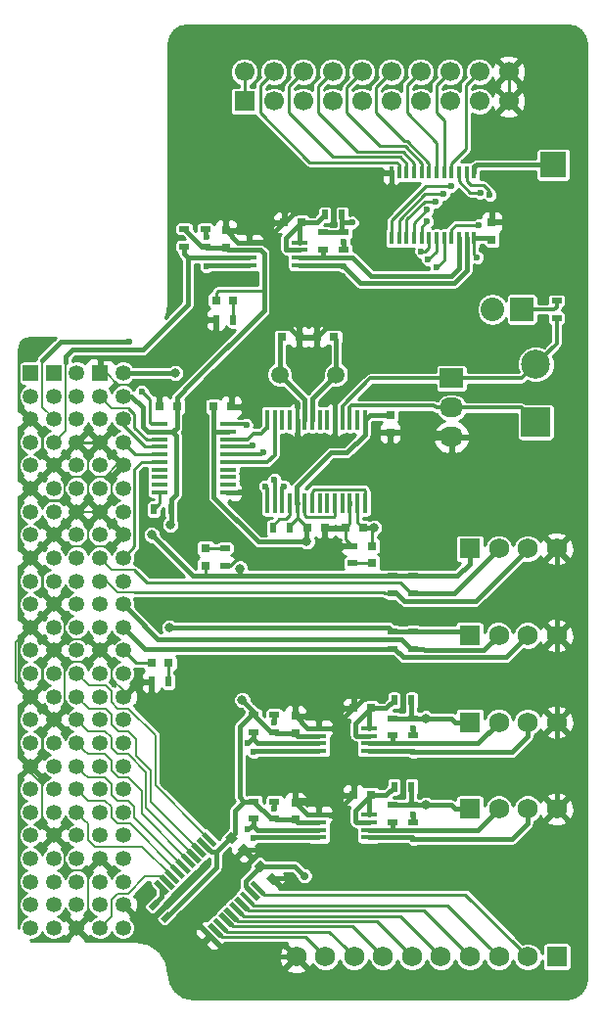
<source format=gtl>
G04 #@! TF.FileFunction,Copper,L1,Top,Signal*
%FSLAX46Y46*%
G04 Gerber Fmt 4.6, Leading zero omitted, Abs format (unit mm)*
G04 Created by KiCad (PCBNEW 4.0.4-stable) date 12/01/16 01:31:51*
%MOMM*%
%LPD*%
G01*
G04 APERTURE LIST*
%ADD10C,0.100000*%
%ADD11R,0.450000X1.750000*%
%ADD12R,1.350000X1.350000*%
%ADD13C,1.350000*%
%ADD14R,0.800000X0.750000*%
%ADD15R,0.750000X0.800000*%
%ADD16R,0.797560X0.797560*%
%ADD17R,2.235200X2.235200*%
%ADD18R,2.032000X2.032000*%
%ADD19O,2.032000X2.032000*%
%ADD20R,2.032000X1.727200*%
%ADD21O,2.032000X1.727200*%
%ADD22R,0.500000X0.900000*%
%ADD23R,0.900000X0.500000*%
%ADD24R,1.450000X0.450000*%
%ADD25R,0.400000X1.100000*%
%ADD26R,1.750000X1.750000*%
%ADD27C,1.750000*%
%ADD28R,2.500000X2.500000*%
%ADD29C,2.500000*%
%ADD30C,1.501140*%
%ADD31R,1.700000X1.700000*%
%ADD32C,1.700000*%
%ADD33C,0.800000*%
%ADD34C,0.600000*%
%ADD35C,0.700000*%
%ADD36C,0.250000*%
%ADD37C,0.400000*%
%ADD38C,0.200000*%
%ADD39C,0.300000*%
%ADD40C,0.254000*%
G04 APERTURE END LIST*
D10*
D11*
X185425000Y-99550000D03*
X184775000Y-99550000D03*
X184125000Y-99550000D03*
X183475000Y-99550000D03*
X182825000Y-99550000D03*
X182175000Y-99550000D03*
X181525000Y-99550000D03*
X180875000Y-99550000D03*
X180225000Y-99550000D03*
X179575000Y-99550000D03*
X178925000Y-99550000D03*
X178275000Y-99550000D03*
X177625000Y-99550000D03*
X176975000Y-99550000D03*
X176975000Y-106750000D03*
X177625000Y-106750000D03*
X178275000Y-106750000D03*
X178925000Y-106750000D03*
X179575000Y-106750000D03*
X180225000Y-106750000D03*
X180875000Y-106750000D03*
X181525000Y-106750000D03*
X182175000Y-106750000D03*
X182825000Y-106750000D03*
X183475000Y-106750000D03*
X184125000Y-106750000D03*
X184775000Y-106750000D03*
X185425000Y-106750000D03*
D12*
X162500000Y-95500000D03*
D13*
X162500000Y-97500000D03*
X162500000Y-99500000D03*
X162500000Y-101500000D03*
X162500000Y-103500000D03*
X162500000Y-105500000D03*
X162500000Y-107500000D03*
X162500000Y-109500000D03*
X162500000Y-111500000D03*
X162500000Y-113500000D03*
X162500000Y-115500000D03*
X162500000Y-117500000D03*
X162500000Y-119500000D03*
X162500000Y-121500000D03*
X162500000Y-123500000D03*
X162500000Y-125500000D03*
X162500000Y-127500000D03*
X162500000Y-129500000D03*
X162500000Y-131500000D03*
X162500000Y-133500000D03*
X162500000Y-135500000D03*
X162500000Y-137500000D03*
X162500000Y-139500000D03*
X162500000Y-141500000D03*
X162500000Y-143500000D03*
X164500000Y-95500000D03*
X164500000Y-97500000D03*
X164500000Y-99500000D03*
X164500000Y-101500000D03*
X164500000Y-103500000D03*
X164500000Y-105500000D03*
X164500000Y-107500000D03*
X164500000Y-109500000D03*
X164500000Y-111500000D03*
X164500000Y-113500000D03*
X164500000Y-115500000D03*
X164500000Y-117500000D03*
X164500000Y-119500000D03*
X164500000Y-121500000D03*
X164500000Y-123500000D03*
X164500000Y-125500000D03*
X164500000Y-127500000D03*
X164500000Y-129500000D03*
X164500000Y-131500000D03*
X164500000Y-133500000D03*
X164500000Y-135500000D03*
X164500000Y-137500000D03*
X164500000Y-139500000D03*
X164500000Y-141500000D03*
X164500000Y-143500000D03*
D14*
X172350000Y-98400000D03*
X173850000Y-98400000D03*
D10*
G36*
X171310571Y-135492195D02*
X171628769Y-135173997D01*
X172654073Y-136199301D01*
X172335875Y-136517499D01*
X171310571Y-135492195D01*
X171310571Y-135492195D01*
G37*
G36*
X170850952Y-135951814D02*
X171169150Y-135633616D01*
X172194454Y-136658920D01*
X171876256Y-136977118D01*
X170850952Y-135951814D01*
X170850952Y-135951814D01*
G37*
G36*
X170391333Y-136411433D02*
X170709531Y-136093235D01*
X171734835Y-137118539D01*
X171416637Y-137436737D01*
X170391333Y-136411433D01*
X170391333Y-136411433D01*
G37*
G36*
X169931713Y-136871053D02*
X170249911Y-136552855D01*
X171275215Y-137578159D01*
X170957017Y-137896357D01*
X169931713Y-136871053D01*
X169931713Y-136871053D01*
G37*
G36*
X169472094Y-137330672D02*
X169790292Y-137012474D01*
X170815596Y-138037778D01*
X170497398Y-138355976D01*
X169472094Y-137330672D01*
X169472094Y-137330672D01*
G37*
G36*
X169012474Y-137790292D02*
X169330672Y-137472094D01*
X170355976Y-138497398D01*
X170037778Y-138815596D01*
X169012474Y-137790292D01*
X169012474Y-137790292D01*
G37*
G36*
X168552855Y-138249911D02*
X168871053Y-137931713D01*
X169896357Y-138957017D01*
X169578159Y-139275215D01*
X168552855Y-138249911D01*
X168552855Y-138249911D01*
G37*
G36*
X168093235Y-138709531D02*
X168411433Y-138391333D01*
X169436737Y-139416637D01*
X169118539Y-139734835D01*
X168093235Y-138709531D01*
X168093235Y-138709531D01*
G37*
G36*
X167633616Y-139169150D02*
X167951814Y-138850952D01*
X168977118Y-139876256D01*
X168658920Y-140194454D01*
X167633616Y-139169150D01*
X167633616Y-139169150D01*
G37*
G36*
X167173997Y-139628769D02*
X167492195Y-139310571D01*
X168517499Y-140335875D01*
X168199301Y-140654073D01*
X167173997Y-139628769D01*
X167173997Y-139628769D01*
G37*
G36*
X171345927Y-143800699D02*
X171664125Y-143482501D01*
X172689429Y-144507805D01*
X172371231Y-144826003D01*
X171345927Y-143800699D01*
X171345927Y-143800699D01*
G37*
G36*
X171805546Y-143341080D02*
X172123744Y-143022882D01*
X173149048Y-144048186D01*
X172830850Y-144366384D01*
X171805546Y-143341080D01*
X171805546Y-143341080D01*
G37*
G36*
X172265165Y-142881461D02*
X172583363Y-142563263D01*
X173608667Y-143588567D01*
X173290469Y-143906765D01*
X172265165Y-142881461D01*
X172265165Y-142881461D01*
G37*
G36*
X172724785Y-142421841D02*
X173042983Y-142103643D01*
X174068287Y-143128947D01*
X173750089Y-143447145D01*
X172724785Y-142421841D01*
X172724785Y-142421841D01*
G37*
G36*
X173184404Y-141962222D02*
X173502602Y-141644024D01*
X174527906Y-142669328D01*
X174209708Y-142987526D01*
X173184404Y-141962222D01*
X173184404Y-141962222D01*
G37*
G36*
X173644024Y-141502602D02*
X173962222Y-141184404D01*
X174987526Y-142209708D01*
X174669328Y-142527906D01*
X173644024Y-141502602D01*
X173644024Y-141502602D01*
G37*
G36*
X174103643Y-141042983D02*
X174421841Y-140724785D01*
X175447145Y-141750089D01*
X175128947Y-142068287D01*
X174103643Y-141042983D01*
X174103643Y-141042983D01*
G37*
G36*
X174563263Y-140583363D02*
X174881461Y-140265165D01*
X175906765Y-141290469D01*
X175588567Y-141608667D01*
X174563263Y-140583363D01*
X174563263Y-140583363D01*
G37*
G36*
X175022882Y-140123744D02*
X175341080Y-139805546D01*
X176366384Y-140830850D01*
X176048186Y-141149048D01*
X175022882Y-140123744D01*
X175022882Y-140123744D01*
G37*
G36*
X175482501Y-139664125D02*
X175800699Y-139345927D01*
X176826003Y-140371231D01*
X176507805Y-140689429D01*
X175482501Y-139664125D01*
X175482501Y-139664125D01*
G37*
D14*
X167650000Y-98400000D03*
X169150000Y-98400000D03*
D10*
G36*
X175478338Y-136748008D02*
X174948008Y-137278338D01*
X174382322Y-136712652D01*
X174912652Y-136182322D01*
X175478338Y-136748008D01*
X175478338Y-136748008D01*
G37*
G36*
X174417678Y-135687348D02*
X173887348Y-136217678D01*
X173321662Y-135651992D01*
X173851992Y-135121662D01*
X174417678Y-135687348D01*
X174417678Y-135687348D01*
G37*
D15*
X196400000Y-82450000D03*
X196400000Y-83950000D03*
D10*
G36*
X175821662Y-138151992D02*
X176351992Y-137621662D01*
X176917678Y-138187348D01*
X176387348Y-138717678D01*
X175821662Y-138151992D01*
X175821662Y-138151992D01*
G37*
G36*
X176882322Y-139212652D02*
X177412652Y-138682322D01*
X177978338Y-139248008D01*
X177448008Y-139778338D01*
X176882322Y-139212652D01*
X176882322Y-139212652D01*
G37*
D14*
X180450000Y-108900000D03*
X181950000Y-108900000D03*
D15*
X187600000Y-99150000D03*
X187600000Y-100650000D03*
D14*
X183750000Y-108900000D03*
X185250000Y-108900000D03*
X179750000Y-92400000D03*
X178250000Y-92400000D03*
X181250000Y-92400000D03*
X182750000Y-92400000D03*
D16*
X166950700Y-120600000D03*
X168449300Y-120600000D03*
X186000000Y-110450700D03*
X186000000Y-111949300D03*
X171600000Y-112149300D03*
X171600000Y-110650700D03*
X172550700Y-89200000D03*
X174049300Y-89200000D03*
D12*
X156500000Y-95500000D03*
D13*
X156500000Y-97500000D03*
X156500000Y-99500000D03*
X156500000Y-101500000D03*
X156500000Y-103500000D03*
X156500000Y-105500000D03*
X156500000Y-107500000D03*
X156500000Y-109500000D03*
X156500000Y-111500000D03*
X156500000Y-113500000D03*
X156500000Y-115500000D03*
X156500000Y-117500000D03*
X156500000Y-119500000D03*
X156500000Y-121500000D03*
X156500000Y-123500000D03*
X156500000Y-125500000D03*
X156500000Y-127500000D03*
X156500000Y-129500000D03*
X156500000Y-131500000D03*
X156500000Y-133500000D03*
X156500000Y-135500000D03*
X156500000Y-137500000D03*
X156500000Y-139500000D03*
X156500000Y-141500000D03*
X156500000Y-143500000D03*
D12*
X158500000Y-95500000D03*
D13*
X158500000Y-97500000D03*
X158500000Y-99500000D03*
X158500000Y-101500000D03*
X158500000Y-103500000D03*
X158500000Y-105500000D03*
X158500000Y-107500000D03*
X158500000Y-109500000D03*
X158500000Y-111500000D03*
X158500000Y-113500000D03*
X158500000Y-115500000D03*
X158500000Y-117500000D03*
X158500000Y-119500000D03*
X158500000Y-121500000D03*
X158500000Y-123500000D03*
X158500000Y-125500000D03*
X158500000Y-127500000D03*
X158500000Y-129500000D03*
X158500000Y-131500000D03*
X158500000Y-133500000D03*
X158500000Y-135500000D03*
X158500000Y-137500000D03*
X158500000Y-139500000D03*
X158500000Y-141500000D03*
X158500000Y-143500000D03*
X160500000Y-95500000D03*
X160500000Y-97500000D03*
X160500000Y-99500000D03*
X160500000Y-101500000D03*
X160500000Y-103500000D03*
X160500000Y-105500000D03*
X160500000Y-107500000D03*
X160500000Y-109500000D03*
X160500000Y-111500000D03*
X160500000Y-113500000D03*
X160500000Y-115500000D03*
X160500000Y-117500000D03*
X160500000Y-119500000D03*
X160500000Y-121500000D03*
X160500000Y-123500000D03*
X160500000Y-125500000D03*
X160500000Y-127500000D03*
X160500000Y-129500000D03*
X160500000Y-131500000D03*
X160500000Y-133500000D03*
X160500000Y-135500000D03*
X160500000Y-137500000D03*
X160500000Y-139500000D03*
X160500000Y-141500000D03*
X160500000Y-143500000D03*
D17*
X201700000Y-77500000D03*
D18*
X199000000Y-90000000D03*
D19*
X196460000Y-90000000D03*
D20*
X192900000Y-95960000D03*
D21*
X192900000Y-98500000D03*
X192900000Y-101040000D03*
D22*
X167150000Y-107300000D03*
X168650000Y-107300000D03*
X177450000Y-108900000D03*
X178950000Y-108900000D03*
D23*
X189600000Y-113050000D03*
X189600000Y-114550000D03*
X187800000Y-113050000D03*
X187800000Y-114550000D03*
D10*
G36*
X168725305Y-142419239D02*
X168088909Y-143055635D01*
X167735355Y-142702081D01*
X168371751Y-142065685D01*
X168725305Y-142419239D01*
X168725305Y-142419239D01*
G37*
G36*
X167664645Y-141358579D02*
X167028249Y-141994975D01*
X166674695Y-141641421D01*
X167311091Y-141005025D01*
X167664645Y-141358579D01*
X167664645Y-141358579D01*
G37*
D23*
X189600000Y-117850000D03*
X189600000Y-119350000D03*
X187800000Y-117850000D03*
X187800000Y-119350000D03*
D22*
X168450000Y-122200000D03*
X166950000Y-122200000D03*
D23*
X184300000Y-111950000D03*
X184300000Y-110450000D03*
X173300000Y-110650000D03*
X173300000Y-112150000D03*
D22*
X174050000Y-90900000D03*
X172550000Y-90900000D03*
D23*
X175800000Y-132550000D03*
X175800000Y-134050000D03*
X177600000Y-134050000D03*
X177600000Y-132550000D03*
X187800000Y-132850000D03*
X187800000Y-134350000D03*
X189600000Y-132850000D03*
X189600000Y-134350000D03*
X175800000Y-125050000D03*
X175800000Y-126550000D03*
X177600000Y-126550000D03*
X177600000Y-125050000D03*
X187800000Y-125350000D03*
X187800000Y-126850000D03*
X189600000Y-125350000D03*
X189600000Y-126850000D03*
X202000000Y-89250000D03*
X202000000Y-90750000D03*
X169800000Y-83050000D03*
X169800000Y-84550000D03*
X171600000Y-84550000D03*
X171600000Y-83050000D03*
X181800000Y-83350000D03*
X181800000Y-84850000D03*
X183600000Y-83350000D03*
X183600000Y-84850000D03*
D24*
X167650000Y-99945000D03*
X167650000Y-100595000D03*
X167650000Y-101245000D03*
X167650000Y-101895000D03*
X167650000Y-102545000D03*
X167650000Y-103195000D03*
X167650000Y-103845000D03*
X167650000Y-104495000D03*
X167650000Y-105145000D03*
X167650000Y-105795000D03*
X173550000Y-105795000D03*
X173550000Y-105145000D03*
X173550000Y-104495000D03*
X173550000Y-103845000D03*
X173550000Y-103195000D03*
X173550000Y-102545000D03*
X173550000Y-101895000D03*
X173550000Y-101245000D03*
X173550000Y-100595000D03*
X173550000Y-99945000D03*
D25*
X194875000Y-78150000D03*
X194225000Y-78150000D03*
X193575000Y-78150000D03*
X192925000Y-78150000D03*
X192275000Y-78150000D03*
X191625000Y-78150000D03*
X190975000Y-78150000D03*
X190325000Y-78150000D03*
X189675000Y-78150000D03*
X189025000Y-78150000D03*
X188375000Y-78150000D03*
X187725000Y-78150000D03*
X187725000Y-83850000D03*
X188375000Y-83850000D03*
X189025000Y-83850000D03*
X189675000Y-83850000D03*
X190325000Y-83850000D03*
X190975000Y-83850000D03*
X191625000Y-83850000D03*
X192275000Y-83850000D03*
X192925000Y-83850000D03*
X193575000Y-83850000D03*
X194225000Y-83850000D03*
X194875000Y-83850000D03*
D15*
X179400000Y-132650000D03*
X179400000Y-134150000D03*
D14*
X184450000Y-132000000D03*
X185950000Y-132000000D03*
D15*
X179400000Y-125150000D03*
X179400000Y-126650000D03*
D14*
X184450000Y-124500000D03*
X185950000Y-124500000D03*
D15*
X173400000Y-83150000D03*
X173400000Y-84650000D03*
D14*
X178450000Y-82500000D03*
X179950000Y-82500000D03*
D22*
X189450000Y-131300000D03*
X187950000Y-131300000D03*
X189450000Y-123800000D03*
X187950000Y-123800000D03*
X183450000Y-81800000D03*
X181950000Y-81800000D03*
D24*
X181400000Y-133725000D03*
X181400000Y-134375000D03*
X181400000Y-135025000D03*
X181400000Y-135675000D03*
X185800000Y-135675000D03*
X185800000Y-135025000D03*
X185800000Y-134375000D03*
X185800000Y-133725000D03*
X181400000Y-126225000D03*
X181400000Y-126875000D03*
X181400000Y-127525000D03*
X181400000Y-128175000D03*
X185800000Y-128175000D03*
X185800000Y-127525000D03*
X185800000Y-126875000D03*
X185800000Y-126225000D03*
X175400000Y-84225000D03*
X175400000Y-84875000D03*
X175400000Y-85525000D03*
X175400000Y-86175000D03*
X179800000Y-86175000D03*
X179800000Y-85525000D03*
X179800000Y-84875000D03*
X179800000Y-84225000D03*
D26*
X194500000Y-133200000D03*
D27*
X197000000Y-133200000D03*
X199500000Y-133200000D03*
X202000000Y-133200000D03*
D26*
X194500000Y-125700000D03*
D27*
X197000000Y-125700000D03*
X199500000Y-125700000D03*
X202000000Y-125700000D03*
D26*
X194500000Y-110700000D03*
D27*
X197000000Y-110700000D03*
X199500000Y-110700000D03*
X202000000Y-110700000D03*
D26*
X194500000Y-118200000D03*
D27*
X197000000Y-118200000D03*
X199500000Y-118200000D03*
X202000000Y-118200000D03*
D26*
X202000000Y-146000000D03*
D27*
X199500000Y-146000000D03*
X197000000Y-146000000D03*
X194500000Y-146000000D03*
X192000000Y-146000000D03*
X189500000Y-146000000D03*
X187000000Y-146000000D03*
X184500000Y-146000000D03*
X182000000Y-146000000D03*
X179500000Y-146000000D03*
D28*
X200200000Y-99750000D03*
D29*
X200200000Y-94750000D03*
D30*
X178059060Y-95650000D03*
X182940940Y-95650000D03*
D31*
X175000000Y-72000000D03*
D32*
X175000000Y-69460000D03*
X177540000Y-72000000D03*
X177540000Y-69460000D03*
X180080000Y-72000000D03*
X180080000Y-69460000D03*
X182620000Y-72000000D03*
X182620000Y-69460000D03*
X185160000Y-72000000D03*
X185160000Y-69460000D03*
X187700000Y-72000000D03*
X187700000Y-69460000D03*
X190240000Y-72000000D03*
X190240000Y-69460000D03*
X192780000Y-72000000D03*
X192780000Y-69460000D03*
X195320000Y-72000000D03*
X195320000Y-69460000D03*
X197860000Y-72000000D03*
X197860000Y-69460000D03*
D33*
X170500000Y-147500000D03*
D34*
X197600000Y-82800000D03*
D35*
X180600000Y-132400000D03*
X176300000Y-136700000D03*
X179200000Y-139600000D03*
D33*
X168600000Y-108600000D03*
X168500000Y-117500000D03*
X174800000Y-123800000D03*
X180400000Y-110100000D03*
D34*
X195100000Y-85500000D03*
X184300000Y-82500000D03*
D35*
X180200000Y-139000000D03*
D33*
X169000000Y-95500000D03*
X186200000Y-108900000D03*
X174600000Y-112400000D03*
X167000000Y-109500000D03*
X190700000Y-132850000D03*
X190700000Y-125350000D03*
D34*
X195400000Y-79900000D03*
X196200000Y-80100000D03*
X195300000Y-82700000D03*
X165000000Y-92800000D03*
X171700000Y-86300000D03*
X171700000Y-83700000D03*
X175300000Y-127500000D03*
X175800000Y-128300000D03*
X177600000Y-125700000D03*
X175300000Y-135000000D03*
X177600000Y-133200000D03*
X175775001Y-135724999D03*
X166100000Y-97100000D03*
X189600000Y-133700000D03*
X189600000Y-135800000D03*
X189600000Y-126200000D03*
X189600000Y-128300000D03*
X191600000Y-86400000D03*
X190900000Y-85700000D03*
X190300000Y-85000000D03*
X190800000Y-82400000D03*
X190800000Y-81400000D03*
X191500000Y-80700000D03*
X192200000Y-80000000D03*
X192900000Y-79300000D03*
X183600000Y-86300000D03*
X183600000Y-84200000D03*
X177600000Y-104700000D03*
X176600000Y-102400000D03*
X175700000Y-101800000D03*
X176800000Y-105300000D03*
X175162002Y-100000000D03*
X178400000Y-105300000D03*
D36*
X175101997Y-110825001D02*
X183224999Y-110825001D01*
X183224999Y-110825001D02*
X183600000Y-110450000D01*
X183600000Y-110450000D02*
X184300000Y-110450000D01*
X183750000Y-108900000D02*
X183750000Y-109900000D01*
X183750000Y-109900000D02*
X184300000Y-110450000D01*
X162500000Y-95500000D02*
X162500000Y-94575000D01*
X172550000Y-91600000D02*
X172550000Y-90900000D01*
X162500000Y-94575000D02*
X162775000Y-94300000D01*
X162775000Y-94300000D02*
X169850000Y-94300000D01*
X169850000Y-94300000D02*
X172550000Y-91600000D01*
X173300000Y-112150000D02*
X173776998Y-112150000D01*
X173776998Y-112150000D02*
X175101997Y-110825001D01*
X166950000Y-122200000D02*
X165800000Y-122200000D01*
X165800000Y-122200000D02*
X164500000Y-123500000D01*
D37*
X187600000Y-100650000D02*
X192510000Y-100650000D01*
X192510000Y-100650000D02*
X192900000Y-101040000D01*
X183750000Y-108900000D02*
X181950000Y-108900000D01*
X182825000Y-99550000D02*
X182825000Y-97468786D01*
X182825000Y-97468786D02*
X184091511Y-96202275D01*
X184091511Y-96202275D02*
X184091511Y-92246509D01*
X184091511Y-92246509D02*
X183470001Y-91624999D01*
X183470001Y-91624999D02*
X182050001Y-91624999D01*
X182050001Y-91624999D02*
X181275000Y-92400000D01*
X181275000Y-92400000D02*
X181250000Y-92400000D01*
X182825000Y-99550000D02*
X182825000Y-100720002D01*
X182825000Y-100720002D02*
X182142172Y-101402830D01*
X182142172Y-101402830D02*
X179575000Y-101402830D01*
X173550000Y-105795000D02*
X175182830Y-105795000D01*
X175182830Y-105795000D02*
X179575000Y-101402830D01*
X179575000Y-101402830D02*
X179575000Y-100825000D01*
X179575000Y-100825000D02*
X179575000Y-99550000D01*
X177300010Y-84800010D02*
X177300010Y-91600000D01*
X177300010Y-91600000D02*
X177300010Y-94174990D01*
X179750000Y-92400000D02*
X179725000Y-92400000D01*
X179725000Y-92400000D02*
X178925000Y-91600000D01*
X178925000Y-91600000D02*
X177300010Y-91600000D01*
X176725000Y-84225000D02*
X177300010Y-84800010D01*
X177300010Y-94174990D02*
X173850000Y-97625000D01*
X173850000Y-97625000D02*
X173850000Y-98400000D01*
D38*
X162500000Y-95500000D02*
X163056998Y-95500000D01*
X163056998Y-95500000D02*
X164056997Y-96499999D01*
X167650000Y-97761998D02*
X167650000Y-97825000D01*
X164056997Y-96499999D02*
X166388001Y-96499999D01*
X166388001Y-96499999D02*
X167650000Y-97761998D01*
X167650000Y-97825000D02*
X167650000Y-98400000D01*
D36*
X158500000Y-103500000D02*
X159174999Y-102825001D01*
X159174999Y-102825001D02*
X160500000Y-101500000D01*
D38*
X156500000Y-111500000D02*
X158500000Y-109500000D01*
X158500000Y-119500000D02*
X159475001Y-118524999D01*
X159475001Y-118524999D02*
X159475001Y-116475001D01*
X159475001Y-116475001D02*
X159174999Y-116174999D01*
X159174999Y-116174999D02*
X158500000Y-115500000D01*
X162500000Y-119500000D02*
X163524999Y-120524999D01*
X164500000Y-122943002D02*
X164500000Y-123500000D01*
X163524999Y-120524999D02*
X163524999Y-121968001D01*
X163524999Y-121968001D02*
X164500000Y-122943002D01*
X162500000Y-119500000D02*
X161524999Y-120475001D01*
X161524999Y-120475001D02*
X159475001Y-120475001D01*
X159475001Y-120475001D02*
X159174999Y-120174999D01*
X159174999Y-120174999D02*
X158500000Y-119500000D01*
X158500000Y-125500000D02*
X159475001Y-124524999D01*
X159475001Y-124524999D02*
X159475001Y-120475001D01*
X162500000Y-137500000D02*
X161475001Y-138524999D01*
X161475001Y-138524999D02*
X161475001Y-142524999D01*
X161475001Y-142524999D02*
X161174999Y-142825001D01*
X161174999Y-142825001D02*
X160500000Y-143500000D01*
X156500000Y-123500000D02*
X155524999Y-124475001D01*
X155524999Y-124475001D02*
X155524999Y-128524999D01*
X155524999Y-128524999D02*
X155825001Y-128825001D01*
X155825001Y-128825001D02*
X156500000Y-129500000D01*
X156500000Y-117500000D02*
X155200000Y-118800000D01*
X155200000Y-122200000D02*
X155825001Y-122825001D01*
X155200000Y-118800000D02*
X155200000Y-122200000D01*
X155825001Y-122825001D02*
X156500000Y-123500000D01*
X156500000Y-117500000D02*
X155524999Y-116524999D01*
X155524999Y-116524999D02*
X155524999Y-112475001D01*
X155524999Y-112475001D02*
X155825001Y-112174999D01*
X155825001Y-112174999D02*
X156500000Y-111500000D01*
X156500000Y-111500000D02*
X155524999Y-110524999D01*
X155524999Y-110524999D02*
X155524999Y-106475001D01*
X155524999Y-106475001D02*
X155825001Y-106174999D01*
X155825001Y-106174999D02*
X156500000Y-105500000D01*
X156500000Y-99500000D02*
X155524999Y-100475001D01*
X155524999Y-100475001D02*
X155524999Y-104524999D01*
X155524999Y-104524999D02*
X155825001Y-104825001D01*
X155825001Y-104825001D02*
X156500000Y-105500000D01*
X162500000Y-107500000D02*
X163524999Y-106475001D01*
X163524999Y-106475001D02*
X163524999Y-104475001D01*
X163825001Y-104174999D02*
X164500000Y-103500000D01*
X163524999Y-104475001D02*
X163825001Y-104174999D01*
X162500000Y-107500000D02*
X161524999Y-106524999D01*
X161524999Y-106524999D02*
X161475001Y-106524999D01*
X161475001Y-105031999D02*
X162031999Y-104475001D01*
X160500000Y-107500000D02*
X161475001Y-106524999D01*
X161475001Y-106524999D02*
X161475001Y-105031999D01*
X161475001Y-105031999D02*
X160918003Y-104475001D01*
X158500000Y-103500000D02*
X159475001Y-104475001D01*
X159475001Y-104475001D02*
X160918003Y-104475001D01*
X160918003Y-104475001D02*
X161475001Y-103918003D01*
X162500000Y-101500000D02*
X161825001Y-102174999D01*
X161825001Y-102174999D02*
X161775003Y-102174999D01*
X161775003Y-102174999D02*
X161475001Y-102475001D01*
X164500000Y-103500000D02*
X163943002Y-103500000D01*
X163943002Y-103500000D02*
X162968001Y-104475001D01*
X162968001Y-104475001D02*
X162031999Y-104475001D01*
X162031999Y-104475001D02*
X161475001Y-103918003D01*
X161475001Y-102475001D02*
X161174999Y-102174999D01*
X161475001Y-103918003D02*
X161475001Y-102475001D01*
X161174999Y-102174999D02*
X160500000Y-101500000D01*
X160500000Y-107500000D02*
X159475001Y-106475001D01*
X159475001Y-106475001D02*
X159475001Y-104475001D01*
X158500000Y-109500000D02*
X159475001Y-110475001D01*
X159475001Y-110475001D02*
X160918003Y-110475001D01*
X160918003Y-110475001D02*
X161475001Y-109918003D01*
X164500000Y-109500000D02*
X163524999Y-110475001D01*
X163524999Y-110475001D02*
X162031999Y-110475001D01*
X162031999Y-110475001D02*
X161475001Y-109918003D01*
X161475001Y-109918003D02*
X161475001Y-108475001D01*
X161475001Y-108475001D02*
X161174999Y-108174999D01*
X161174999Y-108174999D02*
X160500000Y-107500000D01*
X163174999Y-108174999D02*
X164500000Y-109500000D01*
D37*
X179500000Y-146000000D02*
X172000000Y-146000000D01*
X172000000Y-146000000D02*
X170500000Y-147500000D01*
X202000000Y-125700000D02*
X198300000Y-122000000D01*
X198300000Y-122000000D02*
X186975000Y-122000000D01*
X186975000Y-122000000D02*
X184475000Y-124500000D01*
X184475000Y-124500000D02*
X184450000Y-124500000D01*
X202000000Y-125700000D02*
X202000000Y-133200000D01*
X202000000Y-118200000D02*
X202000000Y-125700000D01*
X202000000Y-110700000D02*
X202000000Y-118200000D01*
D36*
X162500000Y-95500000D02*
X163019998Y-95500000D01*
D37*
X187725000Y-78150000D02*
X187725000Y-79100000D01*
X180025001Y-80949999D02*
X178475000Y-82500000D01*
X187725000Y-79100000D02*
X185875001Y-80949999D01*
X185875001Y-80949999D02*
X180025001Y-80949999D01*
X178475000Y-82500000D02*
X178450000Y-82500000D01*
D36*
X184125000Y-106750000D02*
X184125000Y-108525000D01*
X184125000Y-108525000D02*
X183750000Y-108900000D01*
X179575000Y-99550000D02*
X179575000Y-100675000D01*
X179575000Y-100675000D02*
X179650001Y-100750001D01*
X179750000Y-92400000D02*
X181250000Y-92400000D01*
X196400000Y-82450000D02*
X197250000Y-82450000D01*
X197250000Y-82450000D02*
X197600000Y-82800000D01*
X197860000Y-69460000D02*
X197860000Y-70681314D01*
X197860000Y-70681314D02*
X197860000Y-72000000D01*
D37*
X182725000Y-126225000D02*
X184450000Y-127950000D01*
X184450000Y-127950000D02*
X184450000Y-132000000D01*
X180600000Y-132400000D02*
X179650000Y-132400000D01*
X179650000Y-132400000D02*
X179400000Y-132650000D01*
X176300000Y-136700000D02*
X174960660Y-136700000D01*
X174960660Y-136700000D02*
X174930330Y-136730330D01*
X177430330Y-139230330D02*
X178830330Y-139230330D01*
X178830330Y-139230330D02*
X179200000Y-139600000D01*
X171429110Y-143570890D02*
X171313865Y-143455645D01*
X171313865Y-143455645D02*
X166455645Y-143455645D01*
X166455645Y-143455645D02*
X165174999Y-142174999D01*
X165174999Y-142174999D02*
X164500000Y-141500000D01*
X172017678Y-144154252D02*
X171434316Y-143570890D01*
X171434316Y-143570890D02*
X171429110Y-143570890D01*
X181400000Y-126225000D02*
X182725000Y-126225000D01*
X182725000Y-126225000D02*
X184450000Y-124500000D01*
X181400000Y-133725000D02*
X182725000Y-133725000D01*
X182725000Y-133725000D02*
X184450000Y-132000000D01*
D38*
X162500000Y-107500000D02*
X163174999Y-108174999D01*
X162500000Y-107500000D02*
X161545406Y-107500000D01*
X161545406Y-107500000D02*
X160500000Y-107500000D01*
X162500000Y-119500000D02*
X161524999Y-118524999D01*
X161524999Y-118524999D02*
X159475001Y-118524999D01*
X158500000Y-135500000D02*
X159475001Y-136475001D01*
X161524999Y-138475001D02*
X161825001Y-138174999D01*
X159475001Y-136475001D02*
X159475001Y-137918003D01*
X159475001Y-137918003D02*
X160031999Y-138475001D01*
X160031999Y-138475001D02*
X161524999Y-138475001D01*
X161825001Y-138174999D02*
X162500000Y-137500000D01*
X156500000Y-129500000D02*
X156500000Y-130056998D01*
X157524999Y-134524999D02*
X157825001Y-134825001D01*
X156500000Y-130056998D02*
X157524999Y-131081997D01*
X157524999Y-131081997D02*
X157524999Y-134524999D01*
X157825001Y-134825001D02*
X158500000Y-135500000D01*
D36*
X158500000Y-125500000D02*
X157500000Y-126500000D01*
X157500000Y-126500000D02*
X157500000Y-128500000D01*
X157500000Y-128500000D02*
X157174999Y-128825001D01*
X157174999Y-128825001D02*
X156500000Y-129500000D01*
X158500000Y-125500000D02*
X157825001Y-124825001D01*
X157825001Y-124825001D02*
X156500000Y-123500000D01*
X158500000Y-119500000D02*
X157500000Y-120500000D01*
X157500000Y-120500000D02*
X157500000Y-122500000D01*
X157500000Y-122500000D02*
X157174999Y-122825001D01*
X157174999Y-122825001D02*
X156500000Y-123500000D01*
X158500000Y-119500000D02*
X157825001Y-118825001D01*
X157825001Y-118825001D02*
X156500000Y-117500000D01*
X158500000Y-115500000D02*
X156500000Y-117500000D01*
X156500000Y-111500000D02*
X157500000Y-112500000D01*
X157500000Y-112500000D02*
X157500000Y-114500000D01*
X157500000Y-114500000D02*
X157825001Y-114825001D01*
X157825001Y-114825001D02*
X158500000Y-115500000D01*
X160500000Y-107500000D02*
X159825001Y-108174999D01*
X159825001Y-108174999D02*
X158500000Y-109500000D01*
X156500000Y-105500000D02*
X157499999Y-106499999D01*
X157499999Y-106499999D02*
X158019998Y-106500000D01*
X158019998Y-106500000D02*
X159500000Y-106500000D01*
X159500000Y-106500000D02*
X159825001Y-106825001D01*
X159825001Y-106825001D02*
X160500000Y-107500000D01*
X162500000Y-101500000D02*
X163174999Y-102174999D01*
X163174999Y-102174999D02*
X164500000Y-103500000D01*
X160500000Y-101500000D02*
X162500000Y-101500000D01*
X156500000Y-105500000D02*
X158500000Y-103500000D01*
X156500000Y-99500000D02*
X157500000Y-100500000D01*
X157500000Y-100500000D02*
X157500000Y-102500000D01*
X157500000Y-102500000D02*
X157825001Y-102825001D01*
X157825001Y-102825001D02*
X158500000Y-103500000D01*
X179500000Y-146000000D02*
X173863426Y-146000000D01*
X173863426Y-146000000D02*
X172017678Y-144154252D01*
D37*
X175400000Y-84225000D02*
X176725000Y-84225000D01*
X176725000Y-84225000D02*
X178450000Y-82500000D01*
X175400000Y-84225000D02*
X174475000Y-84225000D01*
X174475000Y-84225000D02*
X173400000Y-83150000D01*
X181400000Y-133725000D02*
X180475000Y-133725000D01*
X180475000Y-133725000D02*
X179400000Y-132650000D01*
X181400000Y-126225000D02*
X180475000Y-126225000D01*
X180475000Y-126225000D02*
X179400000Y-125150000D01*
X176700000Y-90075000D02*
X176700000Y-88400000D01*
X176700000Y-88400000D02*
X176700000Y-85154998D01*
D36*
X172550700Y-89200000D02*
X172550700Y-88551220D01*
X172550700Y-88551220D02*
X172701920Y-88400000D01*
X172701920Y-88400000D02*
X176700000Y-88400000D01*
D37*
X169150000Y-97625000D02*
X170475000Y-96300000D01*
X170475000Y-96300000D02*
X176700000Y-90075000D01*
X169150000Y-98400000D02*
X169150000Y-97625000D01*
X167650000Y-100595000D02*
X166629998Y-100595000D01*
X166629998Y-100595000D02*
X166200008Y-100165010D01*
X166200008Y-100165010D02*
X166200008Y-98500008D01*
X166200008Y-98500008D02*
X165200000Y-97500000D01*
X165200000Y-97500000D02*
X164500000Y-97500000D01*
X164500000Y-97500000D02*
X164685478Y-97500000D01*
X168650000Y-107300000D02*
X168650000Y-108550000D01*
X168650000Y-108550000D02*
X168600000Y-108600000D01*
X169100000Y-106000000D02*
X169100000Y-100920000D01*
X169100000Y-100920000D02*
X168775000Y-100595000D01*
X168650000Y-107300000D02*
X168650000Y-106450000D01*
X168650000Y-106450000D02*
X169100000Y-106000000D01*
X167650000Y-100595000D02*
X168775000Y-100595000D01*
X168775000Y-100595000D02*
X169150000Y-100220000D01*
X169150000Y-100220000D02*
X169150000Y-99175000D01*
X169150000Y-99175000D02*
X169150000Y-98400000D01*
X175400000Y-84875000D02*
X176420002Y-84875000D01*
X176420002Y-84875000D02*
X176700000Y-85154998D01*
X168500000Y-117500000D02*
X187450000Y-117500000D01*
X187450000Y-117500000D02*
X187800000Y-117850000D01*
X175800000Y-125050000D02*
X175800000Y-124800000D01*
X175800000Y-124800000D02*
X174800000Y-123800000D01*
X173830330Y-135630330D02*
X174166205Y-135294455D01*
X174166205Y-135294455D02*
X174166205Y-133333795D01*
X174166205Y-133333795D02*
X174950000Y-132550000D01*
X175800000Y-132550000D02*
X174950000Y-132550000D01*
X174950000Y-132550000D02*
X174599999Y-132199999D01*
X174599999Y-132199999D02*
X174599999Y-126050001D01*
X174599999Y-126050001D02*
X175600000Y-125050000D01*
X175600000Y-125050000D02*
X175800000Y-125050000D01*
X189600000Y-117850000D02*
X194150000Y-117850000D01*
X194150000Y-117850000D02*
X194500000Y-118200000D01*
X187800000Y-117850000D02*
X189600000Y-117850000D01*
X172543151Y-136917509D02*
X172543151Y-138247839D01*
X172543151Y-138247839D02*
X168230330Y-142560660D01*
X173830330Y-135630330D02*
X172543151Y-136917509D01*
X172543151Y-136917509D02*
X172134845Y-136917509D01*
X172134845Y-136917509D02*
X172106065Y-136888729D01*
X172106065Y-136888729D02*
X171522703Y-136305367D01*
X171600000Y-84550000D02*
X171300000Y-84550000D01*
X171300000Y-84550000D02*
X169800000Y-83050000D01*
X173400000Y-84650000D02*
X171700000Y-84650000D01*
X171700000Y-84650000D02*
X171600000Y-84550000D01*
X175400000Y-84875000D02*
X173625000Y-84875000D01*
X173625000Y-84875000D02*
X173400000Y-84650000D01*
X179400000Y-126650000D02*
X177700000Y-126650000D01*
X177700000Y-126650000D02*
X177600000Y-126550000D01*
X177600000Y-126550000D02*
X177300000Y-126550000D01*
X177300000Y-126550000D02*
X175800000Y-125050000D01*
X181400000Y-126875000D02*
X179625000Y-126875000D01*
X179625000Y-126875000D02*
X179400000Y-126650000D01*
X177600000Y-134050000D02*
X177300000Y-134050000D01*
X177300000Y-134050000D02*
X175800000Y-132550000D01*
X179400000Y-134150000D02*
X177700000Y-134150000D01*
X177700000Y-134150000D02*
X177600000Y-134050000D01*
X181400000Y-134375000D02*
X179625000Y-134375000D01*
X179625000Y-134375000D02*
X179400000Y-134150000D01*
X187600000Y-99150000D02*
X185825000Y-99150000D01*
X185825000Y-99150000D02*
X185425000Y-99550000D01*
X172350000Y-106265002D02*
X176184998Y-110100000D01*
X176184998Y-110100000D02*
X180400000Y-110100000D01*
X185425000Y-99550000D02*
X185425000Y-100825000D01*
X185425000Y-100825000D02*
X183849999Y-102400001D01*
X183849999Y-102400001D02*
X182499999Y-102400001D01*
X182499999Y-102400001D02*
X179550001Y-105349999D01*
X179550001Y-106725001D02*
X179575000Y-106750000D01*
X179550001Y-105349999D02*
X179550001Y-106725001D01*
X172350000Y-100520000D02*
X172350000Y-106265002D01*
X172350000Y-98400000D02*
X172350000Y-100520000D01*
X172350000Y-100520000D02*
X172425000Y-100595000D01*
X172425000Y-100595000D02*
X173550000Y-100595000D01*
D39*
X173375000Y-100600000D02*
X173324999Y-100650001D01*
D37*
X180400000Y-110100000D02*
X180400000Y-108950000D01*
X180400000Y-108950000D02*
X180450000Y-108900000D01*
D36*
X178950000Y-108900000D02*
X178950000Y-108700000D01*
X178950000Y-108700000D02*
X179575000Y-108075000D01*
X179575000Y-108075000D02*
X179575000Y-108050000D01*
X179575000Y-106750000D02*
X179575000Y-108050000D01*
X179575000Y-108050000D02*
X180425000Y-108900000D01*
X180425000Y-108900000D02*
X180450000Y-108900000D01*
X194875000Y-83850000D02*
X194875000Y-85275000D01*
X194875000Y-85275000D02*
X195100000Y-85500000D01*
D37*
X183450000Y-81800000D02*
X183450000Y-82500000D01*
X183450000Y-82500000D02*
X183450000Y-83200000D01*
X184300000Y-82500000D02*
X183450000Y-82500000D01*
D36*
X175000000Y-72000000D02*
X175000000Y-70886400D01*
X175000000Y-70886400D02*
X175000000Y-69460000D01*
D37*
X194875000Y-83850000D02*
X196300000Y-83850000D01*
X196300000Y-83850000D02*
X196400000Y-83950000D01*
X183450000Y-83200000D02*
X183600000Y-83350000D01*
X181800000Y-83350000D02*
X183600000Y-83350000D01*
X176369670Y-138169670D02*
X179369670Y-138169670D01*
X179369670Y-138169670D02*
X180200000Y-139000000D01*
X176369670Y-138169670D02*
X175082491Y-139456849D01*
X175082491Y-139456849D02*
X175082491Y-139865155D01*
X175082491Y-139865155D02*
X175111271Y-139893935D01*
X175111271Y-139893935D02*
X175694633Y-140477297D01*
D36*
X186000000Y-110450700D02*
X186000000Y-109100000D01*
X186000000Y-109100000D02*
X186200000Y-108900000D01*
D37*
X164500000Y-95500000D02*
X169000000Y-95500000D01*
X186200000Y-108900000D02*
X185250000Y-108900000D01*
D36*
X184775000Y-106750000D02*
X184775000Y-108425000D01*
X184775000Y-108425000D02*
X185250000Y-108900000D01*
D37*
X185800000Y-126225000D02*
X185800000Y-124650000D01*
X185800000Y-124650000D02*
X185950000Y-124500000D01*
X185950000Y-124500000D02*
X185925000Y-124500000D01*
X185925000Y-124500000D02*
X184600000Y-125825000D01*
X184600000Y-125825000D02*
X184600000Y-126800000D01*
X185800000Y-126875000D02*
X184675000Y-126875000D01*
X184675000Y-126875000D02*
X184600000Y-126800000D01*
X185950000Y-124500000D02*
X187250000Y-124500000D01*
X187250000Y-124500000D02*
X187950000Y-123800000D01*
D36*
X166950700Y-120600000D02*
X165600000Y-120600000D01*
X165600000Y-120600000D02*
X164500000Y-119500000D01*
X168450000Y-122200000D02*
X168450000Y-120600700D01*
X168450000Y-120600700D02*
X168449300Y-120600000D01*
X186000000Y-111949300D02*
X184300700Y-111949300D01*
X184300700Y-111949300D02*
X184300000Y-111950000D01*
X184400700Y-111949300D02*
X184400000Y-111950000D01*
D37*
X174600000Y-113050000D02*
X171600000Y-113050000D01*
X171600000Y-113050000D02*
X170550000Y-113050000D01*
D36*
X171600000Y-112149300D02*
X171600000Y-112798080D01*
X171600000Y-112798080D02*
X171600000Y-113050000D01*
D37*
X187800000Y-113050000D02*
X174600000Y-113050000D01*
X174600000Y-112400000D02*
X174600000Y-112965685D01*
X174600000Y-112965685D02*
X174600000Y-113050000D01*
X170550000Y-113050000D02*
X169000000Y-111500000D01*
X169000000Y-111500000D02*
X167000000Y-109500000D01*
X189600000Y-113050000D02*
X193425000Y-113050000D01*
X193425000Y-113050000D02*
X194500000Y-111975000D01*
X194500000Y-111975000D02*
X194500000Y-110700000D01*
X187800000Y-113050000D02*
X189600000Y-113050000D01*
D36*
X171600000Y-110650700D02*
X173299300Y-110650700D01*
X173299300Y-110650700D02*
X173300000Y-110650000D01*
X174049300Y-89200000D02*
X174049300Y-90899300D01*
X174049300Y-90899300D02*
X174050000Y-90900000D01*
D39*
X192900000Y-98500000D02*
X198950000Y-98500000D01*
X198950000Y-98500000D02*
X200200000Y-99750000D01*
X184269999Y-98324999D02*
X191408999Y-98324999D01*
X191408999Y-98324999D02*
X191584000Y-98500000D01*
X191584000Y-98500000D02*
X192900000Y-98500000D01*
X184125000Y-99550000D02*
X184125000Y-98469998D01*
X184125000Y-98469998D02*
X184269999Y-98324999D01*
X196460000Y-90492400D02*
X196460000Y-90000000D01*
X192900000Y-95960000D02*
X198990000Y-95960000D01*
X198990000Y-95960000D02*
X200200000Y-94750000D01*
X183475000Y-99550000D02*
X183475000Y-98375000D01*
X183475000Y-98375000D02*
X185890000Y-95960000D01*
X185890000Y-95960000D02*
X192900000Y-95960000D01*
X202000000Y-90750000D02*
X202000000Y-92950000D01*
X202000000Y-92950000D02*
X200200000Y-94750000D01*
D37*
X192875000Y-132850000D02*
X190700000Y-132850000D01*
X190700000Y-132850000D02*
X189850000Y-132850000D01*
X194500000Y-133200000D02*
X193225000Y-133200000D01*
X193225000Y-133200000D02*
X192875000Y-132850000D01*
X190450000Y-132850000D02*
X189600000Y-132850000D01*
X189450000Y-131300000D02*
X189450000Y-132700000D01*
X189450000Y-132700000D02*
X189600000Y-132850000D01*
X189600000Y-132850000D02*
X187800000Y-132850000D01*
X194150000Y-132850000D02*
X194500000Y-133200000D01*
X192875000Y-125350000D02*
X190700000Y-125350000D01*
X190700000Y-125350000D02*
X189850000Y-125350000D01*
X194500000Y-125700000D02*
X193225000Y-125700000D01*
X193225000Y-125700000D02*
X192875000Y-125350000D01*
X189850000Y-125350000D02*
X189000000Y-125350000D01*
X189450000Y-123800000D02*
X189450000Y-125200000D01*
X189450000Y-125200000D02*
X189600000Y-125350000D01*
X187800000Y-125350000D02*
X189600000Y-125350000D01*
D36*
X195400000Y-79900000D02*
X194538590Y-79900000D01*
X194538590Y-79900000D02*
X193575000Y-78936410D01*
X193575000Y-78150000D02*
X193575000Y-78936410D01*
X194225000Y-78150000D02*
X194225000Y-78950000D01*
X194225000Y-78950000D02*
X194549999Y-79274999D01*
X194549999Y-79274999D02*
X195700001Y-79274999D01*
X195700001Y-79274999D02*
X196200000Y-79774998D01*
X196200000Y-79774998D02*
X196200000Y-80100000D01*
X195300000Y-82700000D02*
X193275000Y-82700000D01*
X193275000Y-82700000D02*
X192925000Y-83050000D01*
X192925000Y-83050000D02*
X192925000Y-83850000D01*
D38*
X164968001Y-124524999D02*
X167300030Y-126857028D01*
X167300030Y-126857028D02*
X167300030Y-131163456D01*
X167300030Y-131163456D02*
X171398960Y-135262386D01*
X171398960Y-135262386D02*
X171982322Y-135845748D01*
X160500000Y-121500000D02*
X161524999Y-122524999D01*
X161524999Y-122524999D02*
X162968001Y-122524999D01*
X162968001Y-122524999D02*
X163500000Y-123056998D01*
X163500000Y-123993000D02*
X164031999Y-124524999D01*
X163500000Y-123056998D02*
X163500000Y-123993000D01*
X164031999Y-124524999D02*
X164968001Y-124524999D01*
X166900020Y-129891319D02*
X166900020Y-132601922D01*
X166900020Y-132601922D02*
X171063084Y-136764986D01*
X165600000Y-127156998D02*
X165600000Y-128591300D01*
X165600000Y-128591300D02*
X166900020Y-129891319D01*
X160500000Y-123500000D02*
X161524999Y-124524999D01*
X161524999Y-124524999D02*
X162968001Y-124524999D01*
X162968001Y-124524999D02*
X163475001Y-125031999D01*
X163475001Y-125031999D02*
X163475001Y-125918003D01*
X163475001Y-125918003D02*
X164081997Y-126524999D01*
X164081997Y-126524999D02*
X164968001Y-126524999D01*
X164968001Y-126524999D02*
X165600000Y-127156998D01*
X160500000Y-125500000D02*
X161475001Y-126475001D01*
X161475001Y-126475001D02*
X162918003Y-126475001D01*
X162918003Y-126475001D02*
X163475001Y-127031999D01*
X166500010Y-133121152D02*
X170020102Y-136641244D01*
X163475001Y-127031999D02*
X163475001Y-127968001D01*
X163475001Y-127968001D02*
X163982001Y-128475001D01*
X163982001Y-128475001D02*
X164918003Y-128475001D01*
X164918003Y-128475001D02*
X166500010Y-130057008D01*
X166500010Y-130057008D02*
X166500010Y-133121152D01*
X170020102Y-136641244D02*
X170603464Y-137224606D01*
X170143845Y-137684225D02*
X166100000Y-133640380D01*
X166100000Y-133640380D02*
X166100000Y-131656998D01*
X166100000Y-131656998D02*
X164918003Y-130475001D01*
X161174999Y-128174999D02*
X160500000Y-127500000D01*
X164918003Y-130475001D02*
X164075001Y-130475001D01*
X163475001Y-129031999D02*
X162918003Y-128475001D01*
X161475001Y-128475001D02*
X161174999Y-128174999D01*
X164075001Y-130475001D02*
X163475001Y-129875001D01*
X163475001Y-129875001D02*
X163475001Y-129031999D01*
X162918003Y-128475001D02*
X161475001Y-128475001D01*
X169684225Y-138143845D02*
X165475001Y-133934621D01*
X165475001Y-133934621D02*
X165475001Y-133031999D01*
X165475001Y-133031999D02*
X164918003Y-132475001D01*
X164918003Y-132475001D02*
X163982001Y-132475001D01*
X163982001Y-132475001D02*
X163475001Y-131968001D01*
X163475001Y-131968001D02*
X163475001Y-131031999D01*
X163475001Y-131031999D02*
X162918003Y-130475001D01*
X162918003Y-130475001D02*
X161475001Y-130475001D01*
X161475001Y-130475001D02*
X161174999Y-130174999D01*
X161174999Y-130174999D02*
X160500000Y-129500000D01*
X169224606Y-138603464D02*
X165096143Y-134475001D01*
X165096143Y-134475001D02*
X163982001Y-134475001D01*
X163982001Y-134475001D02*
X163475001Y-133968001D01*
X163475001Y-133968001D02*
X163475001Y-133031999D01*
X163475001Y-133031999D02*
X162918003Y-132475001D01*
X162918003Y-132475001D02*
X161475001Y-132475001D01*
X161174999Y-132174999D02*
X160500000Y-131500000D01*
X161475001Y-132475001D02*
X161174999Y-132174999D01*
X168764986Y-139063084D02*
X166176903Y-136475001D01*
X161174999Y-134174999D02*
X160500000Y-133500000D01*
X166176903Y-136475001D02*
X162031999Y-136475001D01*
X161475001Y-135918003D02*
X161475001Y-134475001D01*
X162031999Y-136475001D02*
X161475001Y-135918003D01*
X161475001Y-134475001D02*
X161174999Y-134174999D01*
X157524999Y-98424999D02*
X157500000Y-94429998D01*
X157500000Y-94429998D02*
X157524999Y-94584999D01*
D37*
X165000000Y-92800000D02*
X159129998Y-92800000D01*
X159129998Y-92800000D02*
X157504999Y-94424999D01*
X157504999Y-94424999D02*
X157500000Y-94429998D01*
D38*
X158500000Y-99500000D02*
X158500000Y-99400000D01*
X158500000Y-99400000D02*
X157524999Y-98424999D01*
D37*
X175400000Y-86175000D02*
X171825000Y-86175000D01*
X171825000Y-86175000D02*
X171700000Y-86300000D01*
X171600000Y-83050000D02*
X171600000Y-83600000D01*
X171600000Y-83600000D02*
X171700000Y-83700000D01*
X170125000Y-85525000D02*
X170125000Y-89575000D01*
X170125000Y-89575000D02*
X166199990Y-93500010D01*
X166199990Y-93500010D02*
X160099990Y-93500010D01*
X160099990Y-93500010D02*
X159524999Y-94075001D01*
X159524999Y-94075001D02*
X159524999Y-94575001D01*
D38*
X159524999Y-95031999D02*
X159524999Y-94575001D01*
X158500000Y-101500000D02*
X159524999Y-100475001D01*
X159524999Y-100475001D02*
X159524999Y-95031999D01*
D37*
X175400000Y-85525000D02*
X170125000Y-85525000D01*
X170125000Y-85525000D02*
X169800000Y-85200000D01*
X169800000Y-85200000D02*
X169800000Y-84550000D01*
X175800000Y-127200000D02*
X175600000Y-127200000D01*
X175600000Y-127200000D02*
X175300000Y-127500000D01*
X181400000Y-127525000D02*
X176125000Y-127525000D01*
X176125000Y-127525000D02*
X175800000Y-127200000D01*
X175800000Y-127200000D02*
X175800000Y-126550000D01*
X181400000Y-128175000D02*
X175925000Y-128175000D01*
X175925000Y-128175000D02*
X175800000Y-128300000D01*
X177600000Y-125050000D02*
X177600000Y-125700000D01*
X175800000Y-134700000D02*
X175599999Y-134700001D01*
X175599999Y-134700001D02*
X175300000Y-135000000D01*
X175800000Y-134050000D02*
X175800000Y-134700000D01*
X175800000Y-134700000D02*
X176125000Y-135025000D01*
X176125000Y-135025000D02*
X181400000Y-135025000D01*
X177600000Y-132550000D02*
X177600000Y-133200000D01*
X181400000Y-135675000D02*
X175825000Y-135675000D01*
X175825000Y-135675000D02*
X175775001Y-135724999D01*
D36*
X167650000Y-101895000D02*
X166375002Y-101895000D01*
X164500000Y-100019998D02*
X164500000Y-99500000D01*
X166375002Y-101895000D02*
X164500000Y-100019998D01*
X167650000Y-102545000D02*
X165545000Y-102545000D01*
X165545000Y-102545000D02*
X164500000Y-101500000D01*
X164500000Y-111500000D02*
X165500001Y-110499999D01*
X165500001Y-110499999D02*
X165500001Y-103799999D01*
X165500001Y-103799999D02*
X166105000Y-103195000D01*
X166105000Y-103195000D02*
X166675000Y-103195000D01*
X166675000Y-103195000D02*
X167650000Y-103195000D01*
D37*
X197000000Y-118200000D02*
X195724999Y-119475001D01*
X195724999Y-119475001D02*
X190575001Y-119475001D01*
X190450000Y-119350000D02*
X189600000Y-119350000D01*
X190575001Y-119475001D02*
X190450000Y-119350000D01*
X189600000Y-119350000D02*
X189400000Y-119350000D01*
X189400000Y-119350000D02*
X188550001Y-118500001D01*
X188550001Y-118500001D02*
X167500001Y-118500001D01*
X167500001Y-118500001D02*
X165174999Y-116174999D01*
X165174999Y-116174999D02*
X164500000Y-115500000D01*
X187800000Y-119350000D02*
X166350000Y-119350000D01*
X166350000Y-119350000D02*
X164500000Y-117500000D01*
X187800000Y-119350000D02*
X188000000Y-119350000D01*
X188000000Y-119350000D02*
X188725011Y-120075011D01*
X188725011Y-120075011D02*
X197624989Y-120075011D01*
X197624989Y-120075011D02*
X198625001Y-119074999D01*
X198625001Y-119074999D02*
X199500000Y-118200000D01*
D36*
X167650000Y-101245000D02*
X166537522Y-101245000D01*
X166537522Y-101245000D02*
X165500001Y-100207479D01*
X165500001Y-100207479D02*
X165500001Y-99056999D01*
X165500001Y-99056999D02*
X164968001Y-98524999D01*
D38*
X162500000Y-97500000D02*
X163524999Y-98524999D01*
X163524999Y-98524999D02*
X164968001Y-98524999D01*
D36*
X166800000Y-99800000D02*
X166800000Y-97800000D01*
X166800000Y-97800000D02*
X166100000Y-97100000D01*
X167650000Y-99945000D02*
X166945000Y-99945000D01*
X166945000Y-99945000D02*
X166800000Y-99800000D01*
X189600000Y-114550000D02*
X189400000Y-114550000D01*
X189400000Y-114550000D02*
X188475001Y-113625001D01*
X188475001Y-113625001D02*
X166575003Y-113625001D01*
X166575003Y-113625001D02*
X165475001Y-112524999D01*
D37*
X189600000Y-114550000D02*
X193150000Y-114550000D01*
X193150000Y-114550000D02*
X197000000Y-110700000D01*
D38*
X163524999Y-112524999D02*
X165475001Y-112524999D01*
X162500000Y-111500000D02*
X163524999Y-112524999D01*
D36*
X187800000Y-114550000D02*
X187100000Y-114550000D01*
X187100000Y-114550000D02*
X187050000Y-114500000D01*
X187050000Y-114500000D02*
X165500000Y-114500000D01*
D37*
X187800000Y-114550000D02*
X188179998Y-114550000D01*
X188179998Y-114550000D02*
X188829999Y-115200001D01*
X194999999Y-115200001D02*
X198625001Y-111574999D01*
X188829999Y-115200001D02*
X194999999Y-115200001D01*
X198625001Y-111574999D02*
X199500000Y-110700000D01*
D38*
X164031999Y-114475001D02*
X165475001Y-114475001D01*
X165475001Y-114475001D02*
X165500000Y-114500000D01*
D37*
X187800000Y-114550000D02*
X188000000Y-114550000D01*
D38*
X162500000Y-113500000D02*
X163056998Y-113500000D01*
X163056998Y-113500000D02*
X164031999Y-114475001D01*
X168305367Y-139522703D02*
X167793225Y-139010561D01*
X167793225Y-139010561D02*
X166432441Y-139010561D01*
X166432441Y-139010561D02*
X164918003Y-140524999D01*
X164918003Y-140524999D02*
X164031999Y-140524999D01*
X164031999Y-140524999D02*
X163475001Y-141081997D01*
X163475001Y-141081997D02*
X163475001Y-142524999D01*
X163475001Y-142524999D02*
X163174999Y-142825001D01*
X163174999Y-142825001D02*
X162500000Y-143500000D01*
D37*
X194875000Y-78150000D02*
X194875000Y-77675000D01*
X194875000Y-77675000D02*
X195050000Y-77500000D01*
X195050000Y-77500000D02*
X201700000Y-77500000D01*
X194875000Y-77800000D02*
X194875000Y-78150000D01*
X185800000Y-135025000D02*
X187800000Y-135025000D01*
X187200000Y-135025000D02*
X195175000Y-135025000D01*
X187800000Y-134350000D02*
X187800000Y-135025000D01*
X195175000Y-135025000D02*
X197000000Y-133200000D01*
X189600000Y-133700000D02*
X189600000Y-134350000D01*
X199500000Y-133200000D02*
X199500000Y-134437436D01*
X199500000Y-134437436D02*
X198137436Y-135800000D01*
X198137436Y-135800000D02*
X190024264Y-135800000D01*
X190024264Y-135800000D02*
X189600000Y-135800000D01*
X185800000Y-135675000D02*
X189475000Y-135675000D01*
X189475000Y-135675000D02*
X189600000Y-135800000D01*
X185800000Y-127525000D02*
X187800000Y-127525000D01*
X187800000Y-127525000D02*
X195175000Y-127525000D01*
X187800000Y-127500000D02*
X187800000Y-127525000D01*
X187800000Y-126850000D02*
X187800000Y-127500000D01*
X195175000Y-127525000D02*
X197000000Y-125700000D01*
X199500000Y-125700000D02*
X199500000Y-126937436D01*
X199500000Y-126937436D02*
X198137436Y-128300000D01*
X198137436Y-128300000D02*
X190024264Y-128300000D01*
X190024264Y-128300000D02*
X189600000Y-128300000D01*
X189600000Y-126850000D02*
X189600000Y-126200000D01*
X185800000Y-128175000D02*
X189475000Y-128175000D01*
X189475000Y-128175000D02*
X189600000Y-128300000D01*
D36*
X192275000Y-83850000D02*
X192275000Y-85725000D01*
X192275000Y-85725000D02*
X191600000Y-86400000D01*
X188375000Y-78150000D02*
X188375000Y-77464998D01*
X188375000Y-77464998D02*
X188185001Y-77274999D01*
X188185001Y-77274999D02*
X180627797Y-77274999D01*
X180627797Y-77274999D02*
X176351399Y-72998601D01*
X176351399Y-72998601D02*
X176351399Y-70648601D01*
X176351399Y-70648601D02*
X177540000Y-69460000D01*
X191625000Y-83850000D02*
X191625000Y-84975000D01*
X191625000Y-84975000D02*
X190900000Y-85700000D01*
X189025000Y-78150000D02*
X189025000Y-77350000D01*
X189025000Y-77350000D02*
X188499989Y-76824989D01*
X188499989Y-76824989D02*
X182674989Y-76824989D01*
X182674989Y-76824989D02*
X178850000Y-73000000D01*
X178850000Y-73000000D02*
X178850000Y-70690000D01*
X178850000Y-70690000D02*
X180080000Y-69460000D01*
X190975000Y-83850000D02*
X190975000Y-84650000D01*
X190975000Y-84650000D02*
X190625000Y-85000000D01*
X190625000Y-85000000D02*
X190300000Y-85000000D01*
X189675000Y-78150000D02*
X189675000Y-77350000D01*
X189675000Y-77350000D02*
X188699979Y-76374979D01*
X188699979Y-76374979D02*
X184724979Y-76374979D01*
X184724979Y-76374979D02*
X181350000Y-73000000D01*
X181350000Y-73000000D02*
X181350000Y-70730000D01*
X181350000Y-70730000D02*
X182620000Y-69460000D01*
X190325000Y-83850000D02*
X190325000Y-82875000D01*
X190325000Y-82875000D02*
X190800000Y-82400000D01*
X188875000Y-75900000D02*
X186750000Y-75900000D01*
X186750000Y-75900000D02*
X183850000Y-73000000D01*
X190325000Y-78150000D02*
X190325000Y-77350000D01*
X190325000Y-77350000D02*
X188875000Y-75900000D01*
X183850000Y-70770000D02*
X183850000Y-73000000D01*
X185160000Y-69460000D02*
X183850000Y-70770000D01*
X189675000Y-83850000D02*
X189675000Y-82525000D01*
X189675000Y-82525000D02*
X190800000Y-81400000D01*
X190975000Y-78150000D02*
X190975000Y-77350000D01*
X190975000Y-77350000D02*
X189074990Y-75449990D01*
X189074990Y-75449990D02*
X188799990Y-75449990D01*
X188799990Y-75449990D02*
X186350000Y-73000000D01*
X186350000Y-73000000D02*
X186350000Y-70810000D01*
X186350000Y-70810000D02*
X187700000Y-69460000D01*
X191500000Y-80700000D02*
X190574998Y-80700000D01*
X190574998Y-80700000D02*
X189025000Y-82249998D01*
X189025000Y-82249998D02*
X189025000Y-83050000D01*
X189025000Y-83050000D02*
X189025000Y-83850000D01*
X189051399Y-72998601D02*
X191625000Y-75572202D01*
X191625000Y-75572202D02*
X191625000Y-78150000D01*
X190240000Y-69460000D02*
X189051399Y-70648601D01*
X189051399Y-70648601D02*
X189051399Y-72998601D01*
X192200000Y-80000000D02*
X190638588Y-80000000D01*
X190638588Y-80000000D02*
X188375000Y-82263588D01*
X188375000Y-82263588D02*
X188375000Y-83050000D01*
X188375000Y-83050000D02*
X188375000Y-83850000D01*
X192275000Y-78150000D02*
X192275000Y-73675000D01*
X192275000Y-73675000D02*
X191591399Y-72991399D01*
X192780000Y-69460000D02*
X191591399Y-70648601D01*
X191591399Y-70648601D02*
X191591399Y-72991399D01*
X192900000Y-79300000D02*
X190702178Y-79300000D01*
X190702178Y-79300000D02*
X187725000Y-82277178D01*
X187725000Y-82277178D02*
X187725000Y-83050000D01*
X187725000Y-83050000D02*
X187725000Y-83850000D01*
X192925000Y-78150000D02*
X192925000Y-77350000D01*
X192925000Y-77350000D02*
X194131399Y-76143601D01*
X194131399Y-76143601D02*
X194131399Y-70648601D01*
X194131399Y-70648601D02*
X195320000Y-69460000D01*
X176154252Y-140017678D02*
X176737614Y-140601040D01*
X176737614Y-140601040D02*
X194101040Y-140601040D01*
X194101040Y-140601040D02*
X198625001Y-145125001D01*
X198625001Y-145125001D02*
X199500000Y-146000000D01*
X175235014Y-140936916D02*
X175818376Y-141520278D01*
X175818376Y-141520278D02*
X192520278Y-141520278D01*
X192520278Y-141520278D02*
X196125001Y-145125001D01*
X196125001Y-145125001D02*
X197000000Y-146000000D01*
X174775394Y-141396536D02*
X175358756Y-141979898D01*
X193625001Y-145125001D02*
X194500000Y-146000000D01*
X175358756Y-141979898D02*
X190479898Y-141979898D01*
X190479898Y-141979898D02*
X193625001Y-145125001D01*
X174315775Y-141856155D02*
X174937575Y-142477955D01*
X174937575Y-142477955D02*
X188477955Y-142477955D01*
X188477955Y-142477955D02*
X191125001Y-145125001D01*
X191125001Y-145125001D02*
X192000000Y-146000000D01*
X173856155Y-142315775D02*
X174468345Y-142927965D01*
X174468345Y-142927965D02*
X186427965Y-142927965D01*
X186427965Y-142927965D02*
X188625001Y-145125001D01*
X188625001Y-145125001D02*
X189500000Y-146000000D01*
X173396536Y-142775394D02*
X173999117Y-143377975D01*
X173999117Y-143377975D02*
X184377975Y-143377975D01*
X184377975Y-143377975D02*
X186125001Y-145125001D01*
X186125001Y-145125001D02*
X187000000Y-146000000D01*
X172936916Y-143235014D02*
X173529887Y-143827985D01*
X173529887Y-143827985D02*
X182327985Y-143827985D01*
X182327985Y-143827985D02*
X183625001Y-145125001D01*
X183625001Y-145125001D02*
X184500000Y-146000000D01*
X172477297Y-143694633D02*
X173060659Y-144277995D01*
X173060659Y-144277995D02*
X180277995Y-144277995D01*
X180277995Y-144277995D02*
X181125001Y-145125001D01*
X181125001Y-145125001D02*
X182000000Y-146000000D01*
D39*
X199000000Y-90000000D02*
X201800000Y-90000000D01*
X201800000Y-90000000D02*
X202000000Y-89800000D01*
X202000000Y-89800000D02*
X202000000Y-89250000D01*
D37*
X193134534Y-87700010D02*
X185000010Y-87700010D01*
X194225000Y-83850000D02*
X194225000Y-86609544D01*
X194225000Y-86609544D02*
X193134534Y-87700010D01*
X185000010Y-87700010D02*
X183899999Y-86599999D01*
X183899999Y-86599999D02*
X183600000Y-86300000D01*
X183475000Y-86175000D02*
X183600000Y-86300000D01*
X183600000Y-84200000D02*
X183600000Y-84850000D01*
X179800000Y-86175000D02*
X183475000Y-86175000D01*
X192886001Y-87100001D02*
X185970001Y-87100001D01*
X193575000Y-83850000D02*
X193575000Y-86411002D01*
X193575000Y-86411002D02*
X192886001Y-87100001D01*
X185970001Y-87100001D02*
X184370001Y-85500001D01*
X184370001Y-85500001D02*
X181800000Y-85500000D01*
X181775000Y-85525000D02*
X181800000Y-85500000D01*
X181800000Y-85500000D02*
X181800000Y-84850000D01*
X179800000Y-85525000D02*
X181775000Y-85525000D01*
D36*
X167650000Y-105795000D02*
X167650000Y-106800000D01*
X167650000Y-106800000D02*
X167150000Y-107300000D01*
X178925000Y-106750000D02*
X178925000Y-107785002D01*
X178925000Y-107785002D02*
X178585003Y-108124999D01*
X178585003Y-108124999D02*
X178025001Y-108124999D01*
X178025001Y-108124999D02*
X177450000Y-108700000D01*
X177450000Y-108700000D02*
X177450000Y-108900000D01*
D39*
X173550000Y-103195000D02*
X177005000Y-103195000D01*
X177005000Y-103195000D02*
X177625000Y-102575000D01*
X177625000Y-102575000D02*
X177625000Y-99550000D01*
D38*
X177600000Y-99575000D02*
X177625000Y-99550000D01*
D39*
X177625000Y-106750000D02*
X177625000Y-104725000D01*
X177625000Y-104725000D02*
X177600000Y-104700000D01*
X173550000Y-102545000D02*
X176455000Y-102545000D01*
X176455000Y-102545000D02*
X176600000Y-102400000D01*
D38*
X177600000Y-106725000D02*
X177625000Y-106750000D01*
D39*
X173550000Y-101895000D02*
X175605000Y-101895000D01*
X175605000Y-101895000D02*
X175700000Y-101800000D01*
X176975000Y-105475000D02*
X176800000Y-105300000D01*
X176975000Y-106750000D02*
X176975000Y-105475000D01*
X175280000Y-101245000D02*
X173550000Y-101245000D01*
X175280000Y-101245000D02*
X175800000Y-100725000D01*
X175800000Y-100725000D02*
X176450000Y-100725000D01*
X176450000Y-100725000D02*
X176975000Y-100200000D01*
X176975000Y-100200000D02*
X176975000Y-99550000D01*
X173550000Y-99945000D02*
X175107002Y-99945000D01*
X175107002Y-99945000D02*
X175162002Y-100000000D01*
X178275000Y-106750000D02*
X178275000Y-105425000D01*
X178275000Y-105425000D02*
X178400000Y-105300000D01*
D36*
X178225000Y-106450000D02*
X178200000Y-106425000D01*
D37*
X167845748Y-139982322D02*
X167845748Y-140823922D01*
X167845748Y-140823922D02*
X167169670Y-141500000D01*
X187250000Y-132000000D02*
X187950000Y-131300000D01*
X185950000Y-132000000D02*
X187250000Y-132000000D01*
X185800000Y-133725000D02*
X185800000Y-132150000D01*
X185800000Y-132150000D02*
X185950000Y-132000000D01*
X185800000Y-134375000D02*
X184675000Y-134375000D01*
X184675000Y-134375000D02*
X184600000Y-134300000D01*
X184600000Y-134300000D02*
X184600000Y-133325000D01*
X185950000Y-132000000D02*
X185925000Y-132000000D01*
X185925000Y-132000000D02*
X184600000Y-133325000D01*
X178059060Y-95650000D02*
X178059060Y-92590940D01*
X178059060Y-92590940D02*
X178250000Y-92400000D01*
X180225000Y-99550000D02*
X180225000Y-97815940D01*
X180225000Y-97815940D02*
X178059060Y-95650000D01*
D36*
X178250000Y-95459060D02*
X178059060Y-95650000D01*
D37*
X182940940Y-95650000D02*
X182940940Y-92590940D01*
X182940940Y-92590940D02*
X182750000Y-92400000D01*
X180875000Y-99550000D02*
X180875000Y-97715940D01*
X180875000Y-97715940D02*
X182940940Y-95650000D01*
D36*
X182750000Y-95459060D02*
X182940940Y-95650000D01*
D37*
X179950000Y-82500000D02*
X181250000Y-82500000D01*
X181250000Y-82500000D02*
X181950000Y-81800000D01*
X179800000Y-84225000D02*
X179800000Y-82650000D01*
X179800000Y-82650000D02*
X179950000Y-82500000D01*
X179950000Y-82500000D02*
X179925000Y-82500000D01*
X179925000Y-82500000D02*
X178600000Y-83825000D01*
X178600000Y-83825000D02*
X178600000Y-84800000D01*
X179800000Y-84875000D02*
X178675000Y-84875000D01*
X178675000Y-84875000D02*
X178600000Y-84800000D01*
D36*
X180225000Y-106750000D02*
X180225000Y-107785002D01*
X182749999Y-107950001D02*
X182825000Y-107875000D01*
X180225000Y-107785002D02*
X180389999Y-107950001D01*
X180389999Y-107950001D02*
X182749999Y-107950001D01*
X182825000Y-107875000D02*
X182825000Y-106750000D01*
X180875000Y-106750000D02*
X180875000Y-105714998D01*
X180875000Y-105714998D02*
X181039999Y-105549999D01*
X185425000Y-105625000D02*
X185425000Y-106750000D01*
X181039999Y-105549999D02*
X185349999Y-105549999D01*
X185349999Y-105549999D02*
X185425000Y-105625000D01*
X185375000Y-106450000D02*
X185400000Y-106425000D01*
D40*
G36*
X203597197Y-65558233D02*
X204103479Y-65896519D01*
X204441766Y-66402802D01*
X204569000Y-67042452D01*
X204569000Y-147957548D01*
X204441766Y-148597198D01*
X204103479Y-149103481D01*
X203597197Y-149441767D01*
X202957552Y-149569000D01*
X170542448Y-149569000D01*
X169711461Y-149403707D01*
X169042966Y-148957033D01*
X168596294Y-148288541D01*
X168422718Y-147415916D01*
X168352332Y-147062060D01*
X178617545Y-147062060D01*
X178700884Y-147315953D01*
X179265306Y-147521590D01*
X179865458Y-147495579D01*
X180299116Y-147315953D01*
X180382455Y-147062060D01*
X179500000Y-146179605D01*
X178617545Y-147062060D01*
X168352332Y-147062060D01*
X168232417Y-146459207D01*
X168168062Y-146303840D01*
X167808225Y-145765306D01*
X177978410Y-145765306D01*
X178004421Y-146365458D01*
X178184047Y-146799116D01*
X178437940Y-146882455D01*
X179320395Y-146000000D01*
X178437940Y-145117545D01*
X178184047Y-145200884D01*
X177978410Y-145765306D01*
X167808225Y-145765306D01*
X167626130Y-145492782D01*
X167594351Y-145461003D01*
X167507218Y-145373869D01*
X166696160Y-144831938D01*
X166540793Y-144767582D01*
X166540788Y-144767582D01*
X166401687Y-144739913D01*
X171611622Y-144739913D01*
X171611622Y-144964420D01*
X172011533Y-145364330D01*
X172244922Y-145461003D01*
X172497540Y-145461004D01*
X172730930Y-145364331D01*
X172787541Y-145307720D01*
X172787541Y-145083214D01*
X172027931Y-144323604D01*
X171611622Y-144739913D01*
X166401687Y-144739913D01*
X165584084Y-144577282D01*
X165541636Y-144577282D01*
X165500000Y-144569000D01*
X161199275Y-144569000D01*
X161237542Y-144417147D01*
X160500000Y-143679605D01*
X159762458Y-144417147D01*
X159800725Y-144569000D01*
X156542448Y-144569000D01*
X156476993Y-144555980D01*
X156709130Y-144556183D01*
X157097394Y-144395755D01*
X157394711Y-144098957D01*
X157500060Y-143845248D01*
X157604245Y-144097394D01*
X157901043Y-144394711D01*
X158289027Y-144555816D01*
X158709130Y-144556183D01*
X159097394Y-144395755D01*
X159339455Y-144154116D01*
X159349672Y-144178781D01*
X159582853Y-144237542D01*
X160320395Y-143500000D01*
X159582853Y-142762458D01*
X159349672Y-142821219D01*
X159340543Y-142847297D01*
X159098957Y-142605289D01*
X158845248Y-142499940D01*
X159097394Y-142395755D01*
X159394711Y-142098957D01*
X159500060Y-141845248D01*
X159604245Y-142097394D01*
X159845884Y-142339455D01*
X159821219Y-142349672D01*
X159762458Y-142582853D01*
X160500000Y-143320395D01*
X161237542Y-142582853D01*
X161178781Y-142349672D01*
X161152703Y-142340543D01*
X161394711Y-142098957D01*
X161500060Y-141845248D01*
X161604245Y-142097394D01*
X161901043Y-142394711D01*
X162154752Y-142500060D01*
X161902606Y-142604245D01*
X161660545Y-142845884D01*
X161650328Y-142821219D01*
X161417147Y-142762458D01*
X160679605Y-143500000D01*
X161417147Y-144237542D01*
X161650328Y-144178781D01*
X161659457Y-144152703D01*
X161901043Y-144394711D01*
X162289027Y-144555816D01*
X162709130Y-144556183D01*
X163097394Y-144395755D01*
X163394711Y-144098957D01*
X163500060Y-143845248D01*
X163604245Y-144097394D01*
X163901043Y-144394711D01*
X164289027Y-144555816D01*
X164709130Y-144556183D01*
X165097394Y-144395755D01*
X165394711Y-144098957D01*
X165555816Y-143710973D01*
X165555847Y-143674390D01*
X170710926Y-143674390D01*
X170710927Y-143927008D01*
X170807600Y-144160397D01*
X171207510Y-144560308D01*
X171432017Y-144560308D01*
X171848326Y-144143999D01*
X171088716Y-143384389D01*
X170864210Y-143384389D01*
X170807599Y-143441000D01*
X170710926Y-143674390D01*
X165555847Y-143674390D01*
X165556183Y-143290870D01*
X165395755Y-142902606D01*
X165154116Y-142660545D01*
X165178781Y-142650328D01*
X165237542Y-142417147D01*
X164500000Y-141679605D01*
X164485858Y-141693748D01*
X164306253Y-141514143D01*
X164320395Y-141500000D01*
X164306253Y-141485858D01*
X164485858Y-141306253D01*
X164500000Y-141320395D01*
X164514143Y-141306253D01*
X164693748Y-141485858D01*
X164679605Y-141500000D01*
X165417147Y-142237542D01*
X165650328Y-142178781D01*
X165822522Y-141686900D01*
X165793375Y-141166566D01*
X165650328Y-140821219D01*
X165417149Y-140762459D01*
X165532502Y-140647106D01*
X165504317Y-140618921D01*
X166631678Y-139491561D01*
X166814171Y-139491561D01*
X166785570Y-139623402D01*
X166814085Y-139774945D01*
X166899311Y-139903455D01*
X167264748Y-140268892D01*
X167264748Y-140583264D01*
X167211703Y-140636309D01*
X167164915Y-140645113D01*
X167036405Y-140730339D01*
X166400009Y-141366735D01*
X166318959Y-141485357D01*
X166286268Y-141636054D01*
X166314783Y-141787597D01*
X166400009Y-141916107D01*
X166753563Y-142269661D01*
X166872185Y-142350711D01*
X167022882Y-142383402D01*
X167174425Y-142354887D01*
X167302935Y-142269661D01*
X167939331Y-141633265D01*
X168020381Y-141514643D01*
X168032486Y-141458842D01*
X168256577Y-141234751D01*
X168382522Y-141046261D01*
X168395547Y-140980779D01*
X168473987Y-140928759D01*
X168792185Y-140610561D01*
X168851697Y-140523461D01*
X168933606Y-140469140D01*
X169251804Y-140150942D01*
X169311316Y-140063842D01*
X169393225Y-140009521D01*
X169711423Y-139691323D01*
X169770936Y-139604222D01*
X169852845Y-139549901D01*
X170171043Y-139231703D01*
X170230555Y-139144603D01*
X170312464Y-139090282D01*
X170630662Y-138772084D01*
X170690175Y-138684983D01*
X170772084Y-138630662D01*
X171090282Y-138312464D01*
X171149794Y-138225364D01*
X171231703Y-138171043D01*
X171549901Y-137852845D01*
X171609414Y-137765744D01*
X171691323Y-137711423D01*
X171942497Y-137460249D01*
X171962151Y-137464158D01*
X171962151Y-138007181D01*
X168272363Y-141696969D01*
X168225575Y-141705773D01*
X168097065Y-141790999D01*
X167460669Y-142427395D01*
X167379619Y-142546017D01*
X167346928Y-142696714D01*
X167375443Y-142848257D01*
X167460669Y-142976767D01*
X167814223Y-143330321D01*
X167932845Y-143411371D01*
X168083542Y-143444062D01*
X168235085Y-143415547D01*
X168363595Y-143330321D01*
X168693132Y-143000784D01*
X171247815Y-143000784D01*
X171247815Y-143225290D01*
X171430766Y-143408241D01*
X171445634Y-143487256D01*
X171530860Y-143615766D01*
X172556164Y-144641070D01*
X172674786Y-144722120D01*
X172763998Y-144741473D01*
X172946640Y-144924115D01*
X173171146Y-144924115D01*
X173227757Y-144867504D01*
X173262347Y-144783995D01*
X178668077Y-144783995D01*
X178617545Y-144937940D01*
X179500000Y-145820395D01*
X179514143Y-145806253D01*
X179693748Y-145985858D01*
X179679605Y-146000000D01*
X180562060Y-146882455D01*
X180815953Y-146799116D01*
X180888696Y-146599454D01*
X180934595Y-146710537D01*
X181287604Y-147064164D01*
X181749070Y-147255781D01*
X182248738Y-147256217D01*
X182710537Y-147065405D01*
X183064164Y-146712396D01*
X183250221Y-146264320D01*
X183434595Y-146710537D01*
X183787604Y-147064164D01*
X184249070Y-147255781D01*
X184748738Y-147256217D01*
X185210537Y-147065405D01*
X185564164Y-146712396D01*
X185750221Y-146264320D01*
X185934595Y-146710537D01*
X186287604Y-147064164D01*
X186749070Y-147255781D01*
X187248738Y-147256217D01*
X187710537Y-147065405D01*
X188064164Y-146712396D01*
X188250221Y-146264320D01*
X188434595Y-146710537D01*
X188787604Y-147064164D01*
X189249070Y-147255781D01*
X189748738Y-147256217D01*
X190210537Y-147065405D01*
X190564164Y-146712396D01*
X190750221Y-146264320D01*
X190934595Y-146710537D01*
X191287604Y-147064164D01*
X191749070Y-147255781D01*
X192248738Y-147256217D01*
X192710537Y-147065405D01*
X193064164Y-146712396D01*
X193250221Y-146264320D01*
X193434595Y-146710537D01*
X193787604Y-147064164D01*
X194249070Y-147255781D01*
X194748738Y-147256217D01*
X195210537Y-147065405D01*
X195564164Y-146712396D01*
X195750221Y-146264320D01*
X195934595Y-146710537D01*
X196287604Y-147064164D01*
X196749070Y-147255781D01*
X197248738Y-147256217D01*
X197710537Y-147065405D01*
X198064164Y-146712396D01*
X198250221Y-146264320D01*
X198434595Y-146710537D01*
X198787604Y-147064164D01*
X199249070Y-147255781D01*
X199748738Y-147256217D01*
X200210537Y-147065405D01*
X200564164Y-146712396D01*
X200736536Y-146297277D01*
X200736536Y-146875000D01*
X200763103Y-147016190D01*
X200846546Y-147145865D01*
X200973866Y-147232859D01*
X201125000Y-147263464D01*
X202875000Y-147263464D01*
X203016190Y-147236897D01*
X203145865Y-147153454D01*
X203232859Y-147026134D01*
X203263464Y-146875000D01*
X203263464Y-145125000D01*
X203236897Y-144983810D01*
X203153454Y-144854135D01*
X203026134Y-144767141D01*
X202875000Y-144736536D01*
X201125000Y-144736536D01*
X200983810Y-144763103D01*
X200854135Y-144846546D01*
X200767141Y-144973866D01*
X200736536Y-145125000D01*
X200736536Y-145703630D01*
X200565405Y-145289463D01*
X200212396Y-144935836D01*
X199750930Y-144744219D01*
X199251262Y-144743783D01*
X199044718Y-144829126D01*
X194458836Y-140243244D01*
X194294678Y-140133557D01*
X194101040Y-140095040D01*
X177960130Y-140095040D01*
X177960130Y-139939735D01*
X177430330Y-139409935D01*
X177416188Y-139424078D01*
X177236583Y-139244473D01*
X177250725Y-139230330D01*
X177236583Y-139216188D01*
X177416188Y-139036583D01*
X177430330Y-139050725D01*
X177444473Y-139036583D01*
X177624078Y-139216188D01*
X177609935Y-139230330D01*
X178139735Y-139760130D01*
X178364241Y-139760130D01*
X178516665Y-139607706D01*
X178613338Y-139374317D01*
X178613337Y-139121698D01*
X178516665Y-138888309D01*
X178379026Y-138750670D01*
X179129012Y-138750670D01*
X179468921Y-139090579D01*
X179468874Y-139144767D01*
X179579927Y-139413537D01*
X179785381Y-139619350D01*
X180053957Y-139730873D01*
X180344767Y-139731126D01*
X180613537Y-139620073D01*
X180819350Y-139414619D01*
X180930873Y-139146043D01*
X180931126Y-138855233D01*
X180820073Y-138586463D01*
X180614619Y-138380650D01*
X180346043Y-138269127D01*
X180290737Y-138269079D01*
X179780499Y-137758841D01*
X179592009Y-137632896D01*
X179369670Y-137588670D01*
X176868372Y-137588670D01*
X176626678Y-137346976D01*
X176508056Y-137265926D01*
X176357359Y-137233235D01*
X176205816Y-137261750D01*
X176077306Y-137346976D01*
X175546976Y-137877306D01*
X175465926Y-137995928D01*
X175433235Y-138146625D01*
X175455061Y-138262621D01*
X174671662Y-139046020D01*
X174545717Y-139234510D01*
X174501491Y-139456849D01*
X174501491Y-139865155D01*
X174539751Y-140057503D01*
X174288577Y-140308677D01*
X174229064Y-140395778D01*
X174147155Y-140450099D01*
X173828957Y-140768297D01*
X173769445Y-140855397D01*
X173687536Y-140909718D01*
X173369338Y-141227916D01*
X173309825Y-141315017D01*
X173227916Y-141369338D01*
X172909718Y-141687536D01*
X172850206Y-141774636D01*
X172768297Y-141828957D01*
X172450099Y-142147155D01*
X172390586Y-142234256D01*
X172308677Y-142288577D01*
X171990479Y-142606775D01*
X171930967Y-142693875D01*
X171849058Y-142748196D01*
X171749753Y-142847501D01*
X171537816Y-142847500D01*
X171304426Y-142944173D01*
X171247815Y-143000784D01*
X168693132Y-143000784D01*
X168999991Y-142693925D01*
X169081041Y-142575303D01*
X169093146Y-142519502D01*
X172953980Y-138658668D01*
X173079925Y-138470178D01*
X173124151Y-138247839D01*
X173124151Y-137422057D01*
X174418208Y-137422057D01*
X174418208Y-137646564D01*
X174588309Y-137816665D01*
X174821698Y-137913337D01*
X175074317Y-137913338D01*
X175307706Y-137816665D01*
X175460130Y-137664241D01*
X175460130Y-137439735D01*
X174930330Y-136909935D01*
X174418208Y-137422057D01*
X173124151Y-137422057D01*
X173124151Y-137158167D01*
X173717988Y-136564330D01*
X173731284Y-136573414D01*
X173750914Y-136577672D01*
X173747322Y-136586343D01*
X173747323Y-136838962D01*
X173843995Y-137072351D01*
X174014096Y-137242452D01*
X174238603Y-137242452D01*
X174750725Y-136730330D01*
X174736583Y-136716188D01*
X174916188Y-136536583D01*
X174930330Y-136550725D01*
X174944473Y-136536583D01*
X175124078Y-136716188D01*
X175109935Y-136730330D01*
X175639735Y-137260130D01*
X175864241Y-137260130D01*
X176016665Y-137107706D01*
X176113338Y-136874317D01*
X176113337Y-136621698D01*
X176016665Y-136388309D01*
X175998040Y-136369684D01*
X176160253Y-136302660D01*
X176206994Y-136256000D01*
X180521145Y-136256000D01*
X180523866Y-136257859D01*
X180675000Y-136288464D01*
X182125000Y-136288464D01*
X182266190Y-136261897D01*
X182395865Y-136178454D01*
X182482859Y-136051134D01*
X182513464Y-135900000D01*
X182513464Y-135450000D01*
X182493957Y-135346330D01*
X182513464Y-135250000D01*
X182513464Y-134800000D01*
X182493957Y-134696330D01*
X182513464Y-134600000D01*
X182513464Y-134459561D01*
X182663327Y-134309699D01*
X182760000Y-134076310D01*
X182760000Y-133996250D01*
X182601250Y-133837500D01*
X182342519Y-133837500D01*
X182276134Y-133792141D01*
X182125000Y-133761536D01*
X181253000Y-133761536D01*
X181253000Y-133612500D01*
X181273000Y-133612500D01*
X181273000Y-133023750D01*
X181527000Y-133023750D01*
X181527000Y-133612500D01*
X182601250Y-133612500D01*
X182760000Y-133453750D01*
X182760000Y-133373690D01*
X182663327Y-133140301D01*
X182484698Y-132961673D01*
X182251309Y-132865000D01*
X181685750Y-132865000D01*
X181527000Y-133023750D01*
X181273000Y-133023750D01*
X181114250Y-132865000D01*
X180548691Y-132865000D01*
X180400594Y-132926344D01*
X180251250Y-132777000D01*
X179527000Y-132777000D01*
X179527000Y-132797000D01*
X179273000Y-132797000D01*
X179273000Y-132777000D01*
X179253000Y-132777000D01*
X179253000Y-132523000D01*
X179273000Y-132523000D01*
X179273000Y-131773750D01*
X179527000Y-131773750D01*
X179527000Y-132523000D01*
X180251250Y-132523000D01*
X180410000Y-132364250D01*
X180410000Y-132285750D01*
X183415000Y-132285750D01*
X183415000Y-132501310D01*
X183511673Y-132734699D01*
X183690302Y-132913327D01*
X183923691Y-133010000D01*
X184125140Y-133010000D01*
X184063226Y-133102661D01*
X184019000Y-133325000D01*
X184019000Y-134300000D01*
X184063226Y-134522339D01*
X184189171Y-134710829D01*
X184264171Y-134785829D01*
X184452661Y-134911774D01*
X184675000Y-134956000D01*
X184686536Y-134956000D01*
X184686536Y-135250000D01*
X184706043Y-135353670D01*
X184686536Y-135450000D01*
X184686536Y-135900000D01*
X184713103Y-136041190D01*
X184796546Y-136170865D01*
X184923866Y-136257859D01*
X185075000Y-136288464D01*
X186525000Y-136288464D01*
X186666190Y-136261897D01*
X186675354Y-136256000D01*
X189092964Y-136256000D01*
X189213741Y-136376987D01*
X189463946Y-136480882D01*
X189734865Y-136481118D01*
X189977171Y-136381000D01*
X198137436Y-136381000D01*
X198359775Y-136336774D01*
X198548265Y-136210829D01*
X199910829Y-134848265D01*
X200036774Y-134659775D01*
X200081000Y-134437436D01*
X200081000Y-134318929D01*
X200210537Y-134265405D01*
X200213887Y-134262060D01*
X201117545Y-134262060D01*
X201200884Y-134515953D01*
X201765306Y-134721590D01*
X202365458Y-134695579D01*
X202799116Y-134515953D01*
X202882455Y-134262060D01*
X202000000Y-133379605D01*
X201117545Y-134262060D01*
X200213887Y-134262060D01*
X200564164Y-133912396D01*
X200606197Y-133811169D01*
X200684047Y-133999116D01*
X200937940Y-134082455D01*
X201820395Y-133200000D01*
X202179605Y-133200000D01*
X203062060Y-134082455D01*
X203315953Y-133999116D01*
X203521590Y-133434694D01*
X203495579Y-132834542D01*
X203315953Y-132400884D01*
X203062060Y-132317545D01*
X202179605Y-133200000D01*
X201820395Y-133200000D01*
X200937940Y-132317545D01*
X200684047Y-132400884D01*
X200611304Y-132600546D01*
X200565405Y-132489463D01*
X200214497Y-132137940D01*
X201117545Y-132137940D01*
X202000000Y-133020395D01*
X202882455Y-132137940D01*
X202799116Y-131884047D01*
X202234694Y-131678410D01*
X201634542Y-131704421D01*
X201200884Y-131884047D01*
X201117545Y-132137940D01*
X200214497Y-132137940D01*
X200212396Y-132135836D01*
X199750930Y-131944219D01*
X199251262Y-131943783D01*
X198789463Y-132134595D01*
X198435836Y-132487604D01*
X198249779Y-132935680D01*
X198065405Y-132489463D01*
X197712396Y-132135836D01*
X197250930Y-131944219D01*
X196751262Y-131943783D01*
X196289463Y-132134595D01*
X195935836Y-132487604D01*
X195763464Y-132902723D01*
X195763464Y-132325000D01*
X195736897Y-132183810D01*
X195653454Y-132054135D01*
X195526134Y-131967141D01*
X195375000Y-131936536D01*
X193625000Y-131936536D01*
X193483810Y-131963103D01*
X193354135Y-132046546D01*
X193267141Y-132173866D01*
X193236536Y-132325000D01*
X193236536Y-132406234D01*
X193097339Y-132313226D01*
X192875000Y-132269000D01*
X191223552Y-132269000D01*
X191142979Y-132188286D01*
X190856032Y-132069136D01*
X190545331Y-132068864D01*
X190258177Y-132187514D01*
X190202512Y-132243082D01*
X190201134Y-132242141D01*
X190050000Y-132211536D01*
X190031000Y-132211536D01*
X190031000Y-131940443D01*
X190057859Y-131901134D01*
X190088464Y-131750000D01*
X190088464Y-130850000D01*
X190061897Y-130708810D01*
X189978454Y-130579135D01*
X189851134Y-130492141D01*
X189700000Y-130461536D01*
X189200000Y-130461536D01*
X189058810Y-130488103D01*
X188929135Y-130571546D01*
X188842141Y-130698866D01*
X188811536Y-130850000D01*
X188811536Y-131750000D01*
X188838103Y-131891190D01*
X188869000Y-131939206D01*
X188869000Y-132269000D01*
X188440443Y-132269000D01*
X188401134Y-132242141D01*
X188250000Y-132211536D01*
X187860122Y-132211536D01*
X187933194Y-132138464D01*
X188200000Y-132138464D01*
X188341190Y-132111897D01*
X188470865Y-132028454D01*
X188557859Y-131901134D01*
X188588464Y-131750000D01*
X188588464Y-130850000D01*
X188561897Y-130708810D01*
X188478454Y-130579135D01*
X188351134Y-130492141D01*
X188200000Y-130461536D01*
X187700000Y-130461536D01*
X187558810Y-130488103D01*
X187429135Y-130571546D01*
X187342141Y-130698866D01*
X187311536Y-130850000D01*
X187311536Y-131116806D01*
X187009342Y-131419000D01*
X186670193Y-131419000D01*
X186628454Y-131354135D01*
X186501134Y-131267141D01*
X186350000Y-131236536D01*
X185550000Y-131236536D01*
X185408810Y-131263103D01*
X185391919Y-131273972D01*
X185388327Y-131265301D01*
X185209698Y-131086673D01*
X184976309Y-130990000D01*
X184735750Y-130990000D01*
X184577000Y-131148750D01*
X184577000Y-131873000D01*
X184597000Y-131873000D01*
X184597000Y-132127000D01*
X184577000Y-132127000D01*
X184577000Y-132147000D01*
X184323000Y-132147000D01*
X184323000Y-132127000D01*
X183573750Y-132127000D01*
X183415000Y-132285750D01*
X180410000Y-132285750D01*
X180410000Y-132123691D01*
X180313327Y-131890302D01*
X180134699Y-131711673D01*
X179901310Y-131615000D01*
X179685750Y-131615000D01*
X179527000Y-131773750D01*
X179273000Y-131773750D01*
X179114250Y-131615000D01*
X178898690Y-131615000D01*
X178665301Y-131711673D01*
X178486673Y-131890302D01*
X178390000Y-132123691D01*
X178390000Y-132124781D01*
X178328454Y-132029135D01*
X178201134Y-131942141D01*
X178050000Y-131911536D01*
X177150000Y-131911536D01*
X177008810Y-131938103D01*
X176879135Y-132021546D01*
X176792141Y-132148866D01*
X176761536Y-132300000D01*
X176761536Y-132689878D01*
X176638464Y-132566806D01*
X176638464Y-132300000D01*
X176611897Y-132158810D01*
X176528454Y-132029135D01*
X176401134Y-131942141D01*
X176250000Y-131911536D01*
X175350000Y-131911536D01*
X175208810Y-131938103D01*
X175180999Y-131955999D01*
X175180999Y-131498690D01*
X183415000Y-131498690D01*
X183415000Y-131714250D01*
X183573750Y-131873000D01*
X184323000Y-131873000D01*
X184323000Y-131148750D01*
X184164250Y-130990000D01*
X183923691Y-130990000D01*
X183690302Y-131086673D01*
X183511673Y-131265301D01*
X183415000Y-131498690D01*
X175180999Y-131498690D01*
X175180999Y-128585201D01*
X175222339Y-128685252D01*
X175413741Y-128876987D01*
X175663946Y-128980882D01*
X175934865Y-128981118D01*
X176185252Y-128877661D01*
X176307125Y-128756000D01*
X180521145Y-128756000D01*
X180523866Y-128757859D01*
X180675000Y-128788464D01*
X182125000Y-128788464D01*
X182266190Y-128761897D01*
X182395865Y-128678454D01*
X182482859Y-128551134D01*
X182513464Y-128400000D01*
X182513464Y-127950000D01*
X182493957Y-127846330D01*
X182513464Y-127750000D01*
X182513464Y-127300000D01*
X182493957Y-127196330D01*
X182513464Y-127100000D01*
X182513464Y-126959561D01*
X182663327Y-126809699D01*
X182760000Y-126576310D01*
X182760000Y-126496250D01*
X182601250Y-126337500D01*
X182342519Y-126337500D01*
X182276134Y-126292141D01*
X182125000Y-126261536D01*
X181253000Y-126261536D01*
X181253000Y-126112500D01*
X181273000Y-126112500D01*
X181273000Y-125523750D01*
X181527000Y-125523750D01*
X181527000Y-126112500D01*
X182601250Y-126112500D01*
X182760000Y-125953750D01*
X182760000Y-125873690D01*
X182663327Y-125640301D01*
X182484698Y-125461673D01*
X182251309Y-125365000D01*
X181685750Y-125365000D01*
X181527000Y-125523750D01*
X181273000Y-125523750D01*
X181114250Y-125365000D01*
X180548691Y-125365000D01*
X180400594Y-125426344D01*
X180251250Y-125277000D01*
X179527000Y-125277000D01*
X179527000Y-125297000D01*
X179273000Y-125297000D01*
X179273000Y-125277000D01*
X179253000Y-125277000D01*
X179253000Y-125023000D01*
X179273000Y-125023000D01*
X179273000Y-124273750D01*
X179527000Y-124273750D01*
X179527000Y-125023000D01*
X180251250Y-125023000D01*
X180410000Y-124864250D01*
X180410000Y-124785750D01*
X183415000Y-124785750D01*
X183415000Y-125001310D01*
X183511673Y-125234699D01*
X183690302Y-125413327D01*
X183923691Y-125510000D01*
X184125140Y-125510000D01*
X184063226Y-125602661D01*
X184019000Y-125825000D01*
X184019000Y-126800000D01*
X184063226Y-127022339D01*
X184189171Y-127210829D01*
X184264171Y-127285829D01*
X184452661Y-127411774D01*
X184675000Y-127456000D01*
X184686536Y-127456000D01*
X184686536Y-127750000D01*
X184706043Y-127853670D01*
X184686536Y-127950000D01*
X184686536Y-128400000D01*
X184713103Y-128541190D01*
X184796546Y-128670865D01*
X184923866Y-128757859D01*
X185075000Y-128788464D01*
X186525000Y-128788464D01*
X186666190Y-128761897D01*
X186675354Y-128756000D01*
X189092964Y-128756000D01*
X189213741Y-128876987D01*
X189463946Y-128980882D01*
X189734865Y-128981118D01*
X189977171Y-128881000D01*
X198137436Y-128881000D01*
X198359775Y-128836774D01*
X198548265Y-128710829D01*
X199910829Y-127348265D01*
X200036774Y-127159775D01*
X200081000Y-126937436D01*
X200081000Y-126818929D01*
X200210537Y-126765405D01*
X200213887Y-126762060D01*
X201117545Y-126762060D01*
X201200884Y-127015953D01*
X201765306Y-127221590D01*
X202365458Y-127195579D01*
X202799116Y-127015953D01*
X202882455Y-126762060D01*
X202000000Y-125879605D01*
X201117545Y-126762060D01*
X200213887Y-126762060D01*
X200564164Y-126412396D01*
X200606197Y-126311169D01*
X200684047Y-126499116D01*
X200937940Y-126582455D01*
X201820395Y-125700000D01*
X202179605Y-125700000D01*
X203062060Y-126582455D01*
X203315953Y-126499116D01*
X203521590Y-125934694D01*
X203495579Y-125334542D01*
X203315953Y-124900884D01*
X203062060Y-124817545D01*
X202179605Y-125700000D01*
X201820395Y-125700000D01*
X200937940Y-124817545D01*
X200684047Y-124900884D01*
X200611304Y-125100546D01*
X200565405Y-124989463D01*
X200214497Y-124637940D01*
X201117545Y-124637940D01*
X202000000Y-125520395D01*
X202882455Y-124637940D01*
X202799116Y-124384047D01*
X202234694Y-124178410D01*
X201634542Y-124204421D01*
X201200884Y-124384047D01*
X201117545Y-124637940D01*
X200214497Y-124637940D01*
X200212396Y-124635836D01*
X199750930Y-124444219D01*
X199251262Y-124443783D01*
X198789463Y-124634595D01*
X198435836Y-124987604D01*
X198249779Y-125435680D01*
X198065405Y-124989463D01*
X197712396Y-124635836D01*
X197250930Y-124444219D01*
X196751262Y-124443783D01*
X196289463Y-124634595D01*
X195935836Y-124987604D01*
X195763464Y-125402723D01*
X195763464Y-124825000D01*
X195736897Y-124683810D01*
X195653454Y-124554135D01*
X195526134Y-124467141D01*
X195375000Y-124436536D01*
X193625000Y-124436536D01*
X193483810Y-124463103D01*
X193354135Y-124546546D01*
X193267141Y-124673866D01*
X193236536Y-124825000D01*
X193236536Y-124906234D01*
X193097339Y-124813226D01*
X192875000Y-124769000D01*
X191223552Y-124769000D01*
X191142979Y-124688286D01*
X190856032Y-124569136D01*
X190545331Y-124568864D01*
X190258177Y-124687514D01*
X190202512Y-124743082D01*
X190201134Y-124742141D01*
X190050000Y-124711536D01*
X190031000Y-124711536D01*
X190031000Y-124440443D01*
X190057859Y-124401134D01*
X190088464Y-124250000D01*
X190088464Y-123350000D01*
X190061897Y-123208810D01*
X189978454Y-123079135D01*
X189851134Y-122992141D01*
X189700000Y-122961536D01*
X189200000Y-122961536D01*
X189058810Y-122988103D01*
X188929135Y-123071546D01*
X188842141Y-123198866D01*
X188811536Y-123350000D01*
X188811536Y-124250000D01*
X188838103Y-124391190D01*
X188869000Y-124439206D01*
X188869000Y-124769000D01*
X188440443Y-124769000D01*
X188401134Y-124742141D01*
X188250000Y-124711536D01*
X187860122Y-124711536D01*
X187933194Y-124638464D01*
X188200000Y-124638464D01*
X188341190Y-124611897D01*
X188470865Y-124528454D01*
X188557859Y-124401134D01*
X188588464Y-124250000D01*
X188588464Y-123350000D01*
X188561897Y-123208810D01*
X188478454Y-123079135D01*
X188351134Y-122992141D01*
X188200000Y-122961536D01*
X187700000Y-122961536D01*
X187558810Y-122988103D01*
X187429135Y-123071546D01*
X187342141Y-123198866D01*
X187311536Y-123350000D01*
X187311536Y-123616806D01*
X187009342Y-123919000D01*
X186670193Y-123919000D01*
X186628454Y-123854135D01*
X186501134Y-123767141D01*
X186350000Y-123736536D01*
X185550000Y-123736536D01*
X185408810Y-123763103D01*
X185391919Y-123773972D01*
X185388327Y-123765301D01*
X185209698Y-123586673D01*
X184976309Y-123490000D01*
X184735750Y-123490000D01*
X184577000Y-123648750D01*
X184577000Y-124373000D01*
X184597000Y-124373000D01*
X184597000Y-124627000D01*
X184577000Y-124627000D01*
X184577000Y-124647000D01*
X184323000Y-124647000D01*
X184323000Y-124627000D01*
X183573750Y-124627000D01*
X183415000Y-124785750D01*
X180410000Y-124785750D01*
X180410000Y-124623691D01*
X180313327Y-124390302D01*
X180134699Y-124211673D01*
X179901310Y-124115000D01*
X179685750Y-124115000D01*
X179527000Y-124273750D01*
X179273000Y-124273750D01*
X179114250Y-124115000D01*
X178898690Y-124115000D01*
X178665301Y-124211673D01*
X178486673Y-124390302D01*
X178390000Y-124623691D01*
X178390000Y-124624781D01*
X178328454Y-124529135D01*
X178201134Y-124442141D01*
X178050000Y-124411536D01*
X177150000Y-124411536D01*
X177008810Y-124438103D01*
X176879135Y-124521546D01*
X176792141Y-124648866D01*
X176761536Y-124800000D01*
X176761536Y-125189878D01*
X176638464Y-125066806D01*
X176638464Y-124800000D01*
X176611897Y-124658810D01*
X176528454Y-124529135D01*
X176401134Y-124442141D01*
X176250000Y-124411536D01*
X176225773Y-124411536D01*
X176210829Y-124389171D01*
X175820348Y-123998690D01*
X183415000Y-123998690D01*
X183415000Y-124214250D01*
X183573750Y-124373000D01*
X184323000Y-124373000D01*
X184323000Y-123648750D01*
X184164250Y-123490000D01*
X183923691Y-123490000D01*
X183690302Y-123586673D01*
X183511673Y-123765301D01*
X183415000Y-123998690D01*
X175820348Y-123998690D01*
X175581036Y-123759378D01*
X175581136Y-123645331D01*
X175462486Y-123358177D01*
X175242979Y-123138286D01*
X174956032Y-123019136D01*
X174645331Y-123018864D01*
X174358177Y-123137514D01*
X174138286Y-123357021D01*
X174019136Y-123643968D01*
X174018864Y-123954669D01*
X174137514Y-124241823D01*
X174357021Y-124461714D01*
X174643968Y-124580864D01*
X174759307Y-124580965D01*
X174964366Y-124786024D01*
X174961536Y-124800000D01*
X174961536Y-124866806D01*
X174189170Y-125639172D01*
X174063225Y-125827662D01*
X174018999Y-126050001D01*
X174018999Y-132199999D01*
X174063225Y-132422338D01*
X174140441Y-132537901D01*
X173755376Y-132922966D01*
X173629431Y-133111456D01*
X173585205Y-133333795D01*
X173585205Y-134841737D01*
X173577306Y-134846976D01*
X173046976Y-135377306D01*
X172965926Y-135495928D01*
X172933235Y-135646625D01*
X172942601Y-135696401D01*
X172821573Y-135817429D01*
X171903455Y-134899311D01*
X171784833Y-134818261D01*
X171634136Y-134785570D01*
X171607410Y-134790599D01*
X167781030Y-130964220D01*
X167781030Y-126857028D01*
X167744416Y-126672957D01*
X167640148Y-126516910D01*
X165504317Y-124381079D01*
X165532502Y-124352894D01*
X165417149Y-124237541D01*
X165650328Y-124178781D01*
X165822522Y-123686900D01*
X165793375Y-123166566D01*
X165650328Y-122821219D01*
X165417147Y-122762458D01*
X164679605Y-123500000D01*
X164693748Y-123514143D01*
X164514143Y-123693748D01*
X164500000Y-123679605D01*
X164485858Y-123693748D01*
X164306253Y-123514143D01*
X164320395Y-123500000D01*
X164306253Y-123485858D01*
X164485858Y-123306253D01*
X164500000Y-123320395D01*
X165237542Y-122582853D01*
X165213073Y-122485750D01*
X166065000Y-122485750D01*
X166065000Y-122776310D01*
X166161673Y-123009699D01*
X166340302Y-123188327D01*
X166573691Y-123285000D01*
X166666250Y-123285000D01*
X166825000Y-123126250D01*
X166825000Y-122327000D01*
X166223750Y-122327000D01*
X166065000Y-122485750D01*
X165213073Y-122485750D01*
X165178781Y-122349672D01*
X165152703Y-122340543D01*
X165394711Y-122098957D01*
X165555816Y-121710973D01*
X165556183Y-121290870D01*
X165469032Y-121079949D01*
X165600000Y-121106000D01*
X166183631Y-121106000D01*
X166190023Y-121139970D01*
X166273466Y-121269645D01*
X166278732Y-121273243D01*
X166161673Y-121390301D01*
X166065000Y-121623690D01*
X166065000Y-121914250D01*
X166223750Y-122073000D01*
X166825000Y-122073000D01*
X166825000Y-122053000D01*
X167075000Y-122053000D01*
X167075000Y-122073000D01*
X167097000Y-122073000D01*
X167097000Y-122327000D01*
X167075000Y-122327000D01*
X167075000Y-123126250D01*
X167233750Y-123285000D01*
X167326309Y-123285000D01*
X167559698Y-123188327D01*
X167738327Y-123009699D01*
X167835000Y-122776310D01*
X167835000Y-122774699D01*
X167838103Y-122791190D01*
X167921546Y-122920865D01*
X168048866Y-123007859D01*
X168200000Y-123038464D01*
X168700000Y-123038464D01*
X168841190Y-123011897D01*
X168970865Y-122928454D01*
X169057859Y-122801134D01*
X169088464Y-122650000D01*
X169088464Y-121750000D01*
X169061897Y-121608810D01*
X168978454Y-121479135D01*
X168956000Y-121463793D01*
X168956000Y-121366937D01*
X168989270Y-121360677D01*
X169118945Y-121277234D01*
X169205939Y-121149914D01*
X169236544Y-120998780D01*
X169236544Y-120201220D01*
X169209977Y-120060030D01*
X169126949Y-119931000D01*
X187159557Y-119931000D01*
X187198866Y-119957859D01*
X187350000Y-119988464D01*
X187816806Y-119988464D01*
X188314182Y-120485840D01*
X188502672Y-120611785D01*
X188725011Y-120656011D01*
X197624989Y-120656011D01*
X197847328Y-120611785D01*
X198035818Y-120485840D01*
X199119627Y-119402031D01*
X199249070Y-119455781D01*
X199748738Y-119456217D01*
X200210537Y-119265405D01*
X200213887Y-119262060D01*
X201117545Y-119262060D01*
X201200884Y-119515953D01*
X201765306Y-119721590D01*
X202365458Y-119695579D01*
X202799116Y-119515953D01*
X202882455Y-119262060D01*
X202000000Y-118379605D01*
X201117545Y-119262060D01*
X200213887Y-119262060D01*
X200564164Y-118912396D01*
X200606197Y-118811169D01*
X200684047Y-118999116D01*
X200937940Y-119082455D01*
X201820395Y-118200000D01*
X202179605Y-118200000D01*
X203062060Y-119082455D01*
X203315953Y-118999116D01*
X203521590Y-118434694D01*
X203495579Y-117834542D01*
X203315953Y-117400884D01*
X203062060Y-117317545D01*
X202179605Y-118200000D01*
X201820395Y-118200000D01*
X200937940Y-117317545D01*
X200684047Y-117400884D01*
X200611304Y-117600546D01*
X200565405Y-117489463D01*
X200214497Y-117137940D01*
X201117545Y-117137940D01*
X202000000Y-118020395D01*
X202882455Y-117137940D01*
X202799116Y-116884047D01*
X202234694Y-116678410D01*
X201634542Y-116704421D01*
X201200884Y-116884047D01*
X201117545Y-117137940D01*
X200214497Y-117137940D01*
X200212396Y-117135836D01*
X199750930Y-116944219D01*
X199251262Y-116943783D01*
X198789463Y-117134595D01*
X198435836Y-117487604D01*
X198249779Y-117935680D01*
X198065405Y-117489463D01*
X197712396Y-117135836D01*
X197250930Y-116944219D01*
X196751262Y-116943783D01*
X196289463Y-117134595D01*
X195935836Y-117487604D01*
X195763464Y-117902723D01*
X195763464Y-117325000D01*
X195736897Y-117183810D01*
X195653454Y-117054135D01*
X195526134Y-116967141D01*
X195375000Y-116936536D01*
X193625000Y-116936536D01*
X193483810Y-116963103D01*
X193354135Y-117046546D01*
X193267141Y-117173866D01*
X193247876Y-117269000D01*
X190240443Y-117269000D01*
X190201134Y-117242141D01*
X190050000Y-117211536D01*
X189150000Y-117211536D01*
X189008810Y-117238103D01*
X188960794Y-117269000D01*
X188440443Y-117269000D01*
X188401134Y-117242141D01*
X188250000Y-117211536D01*
X187983194Y-117211536D01*
X187860829Y-117089171D01*
X187672339Y-116963226D01*
X187450000Y-116919000D01*
X169023552Y-116919000D01*
X168942979Y-116838286D01*
X168656032Y-116719136D01*
X168345331Y-116718864D01*
X168058177Y-116837514D01*
X167838286Y-117057021D01*
X167719136Y-117343968D01*
X167718864Y-117654669D01*
X167828084Y-117919001D01*
X167740659Y-117919001D01*
X165549013Y-115727355D01*
X165555816Y-115710973D01*
X165556183Y-115290870D01*
X165432967Y-114992666D01*
X165500000Y-115006000D01*
X186889176Y-115006000D01*
X186906362Y-115017483D01*
X187056400Y-115047327D01*
X187071546Y-115070865D01*
X187198866Y-115157859D01*
X187350000Y-115188464D01*
X187996804Y-115188464D01*
X188419170Y-115610830D01*
X188607660Y-115736775D01*
X188829999Y-115781001D01*
X194999999Y-115781001D01*
X195222338Y-115736775D01*
X195410828Y-115610830D01*
X199119627Y-111902031D01*
X199249070Y-111955781D01*
X199748738Y-111956217D01*
X200210537Y-111765405D01*
X200213887Y-111762060D01*
X201117545Y-111762060D01*
X201200884Y-112015953D01*
X201765306Y-112221590D01*
X202365458Y-112195579D01*
X202799116Y-112015953D01*
X202882455Y-111762060D01*
X202000000Y-110879605D01*
X201117545Y-111762060D01*
X200213887Y-111762060D01*
X200564164Y-111412396D01*
X200606197Y-111311169D01*
X200684047Y-111499116D01*
X200937940Y-111582455D01*
X201820395Y-110700000D01*
X202179605Y-110700000D01*
X203062060Y-111582455D01*
X203315953Y-111499116D01*
X203521590Y-110934694D01*
X203495579Y-110334542D01*
X203315953Y-109900884D01*
X203062060Y-109817545D01*
X202179605Y-110700000D01*
X201820395Y-110700000D01*
X200937940Y-109817545D01*
X200684047Y-109900884D01*
X200611304Y-110100546D01*
X200565405Y-109989463D01*
X200214497Y-109637940D01*
X201117545Y-109637940D01*
X202000000Y-110520395D01*
X202882455Y-109637940D01*
X202799116Y-109384047D01*
X202234694Y-109178410D01*
X201634542Y-109204421D01*
X201200884Y-109384047D01*
X201117545Y-109637940D01*
X200214497Y-109637940D01*
X200212396Y-109635836D01*
X199750930Y-109444219D01*
X199251262Y-109443783D01*
X198789463Y-109634595D01*
X198435836Y-109987604D01*
X198249779Y-110435680D01*
X198065405Y-109989463D01*
X197712396Y-109635836D01*
X197250930Y-109444219D01*
X196751262Y-109443783D01*
X196289463Y-109634595D01*
X195935836Y-109987604D01*
X195763464Y-110402723D01*
X195763464Y-109825000D01*
X195736897Y-109683810D01*
X195653454Y-109554135D01*
X195526134Y-109467141D01*
X195375000Y-109436536D01*
X193625000Y-109436536D01*
X193483810Y-109463103D01*
X193354135Y-109546546D01*
X193267141Y-109673866D01*
X193236536Y-109825000D01*
X193236536Y-111575000D01*
X193263103Y-111716190D01*
X193346546Y-111845865D01*
X193473866Y-111932859D01*
X193625000Y-111963464D01*
X193689878Y-111963464D01*
X193184342Y-112469000D01*
X190240443Y-112469000D01*
X190201134Y-112442141D01*
X190050000Y-112411536D01*
X189150000Y-112411536D01*
X189008810Y-112438103D01*
X188960794Y-112469000D01*
X188440443Y-112469000D01*
X188401134Y-112442141D01*
X188250000Y-112411536D01*
X187350000Y-112411536D01*
X187208810Y-112438103D01*
X187160794Y-112469000D01*
X186762757Y-112469000D01*
X186787244Y-112348080D01*
X186787244Y-111550520D01*
X186760677Y-111409330D01*
X186677234Y-111279655D01*
X186559198Y-111199004D01*
X186669645Y-111127934D01*
X186756639Y-111000614D01*
X186787244Y-110849480D01*
X186787244Y-110051920D01*
X186760677Y-109910730D01*
X186677234Y-109781055D01*
X186549914Y-109694061D01*
X186506000Y-109685168D01*
X186506000Y-109618607D01*
X186641823Y-109562486D01*
X186861714Y-109342979D01*
X186980864Y-109056032D01*
X186981136Y-108745331D01*
X186862486Y-108458177D01*
X186642979Y-108238286D01*
X186356032Y-108119136D01*
X186045331Y-108118864D01*
X185849128Y-108199934D01*
X185801134Y-108167141D01*
X185650000Y-108136536D01*
X185281000Y-108136536D01*
X185281000Y-108013464D01*
X185650000Y-108013464D01*
X185791190Y-107986897D01*
X185920865Y-107903454D01*
X186007859Y-107776134D01*
X186038464Y-107625000D01*
X186038464Y-105875000D01*
X186011897Y-105733810D01*
X185928454Y-105604135D01*
X185926597Y-105602866D01*
X185892483Y-105431362D01*
X185782796Y-105267204D01*
X185707795Y-105192203D01*
X185543637Y-105082516D01*
X185349999Y-105043999D01*
X181039999Y-105043999D01*
X180846361Y-105082516D01*
X180682203Y-105192203D01*
X180517204Y-105357202D01*
X180430786Y-105486536D01*
X180235122Y-105486536D01*
X182740657Y-102981001D01*
X183849999Y-102981001D01*
X184072338Y-102936775D01*
X184260828Y-102810830D01*
X185835829Y-101235829D01*
X185961774Y-101047339D01*
X185983970Y-100935750D01*
X186590000Y-100935750D01*
X186590000Y-101176309D01*
X186686673Y-101409698D01*
X186865301Y-101588327D01*
X187098690Y-101685000D01*
X187314250Y-101685000D01*
X187473000Y-101526250D01*
X187473000Y-100777000D01*
X187727000Y-100777000D01*
X187727000Y-101526250D01*
X187885750Y-101685000D01*
X188101310Y-101685000D01*
X188334699Y-101588327D01*
X188513327Y-101409698D01*
X188517747Y-101399026D01*
X191292642Y-101399026D01*
X191295291Y-101414791D01*
X191549268Y-101942036D01*
X191985680Y-102331954D01*
X192538087Y-102525184D01*
X192773000Y-102380924D01*
X192773000Y-101167000D01*
X193027000Y-101167000D01*
X193027000Y-102380924D01*
X193261913Y-102525184D01*
X193814320Y-102331954D01*
X194250732Y-101942036D01*
X194504709Y-101414791D01*
X194507358Y-101399026D01*
X194386217Y-101167000D01*
X193027000Y-101167000D01*
X192773000Y-101167000D01*
X191413783Y-101167000D01*
X191292642Y-101399026D01*
X188517747Y-101399026D01*
X188610000Y-101176309D01*
X188610000Y-100935750D01*
X188451250Y-100777000D01*
X187727000Y-100777000D01*
X187473000Y-100777000D01*
X186748750Y-100777000D01*
X186590000Y-100935750D01*
X185983970Y-100935750D01*
X186006000Y-100825000D01*
X186006000Y-100578855D01*
X186007859Y-100576134D01*
X186038464Y-100425000D01*
X186038464Y-99758194D01*
X186065658Y-99731000D01*
X186845974Y-99731000D01*
X186686673Y-99890302D01*
X186590000Y-100123691D01*
X186590000Y-100364250D01*
X186748750Y-100523000D01*
X187473000Y-100523000D01*
X187473000Y-100503000D01*
X187727000Y-100503000D01*
X187727000Y-100523000D01*
X188451250Y-100523000D01*
X188610000Y-100364250D01*
X188610000Y-100123691D01*
X188513327Y-99890302D01*
X188334699Y-99711673D01*
X188327652Y-99708754D01*
X188332859Y-99701134D01*
X188363464Y-99550000D01*
X188363464Y-98855999D01*
X191189051Y-98855999D01*
X191208526Y-98875474D01*
X191380795Y-98990580D01*
X191584000Y-99031001D01*
X191584005Y-99031000D01*
X191606928Y-99031000D01*
X191840166Y-99380065D01*
X192243943Y-99649860D01*
X192258243Y-99652704D01*
X191985680Y-99748046D01*
X191549268Y-100137964D01*
X191295291Y-100665209D01*
X191292642Y-100680974D01*
X191413783Y-100913000D01*
X192773000Y-100913000D01*
X192773000Y-100893000D01*
X193027000Y-100893000D01*
X193027000Y-100913000D01*
X194386217Y-100913000D01*
X194507358Y-100680974D01*
X194504709Y-100665209D01*
X194250732Y-100137964D01*
X193814320Y-99748046D01*
X193541757Y-99652704D01*
X193556057Y-99649860D01*
X193959834Y-99380065D01*
X194193072Y-99031000D01*
X198561536Y-99031000D01*
X198561536Y-101000000D01*
X198588103Y-101141190D01*
X198671546Y-101270865D01*
X198798866Y-101357859D01*
X198950000Y-101388464D01*
X201450000Y-101388464D01*
X201591190Y-101361897D01*
X201720865Y-101278454D01*
X201807859Y-101151134D01*
X201838464Y-101000000D01*
X201838464Y-98500000D01*
X201811897Y-98358810D01*
X201728454Y-98229135D01*
X201601134Y-98142141D01*
X201450000Y-98111536D01*
X199306033Y-98111536D01*
X199153205Y-98009420D01*
X198950000Y-97969000D01*
X194193072Y-97969000D01*
X193959834Y-97619935D01*
X193556057Y-97350140D01*
X193079769Y-97255400D01*
X192720231Y-97255400D01*
X192243943Y-97350140D01*
X191840166Y-97619935D01*
X191670725Y-97873521D01*
X191612204Y-97834419D01*
X191408999Y-97793999D01*
X184806949Y-97793999D01*
X186109948Y-96491000D01*
X191495536Y-96491000D01*
X191495536Y-96823600D01*
X191522103Y-96964790D01*
X191605546Y-97094465D01*
X191732866Y-97181459D01*
X191884000Y-97212064D01*
X193916000Y-97212064D01*
X194057190Y-97185497D01*
X194186865Y-97102054D01*
X194273859Y-96974734D01*
X194304464Y-96823600D01*
X194304464Y-96491000D01*
X198990000Y-96491000D01*
X199193205Y-96450580D01*
X199365474Y-96335474D01*
X199482754Y-96218194D01*
X199874151Y-96380716D01*
X200523003Y-96381282D01*
X201122680Y-96133501D01*
X201581888Y-95675093D01*
X201830716Y-95075849D01*
X201831282Y-94426997D01*
X201668329Y-94032619D01*
X202375471Y-93325476D01*
X202375474Y-93325474D01*
X202490580Y-93153205D01*
X202531000Y-92950000D01*
X202531000Y-91373223D01*
X202591190Y-91361897D01*
X202720865Y-91278454D01*
X202807859Y-91151134D01*
X202838464Y-91000000D01*
X202838464Y-90500000D01*
X202811897Y-90358810D01*
X202728454Y-90229135D01*
X202601134Y-90142141D01*
X202450000Y-90111536D01*
X202418196Y-90111536D01*
X202490580Y-90003205D01*
X202496662Y-89972631D01*
X202515869Y-89876070D01*
X202591190Y-89861897D01*
X202720865Y-89778454D01*
X202807859Y-89651134D01*
X202838464Y-89500000D01*
X202838464Y-89000000D01*
X202811897Y-88858810D01*
X202728454Y-88729135D01*
X202601134Y-88642141D01*
X202450000Y-88611536D01*
X201550000Y-88611536D01*
X201408810Y-88638103D01*
X201279135Y-88721546D01*
X201192141Y-88848866D01*
X201161536Y-89000000D01*
X201161536Y-89469000D01*
X200404464Y-89469000D01*
X200404464Y-88984000D01*
X200377897Y-88842810D01*
X200294454Y-88713135D01*
X200167134Y-88626141D01*
X200016000Y-88595536D01*
X197984000Y-88595536D01*
X197842810Y-88622103D01*
X197713135Y-88705546D01*
X197626141Y-88832866D01*
X197595536Y-88984000D01*
X197595536Y-89205863D01*
X197447828Y-88984803D01*
X196994609Y-88681971D01*
X196460000Y-88575631D01*
X195925391Y-88681971D01*
X195472172Y-88984803D01*
X195169340Y-89438022D01*
X195063000Y-89972631D01*
X195063000Y-90027369D01*
X195169340Y-90561978D01*
X195472172Y-91015197D01*
X195925391Y-91318029D01*
X196460000Y-91424369D01*
X196994609Y-91318029D01*
X197447828Y-91015197D01*
X197595536Y-90794137D01*
X197595536Y-91016000D01*
X197622103Y-91157190D01*
X197705546Y-91286865D01*
X197832866Y-91373859D01*
X197984000Y-91404464D01*
X200016000Y-91404464D01*
X200157190Y-91377897D01*
X200286865Y-91294454D01*
X200373859Y-91167134D01*
X200404464Y-91016000D01*
X200404464Y-90531000D01*
X201161536Y-90531000D01*
X201161536Y-91000000D01*
X201188103Y-91141190D01*
X201271546Y-91270865D01*
X201398866Y-91357859D01*
X201469000Y-91372061D01*
X201469000Y-92730053D01*
X200917246Y-93281806D01*
X200525849Y-93119284D01*
X199876997Y-93118718D01*
X199277320Y-93366499D01*
X198818112Y-93824907D01*
X198569284Y-94424151D01*
X198568718Y-95073003D01*
X198715813Y-95429000D01*
X194304464Y-95429000D01*
X194304464Y-95096400D01*
X194277897Y-94955210D01*
X194194454Y-94825535D01*
X194067134Y-94738541D01*
X193916000Y-94707936D01*
X191884000Y-94707936D01*
X191742810Y-94734503D01*
X191613135Y-94817946D01*
X191526141Y-94945266D01*
X191495536Y-95096400D01*
X191495536Y-95429000D01*
X185890005Y-95429000D01*
X185890000Y-95428999D01*
X185686795Y-95469420D01*
X185514526Y-95584526D01*
X183099526Y-97999526D01*
X183024622Y-98111628D01*
X182937500Y-98198750D01*
X182937500Y-98457481D01*
X182892141Y-98523866D01*
X182861536Y-98675000D01*
X182861536Y-100425000D01*
X182888103Y-100566190D01*
X182937500Y-100642956D01*
X182937500Y-100901250D01*
X183096250Y-101060000D01*
X183176310Y-101060000D01*
X183409699Y-100963327D01*
X183559561Y-100813464D01*
X183700000Y-100813464D01*
X183803670Y-100793957D01*
X183900000Y-100813464D01*
X184350000Y-100813464D01*
X184453670Y-100793957D01*
X184550000Y-100813464D01*
X184614878Y-100813464D01*
X183609341Y-101819001D01*
X182499999Y-101819001D01*
X182277660Y-101863227D01*
X182089170Y-101989172D01*
X179139172Y-104939170D01*
X179045609Y-105079197D01*
X178977661Y-104914748D01*
X178786259Y-104723013D01*
X178536054Y-104619118D01*
X178281071Y-104618896D01*
X178281118Y-104565135D01*
X178177661Y-104314748D01*
X177986259Y-104123013D01*
X177736054Y-104019118D01*
X177465135Y-104018882D01*
X177214748Y-104122339D01*
X177023013Y-104313741D01*
X176919118Y-104563946D01*
X176919070Y-104619103D01*
X176665135Y-104618882D01*
X176414748Y-104722339D01*
X176223013Y-104913741D01*
X176119118Y-105163946D01*
X176118882Y-105434865D01*
X176222339Y-105685252D01*
X176370006Y-105833175D01*
X176361536Y-105875000D01*
X176361536Y-107625000D01*
X176388103Y-107766190D01*
X176471546Y-107895865D01*
X176598866Y-107982859D01*
X176750000Y-108013464D01*
X177200000Y-108013464D01*
X177303670Y-107993957D01*
X177400000Y-108013464D01*
X177420944Y-108013464D01*
X177372872Y-108061536D01*
X177200000Y-108061536D01*
X177058810Y-108088103D01*
X176929135Y-108171546D01*
X176842141Y-108298866D01*
X176811536Y-108450000D01*
X176811536Y-109350000D01*
X176838103Y-109491190D01*
X176855998Y-109519000D01*
X176425656Y-109519000D01*
X173561656Y-106655000D01*
X173677002Y-106655000D01*
X173677002Y-106496252D01*
X173835750Y-106655000D01*
X174401309Y-106655000D01*
X174634698Y-106558327D01*
X174813327Y-106379699D01*
X174910000Y-106146310D01*
X174910000Y-106066250D01*
X174751250Y-105907500D01*
X173677000Y-105907500D01*
X173677000Y-105942000D01*
X173423000Y-105942000D01*
X173423000Y-105907500D01*
X173403000Y-105907500D01*
X173403000Y-105758464D01*
X174275000Y-105758464D01*
X174416190Y-105731897D01*
X174492956Y-105682500D01*
X174751250Y-105682500D01*
X174910000Y-105523750D01*
X174910000Y-105443690D01*
X174813327Y-105210301D01*
X174663464Y-105060439D01*
X174663464Y-104920000D01*
X174643957Y-104816330D01*
X174663464Y-104720000D01*
X174663464Y-104270000D01*
X174643957Y-104166330D01*
X174663464Y-104070000D01*
X174663464Y-103726000D01*
X177005000Y-103726000D01*
X177208205Y-103685580D01*
X177380474Y-103570474D01*
X178000471Y-102950476D01*
X178000474Y-102950474D01*
X178115580Y-102778205D01*
X178156000Y-102575000D01*
X178156000Y-100813464D01*
X178500000Y-100813464D01*
X178603670Y-100793957D01*
X178700000Y-100813464D01*
X178840439Y-100813464D01*
X178990301Y-100963327D01*
X179223690Y-101060000D01*
X179303750Y-101060000D01*
X179462500Y-100901250D01*
X179462500Y-100642519D01*
X179507859Y-100576134D01*
X179538464Y-100425000D01*
X179538464Y-98675000D01*
X179511897Y-98533810D01*
X179462500Y-98457044D01*
X179462500Y-98198750D01*
X179303750Y-98040000D01*
X179223690Y-98040000D01*
X178990301Y-98136673D01*
X178840439Y-98286536D01*
X178700000Y-98286536D01*
X178596330Y-98306043D01*
X178500000Y-98286536D01*
X178050000Y-98286536D01*
X177946330Y-98306043D01*
X177850000Y-98286536D01*
X177400000Y-98286536D01*
X177296330Y-98306043D01*
X177200000Y-98286536D01*
X176750000Y-98286536D01*
X176608810Y-98313103D01*
X176479135Y-98396546D01*
X176392141Y-98523866D01*
X176361536Y-98675000D01*
X176361536Y-100062516D01*
X176230052Y-100194000D01*
X175818823Y-100194000D01*
X175842884Y-100136054D01*
X175843120Y-99865135D01*
X175739663Y-99614748D01*
X175548261Y-99423013D01*
X175298056Y-99319118D01*
X175027137Y-99318882D01*
X174796932Y-99414000D01*
X174502032Y-99414000D01*
X174450937Y-99379088D01*
X174609698Y-99313327D01*
X174788327Y-99134699D01*
X174885000Y-98901310D01*
X174885000Y-98685750D01*
X174726250Y-98527000D01*
X173977000Y-98527000D01*
X173977000Y-98547000D01*
X173723000Y-98547000D01*
X173723000Y-98527000D01*
X173703000Y-98527000D01*
X173703000Y-98273000D01*
X173723000Y-98273000D01*
X173723000Y-97548750D01*
X173977000Y-97548750D01*
X173977000Y-98273000D01*
X174726250Y-98273000D01*
X174885000Y-98114250D01*
X174885000Y-97898690D01*
X174788327Y-97665301D01*
X174609698Y-97486673D01*
X174376309Y-97390000D01*
X174135750Y-97390000D01*
X173977000Y-97548750D01*
X173723000Y-97548750D01*
X173564250Y-97390000D01*
X173323691Y-97390000D01*
X173090302Y-97486673D01*
X172911673Y-97665301D01*
X172908754Y-97672348D01*
X172901134Y-97667141D01*
X172750000Y-97636536D01*
X171950000Y-97636536D01*
X171808810Y-97663103D01*
X171679135Y-97746546D01*
X171592141Y-97873866D01*
X171561536Y-98025000D01*
X171561536Y-98775000D01*
X171588103Y-98916190D01*
X171671546Y-99045865D01*
X171769000Y-99112452D01*
X171769000Y-106265002D01*
X171813226Y-106487341D01*
X171939171Y-106675831D01*
X175774169Y-110510829D01*
X175962659Y-110636774D01*
X176184998Y-110681000D01*
X179876448Y-110681000D01*
X179957021Y-110761714D01*
X180243968Y-110880864D01*
X180554669Y-110881136D01*
X180841823Y-110762486D01*
X181061714Y-110542979D01*
X181180864Y-110256032D01*
X181181136Y-109945331D01*
X181081733Y-109704759D01*
X181190302Y-109813327D01*
X181423691Y-109910000D01*
X181664250Y-109910000D01*
X181823000Y-109751250D01*
X181823000Y-109027000D01*
X181803000Y-109027000D01*
X181803000Y-108773000D01*
X181823000Y-108773000D01*
X181823000Y-108753000D01*
X182077000Y-108753000D01*
X182077000Y-108773000D01*
X182826250Y-108773000D01*
X182850000Y-108749250D01*
X182873750Y-108773000D01*
X183623000Y-108773000D01*
X183623000Y-108753000D01*
X183877000Y-108753000D01*
X183877000Y-108773000D01*
X183897000Y-108773000D01*
X183897000Y-109027000D01*
X183877000Y-109027000D01*
X183877000Y-109047000D01*
X183623000Y-109047000D01*
X183623000Y-109027000D01*
X182873750Y-109027000D01*
X182850000Y-109050750D01*
X182826250Y-109027000D01*
X182077000Y-109027000D01*
X182077000Y-109751250D01*
X182235750Y-109910000D01*
X182476309Y-109910000D01*
X182709698Y-109813327D01*
X182850000Y-109673026D01*
X182990302Y-109813327D01*
X183223691Y-109910000D01*
X183282803Y-109910000D01*
X183215000Y-110073691D01*
X183215000Y-110166250D01*
X183373750Y-110325000D01*
X184173000Y-110325000D01*
X184173000Y-110303000D01*
X184427000Y-110303000D01*
X184427000Y-110325000D01*
X184447000Y-110325000D01*
X184447000Y-110575000D01*
X184427000Y-110575000D01*
X184427000Y-110597000D01*
X184173000Y-110597000D01*
X184173000Y-110575000D01*
X183373750Y-110575000D01*
X183215000Y-110733750D01*
X183215000Y-110826309D01*
X183311673Y-111059698D01*
X183490301Y-111238327D01*
X183723690Y-111335000D01*
X183725301Y-111335000D01*
X183708810Y-111338103D01*
X183579135Y-111421546D01*
X183492141Y-111548866D01*
X183461536Y-111700000D01*
X183461536Y-112200000D01*
X183488103Y-112341190D01*
X183570346Y-112469000D01*
X175380940Y-112469000D01*
X175381136Y-112245331D01*
X175262486Y-111958177D01*
X175042979Y-111738286D01*
X174756032Y-111619136D01*
X174445331Y-111618864D01*
X174339057Y-111662776D01*
X174288327Y-111540302D01*
X174109699Y-111361673D01*
X173876310Y-111265000D01*
X173874699Y-111265000D01*
X173891190Y-111261897D01*
X174020865Y-111178454D01*
X174107859Y-111051134D01*
X174138464Y-110900000D01*
X174138464Y-110400000D01*
X174111897Y-110258810D01*
X174028454Y-110129135D01*
X173901134Y-110042141D01*
X173750000Y-110011536D01*
X172850000Y-110011536D01*
X172708810Y-110038103D01*
X172579135Y-110121546D01*
X172563315Y-110144700D01*
X172367069Y-110144700D01*
X172360677Y-110110730D01*
X172277234Y-109981055D01*
X172149914Y-109894061D01*
X171998780Y-109863456D01*
X171201220Y-109863456D01*
X171060030Y-109890023D01*
X170930355Y-109973466D01*
X170843361Y-110100786D01*
X170812756Y-110251920D01*
X170812756Y-111049480D01*
X170839323Y-111190670D01*
X170922766Y-111320345D01*
X171040802Y-111400996D01*
X170930355Y-111472066D01*
X170843361Y-111599386D01*
X170812756Y-111750520D01*
X170812756Y-112469000D01*
X170790658Y-112469000D01*
X167781036Y-109459378D01*
X167781136Y-109345331D01*
X167662486Y-109058177D01*
X167442979Y-108838286D01*
X167156032Y-108719136D01*
X166845331Y-108718864D01*
X166558177Y-108837514D01*
X166338286Y-109057021D01*
X166219136Y-109343968D01*
X166218864Y-109654669D01*
X166337514Y-109941823D01*
X166557021Y-110161714D01*
X166843968Y-110280864D01*
X166959307Y-110280965D01*
X169797343Y-113119001D01*
X166784595Y-113119001D01*
X165832797Y-112167203D01*
X165668639Y-112057516D01*
X165475001Y-112018999D01*
X165423673Y-112029209D01*
X165555816Y-111710973D01*
X165556183Y-111290870D01*
X165517746Y-111197846D01*
X165857797Y-110857795D01*
X165967484Y-110693637D01*
X166006001Y-110499999D01*
X166006001Y-104009591D01*
X166314592Y-103701000D01*
X166536536Y-103701000D01*
X166536536Y-104070000D01*
X166556043Y-104173670D01*
X166536536Y-104270000D01*
X166536536Y-104720000D01*
X166556043Y-104823670D01*
X166536536Y-104920000D01*
X166536536Y-105370000D01*
X166556043Y-105473670D01*
X166536536Y-105570000D01*
X166536536Y-106020000D01*
X166563103Y-106161190D01*
X166646546Y-106290865D01*
X166773866Y-106377859D01*
X166925000Y-106408464D01*
X167144000Y-106408464D01*
X167144000Y-106461536D01*
X166900000Y-106461536D01*
X166758810Y-106488103D01*
X166629135Y-106571546D01*
X166542141Y-106698866D01*
X166511536Y-106850000D01*
X166511536Y-107750000D01*
X166538103Y-107891190D01*
X166621546Y-108020865D01*
X166748866Y-108107859D01*
X166900000Y-108138464D01*
X167400000Y-108138464D01*
X167541190Y-108111897D01*
X167670865Y-108028454D01*
X167757859Y-107901134D01*
X167788464Y-107750000D01*
X167788464Y-107377128D01*
X168007796Y-107157796D01*
X168011536Y-107152199D01*
X168011536Y-107750000D01*
X168038103Y-107891190D01*
X168069000Y-107939206D01*
X168069000Y-108026535D01*
X167938286Y-108157021D01*
X167819136Y-108443968D01*
X167818864Y-108754669D01*
X167937514Y-109041823D01*
X168157021Y-109261714D01*
X168443968Y-109380864D01*
X168754669Y-109381136D01*
X169041823Y-109262486D01*
X169261714Y-109042979D01*
X169380864Y-108756032D01*
X169381136Y-108445331D01*
X169262486Y-108158177D01*
X169231000Y-108126636D01*
X169231000Y-107940443D01*
X169257859Y-107901134D01*
X169288464Y-107750000D01*
X169288464Y-106850000D01*
X169261897Y-106708810D01*
X169242693Y-106678965D01*
X169510829Y-106410829D01*
X169636774Y-106222339D01*
X169681000Y-106000000D01*
X169681000Y-100920000D01*
X169636774Y-100697661D01*
X169576474Y-100607415D01*
X169686774Y-100442339D01*
X169731000Y-100220000D01*
X169731000Y-99111280D01*
X169820865Y-99053454D01*
X169907859Y-98926134D01*
X169938464Y-98775000D01*
X169938464Y-98025000D01*
X169911897Y-97883810D01*
X169833962Y-97762696D01*
X171722562Y-95874096D01*
X176927294Y-95874096D01*
X177099202Y-96290146D01*
X177417240Y-96608739D01*
X177832989Y-96781373D01*
X178283156Y-96781766D01*
X178344020Y-96756618D01*
X179644000Y-98056598D01*
X179644000Y-98521145D01*
X179642141Y-98523866D01*
X179611536Y-98675000D01*
X179611536Y-100425000D01*
X179638103Y-100566190D01*
X179687500Y-100642956D01*
X179687500Y-100901250D01*
X179846250Y-101060000D01*
X179926310Y-101060000D01*
X180159699Y-100963327D01*
X180309561Y-100813464D01*
X180450000Y-100813464D01*
X180553670Y-100793957D01*
X180650000Y-100813464D01*
X181100000Y-100813464D01*
X181203670Y-100793957D01*
X181300000Y-100813464D01*
X181750000Y-100813464D01*
X181853670Y-100793957D01*
X181950000Y-100813464D01*
X182090439Y-100813464D01*
X182240301Y-100963327D01*
X182473690Y-101060000D01*
X182553750Y-101060000D01*
X182712500Y-100901250D01*
X182712500Y-100642519D01*
X182757859Y-100576134D01*
X182788464Y-100425000D01*
X182788464Y-98675000D01*
X182761897Y-98533810D01*
X182712500Y-98457044D01*
X182712500Y-98198750D01*
X182553750Y-98040000D01*
X182473690Y-98040000D01*
X182240301Y-98136673D01*
X182090439Y-98286536D01*
X181950000Y-98286536D01*
X181846330Y-98306043D01*
X181750000Y-98286536D01*
X181456000Y-98286536D01*
X181456000Y-97956598D01*
X182655766Y-96756832D01*
X182714869Y-96781373D01*
X183165036Y-96781766D01*
X183581086Y-96609858D01*
X183899679Y-96291820D01*
X184072313Y-95876071D01*
X184072706Y-95425904D01*
X183900798Y-95009854D01*
X183582760Y-94691261D01*
X183521940Y-94666006D01*
X183521940Y-92856599D01*
X183538464Y-92775000D01*
X183538464Y-92025000D01*
X183511897Y-91883810D01*
X183428454Y-91754135D01*
X183301134Y-91667141D01*
X183150000Y-91636536D01*
X182350000Y-91636536D01*
X182208810Y-91663103D01*
X182191919Y-91673972D01*
X182188327Y-91665301D01*
X182009698Y-91486673D01*
X181776309Y-91390000D01*
X181535750Y-91390000D01*
X181377000Y-91548750D01*
X181377000Y-92273000D01*
X181397000Y-92273000D01*
X181397000Y-92527000D01*
X181377000Y-92527000D01*
X181377000Y-93251250D01*
X181535750Y-93410000D01*
X181776309Y-93410000D01*
X182009698Y-93313327D01*
X182188327Y-93134699D01*
X182191246Y-93127652D01*
X182198866Y-93132859D01*
X182350000Y-93163464D01*
X182359940Y-93163464D01*
X182359940Y-94665703D01*
X182300794Y-94690142D01*
X181982201Y-95008180D01*
X181809567Y-95423929D01*
X181809174Y-95874096D01*
X181834322Y-95934960D01*
X180500000Y-97269282D01*
X179165892Y-95935174D01*
X179190433Y-95876071D01*
X179190826Y-95425904D01*
X179018918Y-95009854D01*
X178700880Y-94691261D01*
X178640060Y-94666006D01*
X178640060Y-93163464D01*
X178650000Y-93163464D01*
X178791190Y-93136897D01*
X178808081Y-93126028D01*
X178811673Y-93134699D01*
X178990302Y-93313327D01*
X179223691Y-93410000D01*
X179464250Y-93410000D01*
X179623000Y-93251250D01*
X179623000Y-92527000D01*
X179877000Y-92527000D01*
X179877000Y-93251250D01*
X180035750Y-93410000D01*
X180276309Y-93410000D01*
X180500000Y-93317344D01*
X180723691Y-93410000D01*
X180964250Y-93410000D01*
X181123000Y-93251250D01*
X181123000Y-92527000D01*
X179877000Y-92527000D01*
X179623000Y-92527000D01*
X179603000Y-92527000D01*
X179603000Y-92273000D01*
X179623000Y-92273000D01*
X179623000Y-91548750D01*
X179877000Y-91548750D01*
X179877000Y-92273000D01*
X181123000Y-92273000D01*
X181123000Y-91548750D01*
X180964250Y-91390000D01*
X180723691Y-91390000D01*
X180500000Y-91482656D01*
X180276309Y-91390000D01*
X180035750Y-91390000D01*
X179877000Y-91548750D01*
X179623000Y-91548750D01*
X179464250Y-91390000D01*
X179223691Y-91390000D01*
X178990302Y-91486673D01*
X178811673Y-91665301D01*
X178808754Y-91672348D01*
X178801134Y-91667141D01*
X178650000Y-91636536D01*
X177850000Y-91636536D01*
X177708810Y-91663103D01*
X177579135Y-91746546D01*
X177492141Y-91873866D01*
X177461536Y-92025000D01*
X177461536Y-92775000D01*
X177478060Y-92862817D01*
X177478060Y-94665703D01*
X177418914Y-94690142D01*
X177100321Y-95008180D01*
X176927687Y-95423929D01*
X176927294Y-95874096D01*
X171722562Y-95874096D01*
X177110829Y-90485829D01*
X177236774Y-90297339D01*
X177281000Y-90075000D01*
X177281000Y-85154998D01*
X177236774Y-84932659D01*
X177110829Y-84744169D01*
X176830831Y-84464171D01*
X176642341Y-84338226D01*
X176420002Y-84294000D01*
X176278855Y-84294000D01*
X176276134Y-84292141D01*
X176125000Y-84261536D01*
X175253000Y-84261536D01*
X175253000Y-84112500D01*
X175273000Y-84112500D01*
X175273000Y-83523750D01*
X175527000Y-83523750D01*
X175527000Y-84112500D01*
X176601250Y-84112500D01*
X176760000Y-83953750D01*
X176760000Y-83873690D01*
X176663327Y-83640301D01*
X176484698Y-83461673D01*
X176251309Y-83365000D01*
X175685750Y-83365000D01*
X175527000Y-83523750D01*
X175273000Y-83523750D01*
X175114250Y-83365000D01*
X174548691Y-83365000D01*
X174400594Y-83426344D01*
X174251250Y-83277000D01*
X173527000Y-83277000D01*
X173527000Y-83297000D01*
X173273000Y-83297000D01*
X173273000Y-83277000D01*
X173253000Y-83277000D01*
X173253000Y-83023000D01*
X173273000Y-83023000D01*
X173273000Y-82273750D01*
X173527000Y-82273750D01*
X173527000Y-83023000D01*
X174251250Y-83023000D01*
X174410000Y-82864250D01*
X174410000Y-82623691D01*
X174313327Y-82390302D01*
X174134699Y-82211673D01*
X173901310Y-82115000D01*
X173685750Y-82115000D01*
X173527000Y-82273750D01*
X173273000Y-82273750D01*
X173114250Y-82115000D01*
X172898690Y-82115000D01*
X172665301Y-82211673D01*
X172486673Y-82390302D01*
X172390000Y-82623691D01*
X172390000Y-82624781D01*
X172328454Y-82529135D01*
X172201134Y-82442141D01*
X172050000Y-82411536D01*
X171150000Y-82411536D01*
X171008810Y-82438103D01*
X170879135Y-82521546D01*
X170792141Y-82648866D01*
X170761536Y-82800000D01*
X170761536Y-83189878D01*
X170638464Y-83066806D01*
X170638464Y-82800000D01*
X170611897Y-82658810D01*
X170528454Y-82529135D01*
X170401134Y-82442141D01*
X170250000Y-82411536D01*
X169350000Y-82411536D01*
X169208810Y-82438103D01*
X169079135Y-82521546D01*
X168992141Y-82648866D01*
X168961536Y-82800000D01*
X168961536Y-83300000D01*
X168988103Y-83441190D01*
X169071546Y-83570865D01*
X169198866Y-83657859D01*
X169350000Y-83688464D01*
X169616806Y-83688464D01*
X169839878Y-83911536D01*
X169350000Y-83911536D01*
X169208810Y-83938103D01*
X169079135Y-84021546D01*
X168992141Y-84148866D01*
X168961536Y-84300000D01*
X168961536Y-84800000D01*
X168988103Y-84941190D01*
X169071546Y-85070865D01*
X169198866Y-85157859D01*
X169219000Y-85161936D01*
X169219000Y-85200000D01*
X169263226Y-85422339D01*
X169389171Y-85610829D01*
X169544000Y-85765658D01*
X169544000Y-89334342D01*
X168139629Y-90738713D01*
X168168062Y-90696160D01*
X168232417Y-90540793D01*
X168422718Y-89584084D01*
X168422718Y-89541636D01*
X168431000Y-89500000D01*
X168431000Y-81998690D01*
X177415000Y-81998690D01*
X177415000Y-82214250D01*
X177573750Y-82373000D01*
X178323000Y-82373000D01*
X178323000Y-81648750D01*
X178164250Y-81490000D01*
X177923691Y-81490000D01*
X177690302Y-81586673D01*
X177511673Y-81765301D01*
X177415000Y-81998690D01*
X168431000Y-81998690D01*
X168431000Y-78435750D01*
X186890000Y-78435750D01*
X186890000Y-78826309D01*
X186986673Y-79059698D01*
X187165301Y-79238327D01*
X187398690Y-79335000D01*
X187466250Y-79335000D01*
X187625000Y-79176250D01*
X187625000Y-78277000D01*
X187048750Y-78277000D01*
X186890000Y-78435750D01*
X168431000Y-78435750D01*
X168431000Y-71150000D01*
X173761536Y-71150000D01*
X173761536Y-72850000D01*
X173788103Y-72991190D01*
X173871546Y-73120865D01*
X173998866Y-73207859D01*
X174150000Y-73238464D01*
X175850000Y-73238464D01*
X175907565Y-73227632D01*
X175993603Y-73356397D01*
X180270001Y-77632795D01*
X180434159Y-77742482D01*
X180627797Y-77780999D01*
X186890000Y-77780999D01*
X186890000Y-77864250D01*
X187048750Y-78023000D01*
X187625000Y-78023000D01*
X187625000Y-78003000D01*
X187786536Y-78003000D01*
X187786536Y-78700000D01*
X187813103Y-78841190D01*
X187825000Y-78859679D01*
X187825000Y-79176250D01*
X187983750Y-79335000D01*
X188051310Y-79335000D01*
X188284699Y-79238327D01*
X188434561Y-79088464D01*
X188575000Y-79088464D01*
X188704588Y-79064080D01*
X188825000Y-79088464D01*
X189225000Y-79088464D01*
X189354588Y-79064080D01*
X189475000Y-79088464D01*
X189875000Y-79088464D01*
X190004588Y-79064080D01*
X190125000Y-79088464D01*
X190198122Y-79088464D01*
X187367204Y-81919382D01*
X187257517Y-82083540D01*
X187219000Y-82277178D01*
X187219000Y-83072968D01*
X187167141Y-83148866D01*
X187136536Y-83300000D01*
X187136536Y-84400000D01*
X187163103Y-84541190D01*
X187246546Y-84670865D01*
X187373866Y-84757859D01*
X187525000Y-84788464D01*
X187925000Y-84788464D01*
X188054588Y-84764080D01*
X188175000Y-84788464D01*
X188575000Y-84788464D01*
X188704588Y-84764080D01*
X188825000Y-84788464D01*
X189225000Y-84788464D01*
X189354588Y-84764080D01*
X189475000Y-84788464D01*
X189650461Y-84788464D01*
X189619118Y-84863946D01*
X189618882Y-85134865D01*
X189722339Y-85385252D01*
X189913741Y-85576987D01*
X190163946Y-85680882D01*
X190219016Y-85680930D01*
X190218882Y-85834865D01*
X190322339Y-86085252D01*
X190513741Y-86276987D01*
X190763946Y-86380882D01*
X190919016Y-86381017D01*
X190918896Y-86519001D01*
X186210659Y-86519001D01*
X184780830Y-85089172D01*
X184592340Y-84963227D01*
X184438464Y-84932619D01*
X184438464Y-84600000D01*
X184411897Y-84458810D01*
X184328454Y-84329135D01*
X184280916Y-84296654D01*
X184281118Y-84065135D01*
X184228533Y-83937868D01*
X184320865Y-83878454D01*
X184407859Y-83751134D01*
X184438464Y-83600000D01*
X184438464Y-83179631D01*
X184685252Y-83077661D01*
X184876987Y-82886259D01*
X184980882Y-82636054D01*
X184981118Y-82365135D01*
X184877661Y-82114748D01*
X184686259Y-81923013D01*
X184436054Y-81819118D01*
X184165135Y-81818882D01*
X184088464Y-81850562D01*
X184088464Y-81350000D01*
X184061897Y-81208810D01*
X183978454Y-81079135D01*
X183851134Y-80992141D01*
X183700000Y-80961536D01*
X183200000Y-80961536D01*
X183058810Y-80988103D01*
X182929135Y-81071546D01*
X182842141Y-81198866D01*
X182811536Y-81350000D01*
X182811536Y-82250000D01*
X182838103Y-82391190D01*
X182869000Y-82439206D01*
X182869000Y-82769000D01*
X182440443Y-82769000D01*
X182401134Y-82742141D01*
X182250000Y-82711536D01*
X181860122Y-82711536D01*
X181933194Y-82638464D01*
X182200000Y-82638464D01*
X182341190Y-82611897D01*
X182470865Y-82528454D01*
X182557859Y-82401134D01*
X182588464Y-82250000D01*
X182588464Y-81350000D01*
X182561897Y-81208810D01*
X182478454Y-81079135D01*
X182351134Y-80992141D01*
X182200000Y-80961536D01*
X181700000Y-80961536D01*
X181558810Y-80988103D01*
X181429135Y-81071546D01*
X181342141Y-81198866D01*
X181311536Y-81350000D01*
X181311536Y-81616806D01*
X181009342Y-81919000D01*
X180670193Y-81919000D01*
X180628454Y-81854135D01*
X180501134Y-81767141D01*
X180350000Y-81736536D01*
X179550000Y-81736536D01*
X179408810Y-81763103D01*
X179391919Y-81773972D01*
X179388327Y-81765301D01*
X179209698Y-81586673D01*
X178976309Y-81490000D01*
X178735750Y-81490000D01*
X178577000Y-81648750D01*
X178577000Y-82373000D01*
X178597000Y-82373000D01*
X178597000Y-82627000D01*
X178577000Y-82627000D01*
X178577000Y-82647000D01*
X178323000Y-82647000D01*
X178323000Y-82627000D01*
X177573750Y-82627000D01*
X177415000Y-82785750D01*
X177415000Y-83001310D01*
X177511673Y-83234699D01*
X177690302Y-83413327D01*
X177923691Y-83510000D01*
X178125140Y-83510000D01*
X178063226Y-83602661D01*
X178019000Y-83825000D01*
X178019000Y-84800000D01*
X178063226Y-85022339D01*
X178189171Y-85210829D01*
X178264171Y-85285829D01*
X178452661Y-85411774D01*
X178675000Y-85456000D01*
X178686536Y-85456000D01*
X178686536Y-85750000D01*
X178706043Y-85853670D01*
X178686536Y-85950000D01*
X178686536Y-86400000D01*
X178713103Y-86541190D01*
X178796546Y-86670865D01*
X178923866Y-86757859D01*
X179075000Y-86788464D01*
X180525000Y-86788464D01*
X180666190Y-86761897D01*
X180675354Y-86756000D01*
X183092964Y-86756000D01*
X183213741Y-86876987D01*
X183455871Y-86977529D01*
X184589181Y-88110839D01*
X184777671Y-88236784D01*
X185000010Y-88281010D01*
X193134534Y-88281010D01*
X193356873Y-88236784D01*
X193545363Y-88110839D01*
X194635829Y-87020373D01*
X194761774Y-86831883D01*
X194806000Y-86609544D01*
X194806000Y-86115297D01*
X194963946Y-86180882D01*
X195234865Y-86181118D01*
X195485252Y-86077661D01*
X195676987Y-85886259D01*
X195780882Y-85636054D01*
X195781118Y-85365135D01*
X195677661Y-85114748D01*
X195486259Y-84923013D01*
X195381000Y-84879305D01*
X195381000Y-84627032D01*
X195432859Y-84551134D01*
X195457186Y-84431000D01*
X195651777Y-84431000D01*
X195663103Y-84491190D01*
X195746546Y-84620865D01*
X195873866Y-84707859D01*
X196025000Y-84738464D01*
X196775000Y-84738464D01*
X196916190Y-84711897D01*
X197045865Y-84628454D01*
X197132859Y-84501134D01*
X197163464Y-84350000D01*
X197163464Y-83550000D01*
X197136897Y-83408810D01*
X197126028Y-83391919D01*
X197134699Y-83388327D01*
X197313327Y-83209698D01*
X197410000Y-82976309D01*
X197410000Y-82735750D01*
X197251250Y-82577000D01*
X196527000Y-82577000D01*
X196527000Y-82597000D01*
X196273000Y-82597000D01*
X196273000Y-82577000D01*
X196253000Y-82577000D01*
X196253000Y-82323000D01*
X196273000Y-82323000D01*
X196273000Y-81573750D01*
X196527000Y-81573750D01*
X196527000Y-82323000D01*
X197251250Y-82323000D01*
X197410000Y-82164250D01*
X197410000Y-81923691D01*
X197313327Y-81690302D01*
X197134699Y-81511673D01*
X196901310Y-81415000D01*
X196685750Y-81415000D01*
X196527000Y-81573750D01*
X196273000Y-81573750D01*
X196114250Y-81415000D01*
X195898690Y-81415000D01*
X195665301Y-81511673D01*
X195486673Y-81690302D01*
X195390000Y-81923691D01*
X195390000Y-82019078D01*
X195165135Y-82018882D01*
X194914748Y-82122339D01*
X194842962Y-82194000D01*
X193275000Y-82194000D01*
X193081362Y-82232517D01*
X192959802Y-82313741D01*
X192917204Y-82342204D01*
X192567204Y-82692204D01*
X192457517Y-82856362D01*
X192446542Y-82911536D01*
X192075000Y-82911536D01*
X191945412Y-82935920D01*
X191825000Y-82911536D01*
X191425000Y-82911536D01*
X191295412Y-82935920D01*
X191238592Y-82924414D01*
X191376987Y-82786259D01*
X191480882Y-82536054D01*
X191481118Y-82265135D01*
X191377661Y-82014748D01*
X191263080Y-81899968D01*
X191376987Y-81786259D01*
X191480882Y-81536054D01*
X191481017Y-81380984D01*
X191634865Y-81381118D01*
X191885252Y-81277661D01*
X192076987Y-81086259D01*
X192180882Y-80836054D01*
X192181017Y-80680984D01*
X192334865Y-80681118D01*
X192585252Y-80577661D01*
X192776987Y-80386259D01*
X192880882Y-80136054D01*
X192881017Y-79980984D01*
X193034865Y-79981118D01*
X193285252Y-79877661D01*
X193476987Y-79686259D01*
X193515796Y-79592798D01*
X194180794Y-80257796D01*
X194344952Y-80367483D01*
X194538590Y-80406000D01*
X194942877Y-80406000D01*
X195013741Y-80476987D01*
X195263946Y-80580882D01*
X195534865Y-80581118D01*
X195664548Y-80527534D01*
X195813741Y-80676987D01*
X196063946Y-80780882D01*
X196334865Y-80781118D01*
X196585252Y-80677661D01*
X196776987Y-80486259D01*
X196880882Y-80236054D01*
X196881118Y-79965135D01*
X196777661Y-79714748D01*
X196673201Y-79610106D01*
X196667483Y-79581360D01*
X196557796Y-79417202D01*
X196057797Y-78917203D01*
X195893639Y-78807516D01*
X195700001Y-78768999D01*
X195449492Y-78768999D01*
X195463464Y-78700000D01*
X195463464Y-78081000D01*
X200193936Y-78081000D01*
X200193936Y-78617600D01*
X200220503Y-78758790D01*
X200303946Y-78888465D01*
X200431266Y-78975459D01*
X200582400Y-79006064D01*
X202817600Y-79006064D01*
X202958790Y-78979497D01*
X203088465Y-78896054D01*
X203175459Y-78768734D01*
X203206064Y-78617600D01*
X203206064Y-76382400D01*
X203179497Y-76241210D01*
X203096054Y-76111535D01*
X202968734Y-76024541D01*
X202817600Y-75993936D01*
X200582400Y-75993936D01*
X200441210Y-76020503D01*
X200311535Y-76103946D01*
X200224541Y-76231266D01*
X200193936Y-76382400D01*
X200193936Y-76919000D01*
X195050000Y-76919000D01*
X194827661Y-76963226D01*
X194639171Y-77089171D01*
X194501346Y-77226996D01*
X194425000Y-77211536D01*
X194025000Y-77211536D01*
X193895412Y-77235920D01*
X193778373Y-77212219D01*
X194489195Y-76501397D01*
X194598882Y-76337239D01*
X194637399Y-76143601D01*
X194637399Y-73049467D01*
X195074065Y-73230786D01*
X195563787Y-73231213D01*
X196016395Y-73044200D01*
X196016637Y-73043958D01*
X196995647Y-73043958D01*
X197075920Y-73295259D01*
X197631279Y-73496718D01*
X198221458Y-73470315D01*
X198644080Y-73295259D01*
X198724353Y-73043958D01*
X197860000Y-72179605D01*
X196995647Y-73043958D01*
X196016637Y-73043958D01*
X196362983Y-72698216D01*
X196446181Y-72497852D01*
X196564741Y-72784080D01*
X196816042Y-72864353D01*
X197680395Y-72000000D01*
X198039605Y-72000000D01*
X198903958Y-72864353D01*
X199155259Y-72784080D01*
X199356718Y-72228721D01*
X199330315Y-71638542D01*
X199155259Y-71215920D01*
X198903958Y-71135647D01*
X198039605Y-72000000D01*
X197680395Y-72000000D01*
X196816042Y-71135647D01*
X196564741Y-71215920D01*
X196454050Y-71521060D01*
X196364200Y-71303605D01*
X196018216Y-70957017D01*
X195565935Y-70769214D01*
X195076213Y-70768787D01*
X194637399Y-70950100D01*
X194637399Y-70858193D01*
X194883808Y-70611784D01*
X195074065Y-70690786D01*
X195563787Y-70691213D01*
X196016395Y-70504200D01*
X196016637Y-70503958D01*
X196995647Y-70503958D01*
X197067852Y-70730000D01*
X196995647Y-70956042D01*
X197860000Y-71820395D01*
X198724353Y-70956042D01*
X198652148Y-70730000D01*
X198724353Y-70503958D01*
X197860000Y-69639605D01*
X196995647Y-70503958D01*
X196016637Y-70503958D01*
X196362983Y-70158216D01*
X196446181Y-69957852D01*
X196564741Y-70244080D01*
X196816042Y-70324353D01*
X197680395Y-69460000D01*
X198039605Y-69460000D01*
X198903958Y-70324353D01*
X199155259Y-70244080D01*
X199356718Y-69688721D01*
X199330315Y-69098542D01*
X199155259Y-68675920D01*
X198903958Y-68595647D01*
X198039605Y-69460000D01*
X197680395Y-69460000D01*
X196816042Y-68595647D01*
X196564741Y-68675920D01*
X196454050Y-68981060D01*
X196364200Y-68763605D01*
X196018216Y-68417017D01*
X196015868Y-68416042D01*
X196995647Y-68416042D01*
X197860000Y-69280395D01*
X198724353Y-68416042D01*
X198644080Y-68164741D01*
X198088721Y-67963282D01*
X197498542Y-67989685D01*
X197075920Y-68164741D01*
X196995647Y-68416042D01*
X196015868Y-68416042D01*
X195565935Y-68229214D01*
X195076213Y-68228787D01*
X194623605Y-68415800D01*
X194277017Y-68761784D01*
X194089214Y-69214065D01*
X194088787Y-69703787D01*
X194168266Y-69896142D01*
X193773603Y-70290805D01*
X193663916Y-70454963D01*
X193625399Y-70648601D01*
X193625399Y-71104457D01*
X193478216Y-70957017D01*
X193025935Y-70769214D01*
X192536213Y-70768787D01*
X192097399Y-70950100D01*
X192097399Y-70858193D01*
X192343808Y-70611784D01*
X192534065Y-70690786D01*
X193023787Y-70691213D01*
X193476395Y-70504200D01*
X193822983Y-70158216D01*
X194010786Y-69705935D01*
X194011213Y-69216213D01*
X193824200Y-68763605D01*
X193478216Y-68417017D01*
X193025935Y-68229214D01*
X192536213Y-68228787D01*
X192083605Y-68415800D01*
X191737017Y-68761784D01*
X191549214Y-69214065D01*
X191548787Y-69703787D01*
X191628266Y-69896142D01*
X191233603Y-70290805D01*
X191123916Y-70454963D01*
X191085399Y-70648601D01*
X191085399Y-71104457D01*
X190938216Y-70957017D01*
X190485935Y-70769214D01*
X189996213Y-70768787D01*
X189557399Y-70950100D01*
X189557399Y-70858193D01*
X189803808Y-70611784D01*
X189994065Y-70690786D01*
X190483787Y-70691213D01*
X190936395Y-70504200D01*
X191282983Y-70158216D01*
X191470786Y-69705935D01*
X191471213Y-69216213D01*
X191284200Y-68763605D01*
X190938216Y-68417017D01*
X190485935Y-68229214D01*
X189996213Y-68228787D01*
X189543605Y-68415800D01*
X189197017Y-68761784D01*
X189009214Y-69214065D01*
X189008787Y-69703787D01*
X189088266Y-69896142D01*
X188693603Y-70290805D01*
X188583916Y-70454963D01*
X188545399Y-70648601D01*
X188545399Y-71104457D01*
X188398216Y-70957017D01*
X187945935Y-70769214D01*
X187456213Y-70768787D01*
X187003605Y-70955800D01*
X186856000Y-71103148D01*
X186856000Y-71019592D01*
X187263808Y-70611784D01*
X187454065Y-70690786D01*
X187943787Y-70691213D01*
X188396395Y-70504200D01*
X188742983Y-70158216D01*
X188930786Y-69705935D01*
X188931213Y-69216213D01*
X188744200Y-68763605D01*
X188398216Y-68417017D01*
X187945935Y-68229214D01*
X187456213Y-68228787D01*
X187003605Y-68415800D01*
X186657017Y-68761784D01*
X186469214Y-69214065D01*
X186468787Y-69703787D01*
X186548266Y-69896142D01*
X185992204Y-70452204D01*
X185882517Y-70616362D01*
X185844000Y-70810000D01*
X185844000Y-70951114D01*
X185405935Y-70769214D01*
X184916213Y-70768787D01*
X184463605Y-70955800D01*
X184356000Y-71063217D01*
X184356000Y-70979592D01*
X184723808Y-70611784D01*
X184914065Y-70690786D01*
X185403787Y-70691213D01*
X185856395Y-70504200D01*
X186202983Y-70158216D01*
X186390786Y-69705935D01*
X186391213Y-69216213D01*
X186204200Y-68763605D01*
X185858216Y-68417017D01*
X185405935Y-68229214D01*
X184916213Y-68228787D01*
X184463605Y-68415800D01*
X184117017Y-68761784D01*
X183929214Y-69214065D01*
X183928787Y-69703787D01*
X184008266Y-69896142D01*
X183492204Y-70412204D01*
X183382517Y-70576362D01*
X183344000Y-70770000D01*
X183344000Y-70982846D01*
X183318216Y-70957017D01*
X182865935Y-70769214D01*
X182376213Y-70768787D01*
X181923605Y-70955800D01*
X181856000Y-71023287D01*
X181856000Y-70939592D01*
X182183808Y-70611784D01*
X182374065Y-70690786D01*
X182863787Y-70691213D01*
X183316395Y-70504200D01*
X183662983Y-70158216D01*
X183850786Y-69705935D01*
X183851213Y-69216213D01*
X183664200Y-68763605D01*
X183318216Y-68417017D01*
X182865935Y-68229214D01*
X182376213Y-68228787D01*
X181923605Y-68415800D01*
X181577017Y-68761784D01*
X181389214Y-69214065D01*
X181388787Y-69703787D01*
X181468266Y-69896142D01*
X180992204Y-70372204D01*
X180882517Y-70536362D01*
X180844000Y-70730000D01*
X180844000Y-71022916D01*
X180778216Y-70957017D01*
X180325935Y-70769214D01*
X179836213Y-70768787D01*
X179383605Y-70955800D01*
X179356000Y-70983357D01*
X179356000Y-70899592D01*
X179643808Y-70611784D01*
X179834065Y-70690786D01*
X180323787Y-70691213D01*
X180776395Y-70504200D01*
X181122983Y-70158216D01*
X181310786Y-69705935D01*
X181311213Y-69216213D01*
X181124200Y-68763605D01*
X180778216Y-68417017D01*
X180325935Y-68229214D01*
X179836213Y-68228787D01*
X179383605Y-68415800D01*
X179037017Y-68761784D01*
X178849214Y-69214065D01*
X178848787Y-69703787D01*
X178928266Y-69896142D01*
X178492204Y-70332204D01*
X178382517Y-70496362D01*
X178344000Y-70690000D01*
X178344000Y-71062986D01*
X178238216Y-70957017D01*
X177785935Y-70769214D01*
X177296213Y-70768787D01*
X176857399Y-70950100D01*
X176857399Y-70858193D01*
X177103808Y-70611784D01*
X177294065Y-70690786D01*
X177783787Y-70691213D01*
X178236395Y-70504200D01*
X178582983Y-70158216D01*
X178770786Y-69705935D01*
X178771213Y-69216213D01*
X178584200Y-68763605D01*
X178238216Y-68417017D01*
X177785935Y-68229214D01*
X177296213Y-68228787D01*
X176843605Y-68415800D01*
X176497017Y-68761784D01*
X176309214Y-69214065D01*
X176308787Y-69703787D01*
X176388266Y-69896142D01*
X175993603Y-70290805D01*
X175883916Y-70454963D01*
X175845399Y-70648601D01*
X175845399Y-70761536D01*
X175506000Y-70761536D01*
X175506000Y-70582869D01*
X175696395Y-70504200D01*
X176042983Y-70158216D01*
X176230786Y-69705935D01*
X176231213Y-69216213D01*
X176044200Y-68763605D01*
X175698216Y-68417017D01*
X175245935Y-68229214D01*
X174756213Y-68228787D01*
X174303605Y-68415800D01*
X173957017Y-68761784D01*
X173769214Y-69214065D01*
X173768787Y-69703787D01*
X173955800Y-70156395D01*
X174301784Y-70502983D01*
X174494000Y-70582798D01*
X174494000Y-70761536D01*
X174150000Y-70761536D01*
X174008810Y-70788103D01*
X173879135Y-70871546D01*
X173792141Y-70998866D01*
X173761536Y-71150000D01*
X168431000Y-71150000D01*
X168431000Y-67042448D01*
X168558233Y-66402803D01*
X168896519Y-65896521D01*
X169402802Y-65558234D01*
X170042452Y-65431000D01*
X202957552Y-65431000D01*
X203597197Y-65558233D01*
X203597197Y-65558233D01*
G37*
X203597197Y-65558233D02*
X204103479Y-65896519D01*
X204441766Y-66402802D01*
X204569000Y-67042452D01*
X204569000Y-147957548D01*
X204441766Y-148597198D01*
X204103479Y-149103481D01*
X203597197Y-149441767D01*
X202957552Y-149569000D01*
X170542448Y-149569000D01*
X169711461Y-149403707D01*
X169042966Y-148957033D01*
X168596294Y-148288541D01*
X168422718Y-147415916D01*
X168352332Y-147062060D01*
X178617545Y-147062060D01*
X178700884Y-147315953D01*
X179265306Y-147521590D01*
X179865458Y-147495579D01*
X180299116Y-147315953D01*
X180382455Y-147062060D01*
X179500000Y-146179605D01*
X178617545Y-147062060D01*
X168352332Y-147062060D01*
X168232417Y-146459207D01*
X168168062Y-146303840D01*
X167808225Y-145765306D01*
X177978410Y-145765306D01*
X178004421Y-146365458D01*
X178184047Y-146799116D01*
X178437940Y-146882455D01*
X179320395Y-146000000D01*
X178437940Y-145117545D01*
X178184047Y-145200884D01*
X177978410Y-145765306D01*
X167808225Y-145765306D01*
X167626130Y-145492782D01*
X167594351Y-145461003D01*
X167507218Y-145373869D01*
X166696160Y-144831938D01*
X166540793Y-144767582D01*
X166540788Y-144767582D01*
X166401687Y-144739913D01*
X171611622Y-144739913D01*
X171611622Y-144964420D01*
X172011533Y-145364330D01*
X172244922Y-145461003D01*
X172497540Y-145461004D01*
X172730930Y-145364331D01*
X172787541Y-145307720D01*
X172787541Y-145083214D01*
X172027931Y-144323604D01*
X171611622Y-144739913D01*
X166401687Y-144739913D01*
X165584084Y-144577282D01*
X165541636Y-144577282D01*
X165500000Y-144569000D01*
X161199275Y-144569000D01*
X161237542Y-144417147D01*
X160500000Y-143679605D01*
X159762458Y-144417147D01*
X159800725Y-144569000D01*
X156542448Y-144569000D01*
X156476993Y-144555980D01*
X156709130Y-144556183D01*
X157097394Y-144395755D01*
X157394711Y-144098957D01*
X157500060Y-143845248D01*
X157604245Y-144097394D01*
X157901043Y-144394711D01*
X158289027Y-144555816D01*
X158709130Y-144556183D01*
X159097394Y-144395755D01*
X159339455Y-144154116D01*
X159349672Y-144178781D01*
X159582853Y-144237542D01*
X160320395Y-143500000D01*
X159582853Y-142762458D01*
X159349672Y-142821219D01*
X159340543Y-142847297D01*
X159098957Y-142605289D01*
X158845248Y-142499940D01*
X159097394Y-142395755D01*
X159394711Y-142098957D01*
X159500060Y-141845248D01*
X159604245Y-142097394D01*
X159845884Y-142339455D01*
X159821219Y-142349672D01*
X159762458Y-142582853D01*
X160500000Y-143320395D01*
X161237542Y-142582853D01*
X161178781Y-142349672D01*
X161152703Y-142340543D01*
X161394711Y-142098957D01*
X161500060Y-141845248D01*
X161604245Y-142097394D01*
X161901043Y-142394711D01*
X162154752Y-142500060D01*
X161902606Y-142604245D01*
X161660545Y-142845884D01*
X161650328Y-142821219D01*
X161417147Y-142762458D01*
X160679605Y-143500000D01*
X161417147Y-144237542D01*
X161650328Y-144178781D01*
X161659457Y-144152703D01*
X161901043Y-144394711D01*
X162289027Y-144555816D01*
X162709130Y-144556183D01*
X163097394Y-144395755D01*
X163394711Y-144098957D01*
X163500060Y-143845248D01*
X163604245Y-144097394D01*
X163901043Y-144394711D01*
X164289027Y-144555816D01*
X164709130Y-144556183D01*
X165097394Y-144395755D01*
X165394711Y-144098957D01*
X165555816Y-143710973D01*
X165555847Y-143674390D01*
X170710926Y-143674390D01*
X170710927Y-143927008D01*
X170807600Y-144160397D01*
X171207510Y-144560308D01*
X171432017Y-144560308D01*
X171848326Y-144143999D01*
X171088716Y-143384389D01*
X170864210Y-143384389D01*
X170807599Y-143441000D01*
X170710926Y-143674390D01*
X165555847Y-143674390D01*
X165556183Y-143290870D01*
X165395755Y-142902606D01*
X165154116Y-142660545D01*
X165178781Y-142650328D01*
X165237542Y-142417147D01*
X164500000Y-141679605D01*
X164485858Y-141693748D01*
X164306253Y-141514143D01*
X164320395Y-141500000D01*
X164306253Y-141485858D01*
X164485858Y-141306253D01*
X164500000Y-141320395D01*
X164514143Y-141306253D01*
X164693748Y-141485858D01*
X164679605Y-141500000D01*
X165417147Y-142237542D01*
X165650328Y-142178781D01*
X165822522Y-141686900D01*
X165793375Y-141166566D01*
X165650328Y-140821219D01*
X165417149Y-140762459D01*
X165532502Y-140647106D01*
X165504317Y-140618921D01*
X166631678Y-139491561D01*
X166814171Y-139491561D01*
X166785570Y-139623402D01*
X166814085Y-139774945D01*
X166899311Y-139903455D01*
X167264748Y-140268892D01*
X167264748Y-140583264D01*
X167211703Y-140636309D01*
X167164915Y-140645113D01*
X167036405Y-140730339D01*
X166400009Y-141366735D01*
X166318959Y-141485357D01*
X166286268Y-141636054D01*
X166314783Y-141787597D01*
X166400009Y-141916107D01*
X166753563Y-142269661D01*
X166872185Y-142350711D01*
X167022882Y-142383402D01*
X167174425Y-142354887D01*
X167302935Y-142269661D01*
X167939331Y-141633265D01*
X168020381Y-141514643D01*
X168032486Y-141458842D01*
X168256577Y-141234751D01*
X168382522Y-141046261D01*
X168395547Y-140980779D01*
X168473987Y-140928759D01*
X168792185Y-140610561D01*
X168851697Y-140523461D01*
X168933606Y-140469140D01*
X169251804Y-140150942D01*
X169311316Y-140063842D01*
X169393225Y-140009521D01*
X169711423Y-139691323D01*
X169770936Y-139604222D01*
X169852845Y-139549901D01*
X170171043Y-139231703D01*
X170230555Y-139144603D01*
X170312464Y-139090282D01*
X170630662Y-138772084D01*
X170690175Y-138684983D01*
X170772084Y-138630662D01*
X171090282Y-138312464D01*
X171149794Y-138225364D01*
X171231703Y-138171043D01*
X171549901Y-137852845D01*
X171609414Y-137765744D01*
X171691323Y-137711423D01*
X171942497Y-137460249D01*
X171962151Y-137464158D01*
X171962151Y-138007181D01*
X168272363Y-141696969D01*
X168225575Y-141705773D01*
X168097065Y-141790999D01*
X167460669Y-142427395D01*
X167379619Y-142546017D01*
X167346928Y-142696714D01*
X167375443Y-142848257D01*
X167460669Y-142976767D01*
X167814223Y-143330321D01*
X167932845Y-143411371D01*
X168083542Y-143444062D01*
X168235085Y-143415547D01*
X168363595Y-143330321D01*
X168693132Y-143000784D01*
X171247815Y-143000784D01*
X171247815Y-143225290D01*
X171430766Y-143408241D01*
X171445634Y-143487256D01*
X171530860Y-143615766D01*
X172556164Y-144641070D01*
X172674786Y-144722120D01*
X172763998Y-144741473D01*
X172946640Y-144924115D01*
X173171146Y-144924115D01*
X173227757Y-144867504D01*
X173262347Y-144783995D01*
X178668077Y-144783995D01*
X178617545Y-144937940D01*
X179500000Y-145820395D01*
X179514143Y-145806253D01*
X179693748Y-145985858D01*
X179679605Y-146000000D01*
X180562060Y-146882455D01*
X180815953Y-146799116D01*
X180888696Y-146599454D01*
X180934595Y-146710537D01*
X181287604Y-147064164D01*
X181749070Y-147255781D01*
X182248738Y-147256217D01*
X182710537Y-147065405D01*
X183064164Y-146712396D01*
X183250221Y-146264320D01*
X183434595Y-146710537D01*
X183787604Y-147064164D01*
X184249070Y-147255781D01*
X184748738Y-147256217D01*
X185210537Y-147065405D01*
X185564164Y-146712396D01*
X185750221Y-146264320D01*
X185934595Y-146710537D01*
X186287604Y-147064164D01*
X186749070Y-147255781D01*
X187248738Y-147256217D01*
X187710537Y-147065405D01*
X188064164Y-146712396D01*
X188250221Y-146264320D01*
X188434595Y-146710537D01*
X188787604Y-147064164D01*
X189249070Y-147255781D01*
X189748738Y-147256217D01*
X190210537Y-147065405D01*
X190564164Y-146712396D01*
X190750221Y-146264320D01*
X190934595Y-146710537D01*
X191287604Y-147064164D01*
X191749070Y-147255781D01*
X192248738Y-147256217D01*
X192710537Y-147065405D01*
X193064164Y-146712396D01*
X193250221Y-146264320D01*
X193434595Y-146710537D01*
X193787604Y-147064164D01*
X194249070Y-147255781D01*
X194748738Y-147256217D01*
X195210537Y-147065405D01*
X195564164Y-146712396D01*
X195750221Y-146264320D01*
X195934595Y-146710537D01*
X196287604Y-147064164D01*
X196749070Y-147255781D01*
X197248738Y-147256217D01*
X197710537Y-147065405D01*
X198064164Y-146712396D01*
X198250221Y-146264320D01*
X198434595Y-146710537D01*
X198787604Y-147064164D01*
X199249070Y-147255781D01*
X199748738Y-147256217D01*
X200210537Y-147065405D01*
X200564164Y-146712396D01*
X200736536Y-146297277D01*
X200736536Y-146875000D01*
X200763103Y-147016190D01*
X200846546Y-147145865D01*
X200973866Y-147232859D01*
X201125000Y-147263464D01*
X202875000Y-147263464D01*
X203016190Y-147236897D01*
X203145865Y-147153454D01*
X203232859Y-147026134D01*
X203263464Y-146875000D01*
X203263464Y-145125000D01*
X203236897Y-144983810D01*
X203153454Y-144854135D01*
X203026134Y-144767141D01*
X202875000Y-144736536D01*
X201125000Y-144736536D01*
X200983810Y-144763103D01*
X200854135Y-144846546D01*
X200767141Y-144973866D01*
X200736536Y-145125000D01*
X200736536Y-145703630D01*
X200565405Y-145289463D01*
X200212396Y-144935836D01*
X199750930Y-144744219D01*
X199251262Y-144743783D01*
X199044718Y-144829126D01*
X194458836Y-140243244D01*
X194294678Y-140133557D01*
X194101040Y-140095040D01*
X177960130Y-140095040D01*
X177960130Y-139939735D01*
X177430330Y-139409935D01*
X177416188Y-139424078D01*
X177236583Y-139244473D01*
X177250725Y-139230330D01*
X177236583Y-139216188D01*
X177416188Y-139036583D01*
X177430330Y-139050725D01*
X177444473Y-139036583D01*
X177624078Y-139216188D01*
X177609935Y-139230330D01*
X178139735Y-139760130D01*
X178364241Y-139760130D01*
X178516665Y-139607706D01*
X178613338Y-139374317D01*
X178613337Y-139121698D01*
X178516665Y-138888309D01*
X178379026Y-138750670D01*
X179129012Y-138750670D01*
X179468921Y-139090579D01*
X179468874Y-139144767D01*
X179579927Y-139413537D01*
X179785381Y-139619350D01*
X180053957Y-139730873D01*
X180344767Y-139731126D01*
X180613537Y-139620073D01*
X180819350Y-139414619D01*
X180930873Y-139146043D01*
X180931126Y-138855233D01*
X180820073Y-138586463D01*
X180614619Y-138380650D01*
X180346043Y-138269127D01*
X180290737Y-138269079D01*
X179780499Y-137758841D01*
X179592009Y-137632896D01*
X179369670Y-137588670D01*
X176868372Y-137588670D01*
X176626678Y-137346976D01*
X176508056Y-137265926D01*
X176357359Y-137233235D01*
X176205816Y-137261750D01*
X176077306Y-137346976D01*
X175546976Y-137877306D01*
X175465926Y-137995928D01*
X175433235Y-138146625D01*
X175455061Y-138262621D01*
X174671662Y-139046020D01*
X174545717Y-139234510D01*
X174501491Y-139456849D01*
X174501491Y-139865155D01*
X174539751Y-140057503D01*
X174288577Y-140308677D01*
X174229064Y-140395778D01*
X174147155Y-140450099D01*
X173828957Y-140768297D01*
X173769445Y-140855397D01*
X173687536Y-140909718D01*
X173369338Y-141227916D01*
X173309825Y-141315017D01*
X173227916Y-141369338D01*
X172909718Y-141687536D01*
X172850206Y-141774636D01*
X172768297Y-141828957D01*
X172450099Y-142147155D01*
X172390586Y-142234256D01*
X172308677Y-142288577D01*
X171990479Y-142606775D01*
X171930967Y-142693875D01*
X171849058Y-142748196D01*
X171749753Y-142847501D01*
X171537816Y-142847500D01*
X171304426Y-142944173D01*
X171247815Y-143000784D01*
X168693132Y-143000784D01*
X168999991Y-142693925D01*
X169081041Y-142575303D01*
X169093146Y-142519502D01*
X172953980Y-138658668D01*
X173079925Y-138470178D01*
X173124151Y-138247839D01*
X173124151Y-137422057D01*
X174418208Y-137422057D01*
X174418208Y-137646564D01*
X174588309Y-137816665D01*
X174821698Y-137913337D01*
X175074317Y-137913338D01*
X175307706Y-137816665D01*
X175460130Y-137664241D01*
X175460130Y-137439735D01*
X174930330Y-136909935D01*
X174418208Y-137422057D01*
X173124151Y-137422057D01*
X173124151Y-137158167D01*
X173717988Y-136564330D01*
X173731284Y-136573414D01*
X173750914Y-136577672D01*
X173747322Y-136586343D01*
X173747323Y-136838962D01*
X173843995Y-137072351D01*
X174014096Y-137242452D01*
X174238603Y-137242452D01*
X174750725Y-136730330D01*
X174736583Y-136716188D01*
X174916188Y-136536583D01*
X174930330Y-136550725D01*
X174944473Y-136536583D01*
X175124078Y-136716188D01*
X175109935Y-136730330D01*
X175639735Y-137260130D01*
X175864241Y-137260130D01*
X176016665Y-137107706D01*
X176113338Y-136874317D01*
X176113337Y-136621698D01*
X176016665Y-136388309D01*
X175998040Y-136369684D01*
X176160253Y-136302660D01*
X176206994Y-136256000D01*
X180521145Y-136256000D01*
X180523866Y-136257859D01*
X180675000Y-136288464D01*
X182125000Y-136288464D01*
X182266190Y-136261897D01*
X182395865Y-136178454D01*
X182482859Y-136051134D01*
X182513464Y-135900000D01*
X182513464Y-135450000D01*
X182493957Y-135346330D01*
X182513464Y-135250000D01*
X182513464Y-134800000D01*
X182493957Y-134696330D01*
X182513464Y-134600000D01*
X182513464Y-134459561D01*
X182663327Y-134309699D01*
X182760000Y-134076310D01*
X182760000Y-133996250D01*
X182601250Y-133837500D01*
X182342519Y-133837500D01*
X182276134Y-133792141D01*
X182125000Y-133761536D01*
X181253000Y-133761536D01*
X181253000Y-133612500D01*
X181273000Y-133612500D01*
X181273000Y-133023750D01*
X181527000Y-133023750D01*
X181527000Y-133612500D01*
X182601250Y-133612500D01*
X182760000Y-133453750D01*
X182760000Y-133373690D01*
X182663327Y-133140301D01*
X182484698Y-132961673D01*
X182251309Y-132865000D01*
X181685750Y-132865000D01*
X181527000Y-133023750D01*
X181273000Y-133023750D01*
X181114250Y-132865000D01*
X180548691Y-132865000D01*
X180400594Y-132926344D01*
X180251250Y-132777000D01*
X179527000Y-132777000D01*
X179527000Y-132797000D01*
X179273000Y-132797000D01*
X179273000Y-132777000D01*
X179253000Y-132777000D01*
X179253000Y-132523000D01*
X179273000Y-132523000D01*
X179273000Y-131773750D01*
X179527000Y-131773750D01*
X179527000Y-132523000D01*
X180251250Y-132523000D01*
X180410000Y-132364250D01*
X180410000Y-132285750D01*
X183415000Y-132285750D01*
X183415000Y-132501310D01*
X183511673Y-132734699D01*
X183690302Y-132913327D01*
X183923691Y-133010000D01*
X184125140Y-133010000D01*
X184063226Y-133102661D01*
X184019000Y-133325000D01*
X184019000Y-134300000D01*
X184063226Y-134522339D01*
X184189171Y-134710829D01*
X184264171Y-134785829D01*
X184452661Y-134911774D01*
X184675000Y-134956000D01*
X184686536Y-134956000D01*
X184686536Y-135250000D01*
X184706043Y-135353670D01*
X184686536Y-135450000D01*
X184686536Y-135900000D01*
X184713103Y-136041190D01*
X184796546Y-136170865D01*
X184923866Y-136257859D01*
X185075000Y-136288464D01*
X186525000Y-136288464D01*
X186666190Y-136261897D01*
X186675354Y-136256000D01*
X189092964Y-136256000D01*
X189213741Y-136376987D01*
X189463946Y-136480882D01*
X189734865Y-136481118D01*
X189977171Y-136381000D01*
X198137436Y-136381000D01*
X198359775Y-136336774D01*
X198548265Y-136210829D01*
X199910829Y-134848265D01*
X200036774Y-134659775D01*
X200081000Y-134437436D01*
X200081000Y-134318929D01*
X200210537Y-134265405D01*
X200213887Y-134262060D01*
X201117545Y-134262060D01*
X201200884Y-134515953D01*
X201765306Y-134721590D01*
X202365458Y-134695579D01*
X202799116Y-134515953D01*
X202882455Y-134262060D01*
X202000000Y-133379605D01*
X201117545Y-134262060D01*
X200213887Y-134262060D01*
X200564164Y-133912396D01*
X200606197Y-133811169D01*
X200684047Y-133999116D01*
X200937940Y-134082455D01*
X201820395Y-133200000D01*
X202179605Y-133200000D01*
X203062060Y-134082455D01*
X203315953Y-133999116D01*
X203521590Y-133434694D01*
X203495579Y-132834542D01*
X203315953Y-132400884D01*
X203062060Y-132317545D01*
X202179605Y-133200000D01*
X201820395Y-133200000D01*
X200937940Y-132317545D01*
X200684047Y-132400884D01*
X200611304Y-132600546D01*
X200565405Y-132489463D01*
X200214497Y-132137940D01*
X201117545Y-132137940D01*
X202000000Y-133020395D01*
X202882455Y-132137940D01*
X202799116Y-131884047D01*
X202234694Y-131678410D01*
X201634542Y-131704421D01*
X201200884Y-131884047D01*
X201117545Y-132137940D01*
X200214497Y-132137940D01*
X200212396Y-132135836D01*
X199750930Y-131944219D01*
X199251262Y-131943783D01*
X198789463Y-132134595D01*
X198435836Y-132487604D01*
X198249779Y-132935680D01*
X198065405Y-132489463D01*
X197712396Y-132135836D01*
X197250930Y-131944219D01*
X196751262Y-131943783D01*
X196289463Y-132134595D01*
X195935836Y-132487604D01*
X195763464Y-132902723D01*
X195763464Y-132325000D01*
X195736897Y-132183810D01*
X195653454Y-132054135D01*
X195526134Y-131967141D01*
X195375000Y-131936536D01*
X193625000Y-131936536D01*
X193483810Y-131963103D01*
X193354135Y-132046546D01*
X193267141Y-132173866D01*
X193236536Y-132325000D01*
X193236536Y-132406234D01*
X193097339Y-132313226D01*
X192875000Y-132269000D01*
X191223552Y-132269000D01*
X191142979Y-132188286D01*
X190856032Y-132069136D01*
X190545331Y-132068864D01*
X190258177Y-132187514D01*
X190202512Y-132243082D01*
X190201134Y-132242141D01*
X190050000Y-132211536D01*
X190031000Y-132211536D01*
X190031000Y-131940443D01*
X190057859Y-131901134D01*
X190088464Y-131750000D01*
X190088464Y-130850000D01*
X190061897Y-130708810D01*
X189978454Y-130579135D01*
X189851134Y-130492141D01*
X189700000Y-130461536D01*
X189200000Y-130461536D01*
X189058810Y-130488103D01*
X188929135Y-130571546D01*
X188842141Y-130698866D01*
X188811536Y-130850000D01*
X188811536Y-131750000D01*
X188838103Y-131891190D01*
X188869000Y-131939206D01*
X188869000Y-132269000D01*
X188440443Y-132269000D01*
X188401134Y-132242141D01*
X188250000Y-132211536D01*
X187860122Y-132211536D01*
X187933194Y-132138464D01*
X188200000Y-132138464D01*
X188341190Y-132111897D01*
X188470865Y-132028454D01*
X188557859Y-131901134D01*
X188588464Y-131750000D01*
X188588464Y-130850000D01*
X188561897Y-130708810D01*
X188478454Y-130579135D01*
X188351134Y-130492141D01*
X188200000Y-130461536D01*
X187700000Y-130461536D01*
X187558810Y-130488103D01*
X187429135Y-130571546D01*
X187342141Y-130698866D01*
X187311536Y-130850000D01*
X187311536Y-131116806D01*
X187009342Y-131419000D01*
X186670193Y-131419000D01*
X186628454Y-131354135D01*
X186501134Y-131267141D01*
X186350000Y-131236536D01*
X185550000Y-131236536D01*
X185408810Y-131263103D01*
X185391919Y-131273972D01*
X185388327Y-131265301D01*
X185209698Y-131086673D01*
X184976309Y-130990000D01*
X184735750Y-130990000D01*
X184577000Y-131148750D01*
X184577000Y-131873000D01*
X184597000Y-131873000D01*
X184597000Y-132127000D01*
X184577000Y-132127000D01*
X184577000Y-132147000D01*
X184323000Y-132147000D01*
X184323000Y-132127000D01*
X183573750Y-132127000D01*
X183415000Y-132285750D01*
X180410000Y-132285750D01*
X180410000Y-132123691D01*
X180313327Y-131890302D01*
X180134699Y-131711673D01*
X179901310Y-131615000D01*
X179685750Y-131615000D01*
X179527000Y-131773750D01*
X179273000Y-131773750D01*
X179114250Y-131615000D01*
X178898690Y-131615000D01*
X178665301Y-131711673D01*
X178486673Y-131890302D01*
X178390000Y-132123691D01*
X178390000Y-132124781D01*
X178328454Y-132029135D01*
X178201134Y-131942141D01*
X178050000Y-131911536D01*
X177150000Y-131911536D01*
X177008810Y-131938103D01*
X176879135Y-132021546D01*
X176792141Y-132148866D01*
X176761536Y-132300000D01*
X176761536Y-132689878D01*
X176638464Y-132566806D01*
X176638464Y-132300000D01*
X176611897Y-132158810D01*
X176528454Y-132029135D01*
X176401134Y-131942141D01*
X176250000Y-131911536D01*
X175350000Y-131911536D01*
X175208810Y-131938103D01*
X175180999Y-131955999D01*
X175180999Y-131498690D01*
X183415000Y-131498690D01*
X183415000Y-131714250D01*
X183573750Y-131873000D01*
X184323000Y-131873000D01*
X184323000Y-131148750D01*
X184164250Y-130990000D01*
X183923691Y-130990000D01*
X183690302Y-131086673D01*
X183511673Y-131265301D01*
X183415000Y-131498690D01*
X175180999Y-131498690D01*
X175180999Y-128585201D01*
X175222339Y-128685252D01*
X175413741Y-128876987D01*
X175663946Y-128980882D01*
X175934865Y-128981118D01*
X176185252Y-128877661D01*
X176307125Y-128756000D01*
X180521145Y-128756000D01*
X180523866Y-128757859D01*
X180675000Y-128788464D01*
X182125000Y-128788464D01*
X182266190Y-128761897D01*
X182395865Y-128678454D01*
X182482859Y-128551134D01*
X182513464Y-128400000D01*
X182513464Y-127950000D01*
X182493957Y-127846330D01*
X182513464Y-127750000D01*
X182513464Y-127300000D01*
X182493957Y-127196330D01*
X182513464Y-127100000D01*
X182513464Y-126959561D01*
X182663327Y-126809699D01*
X182760000Y-126576310D01*
X182760000Y-126496250D01*
X182601250Y-126337500D01*
X182342519Y-126337500D01*
X182276134Y-126292141D01*
X182125000Y-126261536D01*
X181253000Y-126261536D01*
X181253000Y-126112500D01*
X181273000Y-126112500D01*
X181273000Y-125523750D01*
X181527000Y-125523750D01*
X181527000Y-126112500D01*
X182601250Y-126112500D01*
X182760000Y-125953750D01*
X182760000Y-125873690D01*
X182663327Y-125640301D01*
X182484698Y-125461673D01*
X182251309Y-125365000D01*
X181685750Y-125365000D01*
X181527000Y-125523750D01*
X181273000Y-125523750D01*
X181114250Y-125365000D01*
X180548691Y-125365000D01*
X180400594Y-125426344D01*
X180251250Y-125277000D01*
X179527000Y-125277000D01*
X179527000Y-125297000D01*
X179273000Y-125297000D01*
X179273000Y-125277000D01*
X179253000Y-125277000D01*
X179253000Y-125023000D01*
X179273000Y-125023000D01*
X179273000Y-124273750D01*
X179527000Y-124273750D01*
X179527000Y-125023000D01*
X180251250Y-125023000D01*
X180410000Y-124864250D01*
X180410000Y-124785750D01*
X183415000Y-124785750D01*
X183415000Y-125001310D01*
X183511673Y-125234699D01*
X183690302Y-125413327D01*
X183923691Y-125510000D01*
X184125140Y-125510000D01*
X184063226Y-125602661D01*
X184019000Y-125825000D01*
X184019000Y-126800000D01*
X184063226Y-127022339D01*
X184189171Y-127210829D01*
X184264171Y-127285829D01*
X184452661Y-127411774D01*
X184675000Y-127456000D01*
X184686536Y-127456000D01*
X184686536Y-127750000D01*
X184706043Y-127853670D01*
X184686536Y-127950000D01*
X184686536Y-128400000D01*
X184713103Y-128541190D01*
X184796546Y-128670865D01*
X184923866Y-128757859D01*
X185075000Y-128788464D01*
X186525000Y-128788464D01*
X186666190Y-128761897D01*
X186675354Y-128756000D01*
X189092964Y-128756000D01*
X189213741Y-128876987D01*
X189463946Y-128980882D01*
X189734865Y-128981118D01*
X189977171Y-128881000D01*
X198137436Y-128881000D01*
X198359775Y-128836774D01*
X198548265Y-128710829D01*
X199910829Y-127348265D01*
X200036774Y-127159775D01*
X200081000Y-126937436D01*
X200081000Y-126818929D01*
X200210537Y-126765405D01*
X200213887Y-126762060D01*
X201117545Y-126762060D01*
X201200884Y-127015953D01*
X201765306Y-127221590D01*
X202365458Y-127195579D01*
X202799116Y-127015953D01*
X202882455Y-126762060D01*
X202000000Y-125879605D01*
X201117545Y-126762060D01*
X200213887Y-126762060D01*
X200564164Y-126412396D01*
X200606197Y-126311169D01*
X200684047Y-126499116D01*
X200937940Y-126582455D01*
X201820395Y-125700000D01*
X202179605Y-125700000D01*
X203062060Y-126582455D01*
X203315953Y-126499116D01*
X203521590Y-125934694D01*
X203495579Y-125334542D01*
X203315953Y-124900884D01*
X203062060Y-124817545D01*
X202179605Y-125700000D01*
X201820395Y-125700000D01*
X200937940Y-124817545D01*
X200684047Y-124900884D01*
X200611304Y-125100546D01*
X200565405Y-124989463D01*
X200214497Y-124637940D01*
X201117545Y-124637940D01*
X202000000Y-125520395D01*
X202882455Y-124637940D01*
X202799116Y-124384047D01*
X202234694Y-124178410D01*
X201634542Y-124204421D01*
X201200884Y-124384047D01*
X201117545Y-124637940D01*
X200214497Y-124637940D01*
X200212396Y-124635836D01*
X199750930Y-124444219D01*
X199251262Y-124443783D01*
X198789463Y-124634595D01*
X198435836Y-124987604D01*
X198249779Y-125435680D01*
X198065405Y-124989463D01*
X197712396Y-124635836D01*
X197250930Y-124444219D01*
X196751262Y-124443783D01*
X196289463Y-124634595D01*
X195935836Y-124987604D01*
X195763464Y-125402723D01*
X195763464Y-124825000D01*
X195736897Y-124683810D01*
X195653454Y-124554135D01*
X195526134Y-124467141D01*
X195375000Y-124436536D01*
X193625000Y-124436536D01*
X193483810Y-124463103D01*
X193354135Y-124546546D01*
X193267141Y-124673866D01*
X193236536Y-124825000D01*
X193236536Y-124906234D01*
X193097339Y-124813226D01*
X192875000Y-124769000D01*
X191223552Y-124769000D01*
X191142979Y-124688286D01*
X190856032Y-124569136D01*
X190545331Y-124568864D01*
X190258177Y-124687514D01*
X190202512Y-124743082D01*
X190201134Y-124742141D01*
X190050000Y-124711536D01*
X190031000Y-124711536D01*
X190031000Y-124440443D01*
X190057859Y-124401134D01*
X190088464Y-124250000D01*
X190088464Y-123350000D01*
X190061897Y-123208810D01*
X189978454Y-123079135D01*
X189851134Y-122992141D01*
X189700000Y-122961536D01*
X189200000Y-122961536D01*
X189058810Y-122988103D01*
X188929135Y-123071546D01*
X188842141Y-123198866D01*
X188811536Y-123350000D01*
X188811536Y-124250000D01*
X188838103Y-124391190D01*
X188869000Y-124439206D01*
X188869000Y-124769000D01*
X188440443Y-124769000D01*
X188401134Y-124742141D01*
X188250000Y-124711536D01*
X187860122Y-124711536D01*
X187933194Y-124638464D01*
X188200000Y-124638464D01*
X188341190Y-124611897D01*
X188470865Y-124528454D01*
X188557859Y-124401134D01*
X188588464Y-124250000D01*
X188588464Y-123350000D01*
X188561897Y-123208810D01*
X188478454Y-123079135D01*
X188351134Y-122992141D01*
X188200000Y-122961536D01*
X187700000Y-122961536D01*
X187558810Y-122988103D01*
X187429135Y-123071546D01*
X187342141Y-123198866D01*
X187311536Y-123350000D01*
X187311536Y-123616806D01*
X187009342Y-123919000D01*
X186670193Y-123919000D01*
X186628454Y-123854135D01*
X186501134Y-123767141D01*
X186350000Y-123736536D01*
X185550000Y-123736536D01*
X185408810Y-123763103D01*
X185391919Y-123773972D01*
X185388327Y-123765301D01*
X185209698Y-123586673D01*
X184976309Y-123490000D01*
X184735750Y-123490000D01*
X184577000Y-123648750D01*
X184577000Y-124373000D01*
X184597000Y-124373000D01*
X184597000Y-124627000D01*
X184577000Y-124627000D01*
X184577000Y-124647000D01*
X184323000Y-124647000D01*
X184323000Y-124627000D01*
X183573750Y-124627000D01*
X183415000Y-124785750D01*
X180410000Y-124785750D01*
X180410000Y-124623691D01*
X180313327Y-124390302D01*
X180134699Y-124211673D01*
X179901310Y-124115000D01*
X179685750Y-124115000D01*
X179527000Y-124273750D01*
X179273000Y-124273750D01*
X179114250Y-124115000D01*
X178898690Y-124115000D01*
X178665301Y-124211673D01*
X178486673Y-124390302D01*
X178390000Y-124623691D01*
X178390000Y-124624781D01*
X178328454Y-124529135D01*
X178201134Y-124442141D01*
X178050000Y-124411536D01*
X177150000Y-124411536D01*
X177008810Y-124438103D01*
X176879135Y-124521546D01*
X176792141Y-124648866D01*
X176761536Y-124800000D01*
X176761536Y-125189878D01*
X176638464Y-125066806D01*
X176638464Y-124800000D01*
X176611897Y-124658810D01*
X176528454Y-124529135D01*
X176401134Y-124442141D01*
X176250000Y-124411536D01*
X176225773Y-124411536D01*
X176210829Y-124389171D01*
X175820348Y-123998690D01*
X183415000Y-123998690D01*
X183415000Y-124214250D01*
X183573750Y-124373000D01*
X184323000Y-124373000D01*
X184323000Y-123648750D01*
X184164250Y-123490000D01*
X183923691Y-123490000D01*
X183690302Y-123586673D01*
X183511673Y-123765301D01*
X183415000Y-123998690D01*
X175820348Y-123998690D01*
X175581036Y-123759378D01*
X175581136Y-123645331D01*
X175462486Y-123358177D01*
X175242979Y-123138286D01*
X174956032Y-123019136D01*
X174645331Y-123018864D01*
X174358177Y-123137514D01*
X174138286Y-123357021D01*
X174019136Y-123643968D01*
X174018864Y-123954669D01*
X174137514Y-124241823D01*
X174357021Y-124461714D01*
X174643968Y-124580864D01*
X174759307Y-124580965D01*
X174964366Y-124786024D01*
X174961536Y-124800000D01*
X174961536Y-124866806D01*
X174189170Y-125639172D01*
X174063225Y-125827662D01*
X174018999Y-126050001D01*
X174018999Y-132199999D01*
X174063225Y-132422338D01*
X174140441Y-132537901D01*
X173755376Y-132922966D01*
X173629431Y-133111456D01*
X173585205Y-133333795D01*
X173585205Y-134841737D01*
X173577306Y-134846976D01*
X173046976Y-135377306D01*
X172965926Y-135495928D01*
X172933235Y-135646625D01*
X172942601Y-135696401D01*
X172821573Y-135817429D01*
X171903455Y-134899311D01*
X171784833Y-134818261D01*
X171634136Y-134785570D01*
X171607410Y-134790599D01*
X167781030Y-130964220D01*
X167781030Y-126857028D01*
X167744416Y-126672957D01*
X167640148Y-126516910D01*
X165504317Y-124381079D01*
X165532502Y-124352894D01*
X165417149Y-124237541D01*
X165650328Y-124178781D01*
X165822522Y-123686900D01*
X165793375Y-123166566D01*
X165650328Y-122821219D01*
X165417147Y-122762458D01*
X164679605Y-123500000D01*
X164693748Y-123514143D01*
X164514143Y-123693748D01*
X164500000Y-123679605D01*
X164485858Y-123693748D01*
X164306253Y-123514143D01*
X164320395Y-123500000D01*
X164306253Y-123485858D01*
X164485858Y-123306253D01*
X164500000Y-123320395D01*
X165237542Y-122582853D01*
X165213073Y-122485750D01*
X166065000Y-122485750D01*
X166065000Y-122776310D01*
X166161673Y-123009699D01*
X166340302Y-123188327D01*
X166573691Y-123285000D01*
X166666250Y-123285000D01*
X166825000Y-123126250D01*
X166825000Y-122327000D01*
X166223750Y-122327000D01*
X166065000Y-122485750D01*
X165213073Y-122485750D01*
X165178781Y-122349672D01*
X165152703Y-122340543D01*
X165394711Y-122098957D01*
X165555816Y-121710973D01*
X165556183Y-121290870D01*
X165469032Y-121079949D01*
X165600000Y-121106000D01*
X166183631Y-121106000D01*
X166190023Y-121139970D01*
X166273466Y-121269645D01*
X166278732Y-121273243D01*
X166161673Y-121390301D01*
X166065000Y-121623690D01*
X166065000Y-121914250D01*
X166223750Y-122073000D01*
X166825000Y-122073000D01*
X166825000Y-122053000D01*
X167075000Y-122053000D01*
X167075000Y-122073000D01*
X167097000Y-122073000D01*
X167097000Y-122327000D01*
X167075000Y-122327000D01*
X167075000Y-123126250D01*
X167233750Y-123285000D01*
X167326309Y-123285000D01*
X167559698Y-123188327D01*
X167738327Y-123009699D01*
X167835000Y-122776310D01*
X167835000Y-122774699D01*
X167838103Y-122791190D01*
X167921546Y-122920865D01*
X168048866Y-123007859D01*
X168200000Y-123038464D01*
X168700000Y-123038464D01*
X168841190Y-123011897D01*
X168970865Y-122928454D01*
X169057859Y-122801134D01*
X169088464Y-122650000D01*
X169088464Y-121750000D01*
X169061897Y-121608810D01*
X168978454Y-121479135D01*
X168956000Y-121463793D01*
X168956000Y-121366937D01*
X168989270Y-121360677D01*
X169118945Y-121277234D01*
X169205939Y-121149914D01*
X169236544Y-120998780D01*
X169236544Y-120201220D01*
X169209977Y-120060030D01*
X169126949Y-119931000D01*
X187159557Y-119931000D01*
X187198866Y-119957859D01*
X187350000Y-119988464D01*
X187816806Y-119988464D01*
X188314182Y-120485840D01*
X188502672Y-120611785D01*
X188725011Y-120656011D01*
X197624989Y-120656011D01*
X197847328Y-120611785D01*
X198035818Y-120485840D01*
X199119627Y-119402031D01*
X199249070Y-119455781D01*
X199748738Y-119456217D01*
X200210537Y-119265405D01*
X200213887Y-119262060D01*
X201117545Y-119262060D01*
X201200884Y-119515953D01*
X201765306Y-119721590D01*
X202365458Y-119695579D01*
X202799116Y-119515953D01*
X202882455Y-119262060D01*
X202000000Y-118379605D01*
X201117545Y-119262060D01*
X200213887Y-119262060D01*
X200564164Y-118912396D01*
X200606197Y-118811169D01*
X200684047Y-118999116D01*
X200937940Y-119082455D01*
X201820395Y-118200000D01*
X202179605Y-118200000D01*
X203062060Y-119082455D01*
X203315953Y-118999116D01*
X203521590Y-118434694D01*
X203495579Y-117834542D01*
X203315953Y-117400884D01*
X203062060Y-117317545D01*
X202179605Y-118200000D01*
X201820395Y-118200000D01*
X200937940Y-117317545D01*
X200684047Y-117400884D01*
X200611304Y-117600546D01*
X200565405Y-117489463D01*
X200214497Y-117137940D01*
X201117545Y-117137940D01*
X202000000Y-118020395D01*
X202882455Y-117137940D01*
X202799116Y-116884047D01*
X202234694Y-116678410D01*
X201634542Y-116704421D01*
X201200884Y-116884047D01*
X201117545Y-117137940D01*
X200214497Y-117137940D01*
X200212396Y-117135836D01*
X199750930Y-116944219D01*
X199251262Y-116943783D01*
X198789463Y-117134595D01*
X198435836Y-117487604D01*
X198249779Y-117935680D01*
X198065405Y-117489463D01*
X197712396Y-117135836D01*
X197250930Y-116944219D01*
X196751262Y-116943783D01*
X196289463Y-117134595D01*
X195935836Y-117487604D01*
X195763464Y-117902723D01*
X195763464Y-117325000D01*
X195736897Y-117183810D01*
X195653454Y-117054135D01*
X195526134Y-116967141D01*
X195375000Y-116936536D01*
X193625000Y-116936536D01*
X193483810Y-116963103D01*
X193354135Y-117046546D01*
X193267141Y-117173866D01*
X193247876Y-117269000D01*
X190240443Y-117269000D01*
X190201134Y-117242141D01*
X190050000Y-117211536D01*
X189150000Y-117211536D01*
X189008810Y-117238103D01*
X188960794Y-117269000D01*
X188440443Y-117269000D01*
X188401134Y-117242141D01*
X188250000Y-117211536D01*
X187983194Y-117211536D01*
X187860829Y-117089171D01*
X187672339Y-116963226D01*
X187450000Y-116919000D01*
X169023552Y-116919000D01*
X168942979Y-116838286D01*
X168656032Y-116719136D01*
X168345331Y-116718864D01*
X168058177Y-116837514D01*
X167838286Y-117057021D01*
X167719136Y-117343968D01*
X167718864Y-117654669D01*
X167828084Y-117919001D01*
X167740659Y-117919001D01*
X165549013Y-115727355D01*
X165555816Y-115710973D01*
X165556183Y-115290870D01*
X165432967Y-114992666D01*
X165500000Y-115006000D01*
X186889176Y-115006000D01*
X186906362Y-115017483D01*
X187056400Y-115047327D01*
X187071546Y-115070865D01*
X187198866Y-115157859D01*
X187350000Y-115188464D01*
X187996804Y-115188464D01*
X188419170Y-115610830D01*
X188607660Y-115736775D01*
X188829999Y-115781001D01*
X194999999Y-115781001D01*
X195222338Y-115736775D01*
X195410828Y-115610830D01*
X199119627Y-111902031D01*
X199249070Y-111955781D01*
X199748738Y-111956217D01*
X200210537Y-111765405D01*
X200213887Y-111762060D01*
X201117545Y-111762060D01*
X201200884Y-112015953D01*
X201765306Y-112221590D01*
X202365458Y-112195579D01*
X202799116Y-112015953D01*
X202882455Y-111762060D01*
X202000000Y-110879605D01*
X201117545Y-111762060D01*
X200213887Y-111762060D01*
X200564164Y-111412396D01*
X200606197Y-111311169D01*
X200684047Y-111499116D01*
X200937940Y-111582455D01*
X201820395Y-110700000D01*
X202179605Y-110700000D01*
X203062060Y-111582455D01*
X203315953Y-111499116D01*
X203521590Y-110934694D01*
X203495579Y-110334542D01*
X203315953Y-109900884D01*
X203062060Y-109817545D01*
X202179605Y-110700000D01*
X201820395Y-110700000D01*
X200937940Y-109817545D01*
X200684047Y-109900884D01*
X200611304Y-110100546D01*
X200565405Y-109989463D01*
X200214497Y-109637940D01*
X201117545Y-109637940D01*
X202000000Y-110520395D01*
X202882455Y-109637940D01*
X202799116Y-109384047D01*
X202234694Y-109178410D01*
X201634542Y-109204421D01*
X201200884Y-109384047D01*
X201117545Y-109637940D01*
X200214497Y-109637940D01*
X200212396Y-109635836D01*
X199750930Y-109444219D01*
X199251262Y-109443783D01*
X198789463Y-109634595D01*
X198435836Y-109987604D01*
X198249779Y-110435680D01*
X198065405Y-109989463D01*
X197712396Y-109635836D01*
X197250930Y-109444219D01*
X196751262Y-109443783D01*
X196289463Y-109634595D01*
X195935836Y-109987604D01*
X195763464Y-110402723D01*
X195763464Y-109825000D01*
X195736897Y-109683810D01*
X195653454Y-109554135D01*
X195526134Y-109467141D01*
X195375000Y-109436536D01*
X193625000Y-109436536D01*
X193483810Y-109463103D01*
X193354135Y-109546546D01*
X193267141Y-109673866D01*
X193236536Y-109825000D01*
X193236536Y-111575000D01*
X193263103Y-111716190D01*
X193346546Y-111845865D01*
X193473866Y-111932859D01*
X193625000Y-111963464D01*
X193689878Y-111963464D01*
X193184342Y-112469000D01*
X190240443Y-112469000D01*
X190201134Y-112442141D01*
X190050000Y-112411536D01*
X189150000Y-112411536D01*
X189008810Y-112438103D01*
X188960794Y-112469000D01*
X188440443Y-112469000D01*
X188401134Y-112442141D01*
X188250000Y-112411536D01*
X187350000Y-112411536D01*
X187208810Y-112438103D01*
X187160794Y-112469000D01*
X186762757Y-112469000D01*
X186787244Y-112348080D01*
X186787244Y-111550520D01*
X186760677Y-111409330D01*
X186677234Y-111279655D01*
X186559198Y-111199004D01*
X186669645Y-111127934D01*
X186756639Y-111000614D01*
X186787244Y-110849480D01*
X186787244Y-110051920D01*
X186760677Y-109910730D01*
X186677234Y-109781055D01*
X186549914Y-109694061D01*
X186506000Y-109685168D01*
X186506000Y-109618607D01*
X186641823Y-109562486D01*
X186861714Y-109342979D01*
X186980864Y-109056032D01*
X186981136Y-108745331D01*
X186862486Y-108458177D01*
X186642979Y-108238286D01*
X186356032Y-108119136D01*
X186045331Y-108118864D01*
X185849128Y-108199934D01*
X185801134Y-108167141D01*
X185650000Y-108136536D01*
X185281000Y-108136536D01*
X185281000Y-108013464D01*
X185650000Y-108013464D01*
X185791190Y-107986897D01*
X185920865Y-107903454D01*
X186007859Y-107776134D01*
X186038464Y-107625000D01*
X186038464Y-105875000D01*
X186011897Y-105733810D01*
X185928454Y-105604135D01*
X185926597Y-105602866D01*
X185892483Y-105431362D01*
X185782796Y-105267204D01*
X185707795Y-105192203D01*
X185543637Y-105082516D01*
X185349999Y-105043999D01*
X181039999Y-105043999D01*
X180846361Y-105082516D01*
X180682203Y-105192203D01*
X180517204Y-105357202D01*
X180430786Y-105486536D01*
X180235122Y-105486536D01*
X182740657Y-102981001D01*
X183849999Y-102981001D01*
X184072338Y-102936775D01*
X184260828Y-102810830D01*
X185835829Y-101235829D01*
X185961774Y-101047339D01*
X185983970Y-100935750D01*
X186590000Y-100935750D01*
X186590000Y-101176309D01*
X186686673Y-101409698D01*
X186865301Y-101588327D01*
X187098690Y-101685000D01*
X187314250Y-101685000D01*
X187473000Y-101526250D01*
X187473000Y-100777000D01*
X187727000Y-100777000D01*
X187727000Y-101526250D01*
X187885750Y-101685000D01*
X188101310Y-101685000D01*
X188334699Y-101588327D01*
X188513327Y-101409698D01*
X188517747Y-101399026D01*
X191292642Y-101399026D01*
X191295291Y-101414791D01*
X191549268Y-101942036D01*
X191985680Y-102331954D01*
X192538087Y-102525184D01*
X192773000Y-102380924D01*
X192773000Y-101167000D01*
X193027000Y-101167000D01*
X193027000Y-102380924D01*
X193261913Y-102525184D01*
X193814320Y-102331954D01*
X194250732Y-101942036D01*
X194504709Y-101414791D01*
X194507358Y-101399026D01*
X194386217Y-101167000D01*
X193027000Y-101167000D01*
X192773000Y-101167000D01*
X191413783Y-101167000D01*
X191292642Y-101399026D01*
X188517747Y-101399026D01*
X188610000Y-101176309D01*
X188610000Y-100935750D01*
X188451250Y-100777000D01*
X187727000Y-100777000D01*
X187473000Y-100777000D01*
X186748750Y-100777000D01*
X186590000Y-100935750D01*
X185983970Y-100935750D01*
X186006000Y-100825000D01*
X186006000Y-100578855D01*
X186007859Y-100576134D01*
X186038464Y-100425000D01*
X186038464Y-99758194D01*
X186065658Y-99731000D01*
X186845974Y-99731000D01*
X186686673Y-99890302D01*
X186590000Y-100123691D01*
X186590000Y-100364250D01*
X186748750Y-100523000D01*
X187473000Y-100523000D01*
X187473000Y-100503000D01*
X187727000Y-100503000D01*
X187727000Y-100523000D01*
X188451250Y-100523000D01*
X188610000Y-100364250D01*
X188610000Y-100123691D01*
X188513327Y-99890302D01*
X188334699Y-99711673D01*
X188327652Y-99708754D01*
X188332859Y-99701134D01*
X188363464Y-99550000D01*
X188363464Y-98855999D01*
X191189051Y-98855999D01*
X191208526Y-98875474D01*
X191380795Y-98990580D01*
X191584000Y-99031001D01*
X191584005Y-99031000D01*
X191606928Y-99031000D01*
X191840166Y-99380065D01*
X192243943Y-99649860D01*
X192258243Y-99652704D01*
X191985680Y-99748046D01*
X191549268Y-100137964D01*
X191295291Y-100665209D01*
X191292642Y-100680974D01*
X191413783Y-100913000D01*
X192773000Y-100913000D01*
X192773000Y-100893000D01*
X193027000Y-100893000D01*
X193027000Y-100913000D01*
X194386217Y-100913000D01*
X194507358Y-100680974D01*
X194504709Y-100665209D01*
X194250732Y-100137964D01*
X193814320Y-99748046D01*
X193541757Y-99652704D01*
X193556057Y-99649860D01*
X193959834Y-99380065D01*
X194193072Y-99031000D01*
X198561536Y-99031000D01*
X198561536Y-101000000D01*
X198588103Y-101141190D01*
X198671546Y-101270865D01*
X198798866Y-101357859D01*
X198950000Y-101388464D01*
X201450000Y-101388464D01*
X201591190Y-101361897D01*
X201720865Y-101278454D01*
X201807859Y-101151134D01*
X201838464Y-101000000D01*
X201838464Y-98500000D01*
X201811897Y-98358810D01*
X201728454Y-98229135D01*
X201601134Y-98142141D01*
X201450000Y-98111536D01*
X199306033Y-98111536D01*
X199153205Y-98009420D01*
X198950000Y-97969000D01*
X194193072Y-97969000D01*
X193959834Y-97619935D01*
X193556057Y-97350140D01*
X193079769Y-97255400D01*
X192720231Y-97255400D01*
X192243943Y-97350140D01*
X191840166Y-97619935D01*
X191670725Y-97873521D01*
X191612204Y-97834419D01*
X191408999Y-97793999D01*
X184806949Y-97793999D01*
X186109948Y-96491000D01*
X191495536Y-96491000D01*
X191495536Y-96823600D01*
X191522103Y-96964790D01*
X191605546Y-97094465D01*
X191732866Y-97181459D01*
X191884000Y-97212064D01*
X193916000Y-97212064D01*
X194057190Y-97185497D01*
X194186865Y-97102054D01*
X194273859Y-96974734D01*
X194304464Y-96823600D01*
X194304464Y-96491000D01*
X198990000Y-96491000D01*
X199193205Y-96450580D01*
X199365474Y-96335474D01*
X199482754Y-96218194D01*
X199874151Y-96380716D01*
X200523003Y-96381282D01*
X201122680Y-96133501D01*
X201581888Y-95675093D01*
X201830716Y-95075849D01*
X201831282Y-94426997D01*
X201668329Y-94032619D01*
X202375471Y-93325476D01*
X202375474Y-93325474D01*
X202490580Y-93153205D01*
X202531000Y-92950000D01*
X202531000Y-91373223D01*
X202591190Y-91361897D01*
X202720865Y-91278454D01*
X202807859Y-91151134D01*
X202838464Y-91000000D01*
X202838464Y-90500000D01*
X202811897Y-90358810D01*
X202728454Y-90229135D01*
X202601134Y-90142141D01*
X202450000Y-90111536D01*
X202418196Y-90111536D01*
X202490580Y-90003205D01*
X202496662Y-89972631D01*
X202515869Y-89876070D01*
X202591190Y-89861897D01*
X202720865Y-89778454D01*
X202807859Y-89651134D01*
X202838464Y-89500000D01*
X202838464Y-89000000D01*
X202811897Y-88858810D01*
X202728454Y-88729135D01*
X202601134Y-88642141D01*
X202450000Y-88611536D01*
X201550000Y-88611536D01*
X201408810Y-88638103D01*
X201279135Y-88721546D01*
X201192141Y-88848866D01*
X201161536Y-89000000D01*
X201161536Y-89469000D01*
X200404464Y-89469000D01*
X200404464Y-88984000D01*
X200377897Y-88842810D01*
X200294454Y-88713135D01*
X200167134Y-88626141D01*
X200016000Y-88595536D01*
X197984000Y-88595536D01*
X197842810Y-88622103D01*
X197713135Y-88705546D01*
X197626141Y-88832866D01*
X197595536Y-88984000D01*
X197595536Y-89205863D01*
X197447828Y-88984803D01*
X196994609Y-88681971D01*
X196460000Y-88575631D01*
X195925391Y-88681971D01*
X195472172Y-88984803D01*
X195169340Y-89438022D01*
X195063000Y-89972631D01*
X195063000Y-90027369D01*
X195169340Y-90561978D01*
X195472172Y-91015197D01*
X195925391Y-91318029D01*
X196460000Y-91424369D01*
X196994609Y-91318029D01*
X197447828Y-91015197D01*
X197595536Y-90794137D01*
X197595536Y-91016000D01*
X197622103Y-91157190D01*
X197705546Y-91286865D01*
X197832866Y-91373859D01*
X197984000Y-91404464D01*
X200016000Y-91404464D01*
X200157190Y-91377897D01*
X200286865Y-91294454D01*
X200373859Y-91167134D01*
X200404464Y-91016000D01*
X200404464Y-90531000D01*
X201161536Y-90531000D01*
X201161536Y-91000000D01*
X201188103Y-91141190D01*
X201271546Y-91270865D01*
X201398866Y-91357859D01*
X201469000Y-91372061D01*
X201469000Y-92730053D01*
X200917246Y-93281806D01*
X200525849Y-93119284D01*
X199876997Y-93118718D01*
X199277320Y-93366499D01*
X198818112Y-93824907D01*
X198569284Y-94424151D01*
X198568718Y-95073003D01*
X198715813Y-95429000D01*
X194304464Y-95429000D01*
X194304464Y-95096400D01*
X194277897Y-94955210D01*
X194194454Y-94825535D01*
X194067134Y-94738541D01*
X193916000Y-94707936D01*
X191884000Y-94707936D01*
X191742810Y-94734503D01*
X191613135Y-94817946D01*
X191526141Y-94945266D01*
X191495536Y-95096400D01*
X191495536Y-95429000D01*
X185890005Y-95429000D01*
X185890000Y-95428999D01*
X185686795Y-95469420D01*
X185514526Y-95584526D01*
X183099526Y-97999526D01*
X183024622Y-98111628D01*
X182937500Y-98198750D01*
X182937500Y-98457481D01*
X182892141Y-98523866D01*
X182861536Y-98675000D01*
X182861536Y-100425000D01*
X182888103Y-100566190D01*
X182937500Y-100642956D01*
X182937500Y-100901250D01*
X183096250Y-101060000D01*
X183176310Y-101060000D01*
X183409699Y-100963327D01*
X183559561Y-100813464D01*
X183700000Y-100813464D01*
X183803670Y-100793957D01*
X183900000Y-100813464D01*
X184350000Y-100813464D01*
X184453670Y-100793957D01*
X184550000Y-100813464D01*
X184614878Y-100813464D01*
X183609341Y-101819001D01*
X182499999Y-101819001D01*
X182277660Y-101863227D01*
X182089170Y-101989172D01*
X179139172Y-104939170D01*
X179045609Y-105079197D01*
X178977661Y-104914748D01*
X178786259Y-104723013D01*
X178536054Y-104619118D01*
X178281071Y-104618896D01*
X178281118Y-104565135D01*
X178177661Y-104314748D01*
X177986259Y-104123013D01*
X177736054Y-104019118D01*
X177465135Y-104018882D01*
X177214748Y-104122339D01*
X177023013Y-104313741D01*
X176919118Y-104563946D01*
X176919070Y-104619103D01*
X176665135Y-104618882D01*
X176414748Y-104722339D01*
X176223013Y-104913741D01*
X176119118Y-105163946D01*
X176118882Y-105434865D01*
X176222339Y-105685252D01*
X176370006Y-105833175D01*
X176361536Y-105875000D01*
X176361536Y-107625000D01*
X176388103Y-107766190D01*
X176471546Y-107895865D01*
X176598866Y-107982859D01*
X176750000Y-108013464D01*
X177200000Y-108013464D01*
X177303670Y-107993957D01*
X177400000Y-108013464D01*
X177420944Y-108013464D01*
X177372872Y-108061536D01*
X177200000Y-108061536D01*
X177058810Y-108088103D01*
X176929135Y-108171546D01*
X176842141Y-108298866D01*
X176811536Y-108450000D01*
X176811536Y-109350000D01*
X176838103Y-109491190D01*
X176855998Y-109519000D01*
X176425656Y-109519000D01*
X173561656Y-106655000D01*
X173677002Y-106655000D01*
X173677002Y-106496252D01*
X173835750Y-106655000D01*
X174401309Y-106655000D01*
X174634698Y-106558327D01*
X174813327Y-106379699D01*
X174910000Y-106146310D01*
X174910000Y-106066250D01*
X174751250Y-105907500D01*
X173677000Y-105907500D01*
X173677000Y-105942000D01*
X173423000Y-105942000D01*
X173423000Y-105907500D01*
X173403000Y-105907500D01*
X173403000Y-105758464D01*
X174275000Y-105758464D01*
X174416190Y-105731897D01*
X174492956Y-105682500D01*
X174751250Y-105682500D01*
X174910000Y-105523750D01*
X174910000Y-105443690D01*
X174813327Y-105210301D01*
X174663464Y-105060439D01*
X174663464Y-104920000D01*
X174643957Y-104816330D01*
X174663464Y-104720000D01*
X174663464Y-104270000D01*
X174643957Y-104166330D01*
X174663464Y-104070000D01*
X174663464Y-103726000D01*
X177005000Y-103726000D01*
X177208205Y-103685580D01*
X177380474Y-103570474D01*
X178000471Y-102950476D01*
X178000474Y-102950474D01*
X178115580Y-102778205D01*
X178156000Y-102575000D01*
X178156000Y-100813464D01*
X178500000Y-100813464D01*
X178603670Y-100793957D01*
X178700000Y-100813464D01*
X178840439Y-100813464D01*
X178990301Y-100963327D01*
X179223690Y-101060000D01*
X179303750Y-101060000D01*
X179462500Y-100901250D01*
X179462500Y-100642519D01*
X179507859Y-100576134D01*
X179538464Y-100425000D01*
X179538464Y-98675000D01*
X179511897Y-98533810D01*
X179462500Y-98457044D01*
X179462500Y-98198750D01*
X179303750Y-98040000D01*
X179223690Y-98040000D01*
X178990301Y-98136673D01*
X178840439Y-98286536D01*
X178700000Y-98286536D01*
X178596330Y-98306043D01*
X178500000Y-98286536D01*
X178050000Y-98286536D01*
X177946330Y-98306043D01*
X177850000Y-98286536D01*
X177400000Y-98286536D01*
X177296330Y-98306043D01*
X177200000Y-98286536D01*
X176750000Y-98286536D01*
X176608810Y-98313103D01*
X176479135Y-98396546D01*
X176392141Y-98523866D01*
X176361536Y-98675000D01*
X176361536Y-100062516D01*
X176230052Y-100194000D01*
X175818823Y-100194000D01*
X175842884Y-100136054D01*
X175843120Y-99865135D01*
X175739663Y-99614748D01*
X175548261Y-99423013D01*
X175298056Y-99319118D01*
X175027137Y-99318882D01*
X174796932Y-99414000D01*
X174502032Y-99414000D01*
X174450937Y-99379088D01*
X174609698Y-99313327D01*
X174788327Y-99134699D01*
X174885000Y-98901310D01*
X174885000Y-98685750D01*
X174726250Y-98527000D01*
X173977000Y-98527000D01*
X173977000Y-98547000D01*
X173723000Y-98547000D01*
X173723000Y-98527000D01*
X173703000Y-98527000D01*
X173703000Y-98273000D01*
X173723000Y-98273000D01*
X173723000Y-97548750D01*
X173977000Y-97548750D01*
X173977000Y-98273000D01*
X174726250Y-98273000D01*
X174885000Y-98114250D01*
X174885000Y-97898690D01*
X174788327Y-97665301D01*
X174609698Y-97486673D01*
X174376309Y-97390000D01*
X174135750Y-97390000D01*
X173977000Y-97548750D01*
X173723000Y-97548750D01*
X173564250Y-97390000D01*
X173323691Y-97390000D01*
X173090302Y-97486673D01*
X172911673Y-97665301D01*
X172908754Y-97672348D01*
X172901134Y-97667141D01*
X172750000Y-97636536D01*
X171950000Y-97636536D01*
X171808810Y-97663103D01*
X171679135Y-97746546D01*
X171592141Y-97873866D01*
X171561536Y-98025000D01*
X171561536Y-98775000D01*
X171588103Y-98916190D01*
X171671546Y-99045865D01*
X171769000Y-99112452D01*
X171769000Y-106265002D01*
X171813226Y-106487341D01*
X171939171Y-106675831D01*
X175774169Y-110510829D01*
X175962659Y-110636774D01*
X176184998Y-110681000D01*
X179876448Y-110681000D01*
X179957021Y-110761714D01*
X180243968Y-110880864D01*
X180554669Y-110881136D01*
X180841823Y-110762486D01*
X181061714Y-110542979D01*
X181180864Y-110256032D01*
X181181136Y-109945331D01*
X181081733Y-109704759D01*
X181190302Y-109813327D01*
X181423691Y-109910000D01*
X181664250Y-109910000D01*
X181823000Y-109751250D01*
X181823000Y-109027000D01*
X181803000Y-109027000D01*
X181803000Y-108773000D01*
X181823000Y-108773000D01*
X181823000Y-108753000D01*
X182077000Y-108753000D01*
X182077000Y-108773000D01*
X182826250Y-108773000D01*
X182850000Y-108749250D01*
X182873750Y-108773000D01*
X183623000Y-108773000D01*
X183623000Y-108753000D01*
X183877000Y-108753000D01*
X183877000Y-108773000D01*
X183897000Y-108773000D01*
X183897000Y-109027000D01*
X183877000Y-109027000D01*
X183877000Y-109047000D01*
X183623000Y-109047000D01*
X183623000Y-109027000D01*
X182873750Y-109027000D01*
X182850000Y-109050750D01*
X182826250Y-109027000D01*
X182077000Y-109027000D01*
X182077000Y-109751250D01*
X182235750Y-109910000D01*
X182476309Y-109910000D01*
X182709698Y-109813327D01*
X182850000Y-109673026D01*
X182990302Y-109813327D01*
X183223691Y-109910000D01*
X183282803Y-109910000D01*
X183215000Y-110073691D01*
X183215000Y-110166250D01*
X183373750Y-110325000D01*
X184173000Y-110325000D01*
X184173000Y-110303000D01*
X184427000Y-110303000D01*
X184427000Y-110325000D01*
X184447000Y-110325000D01*
X184447000Y-110575000D01*
X184427000Y-110575000D01*
X184427000Y-110597000D01*
X184173000Y-110597000D01*
X184173000Y-110575000D01*
X183373750Y-110575000D01*
X183215000Y-110733750D01*
X183215000Y-110826309D01*
X183311673Y-111059698D01*
X183490301Y-111238327D01*
X183723690Y-111335000D01*
X183725301Y-111335000D01*
X183708810Y-111338103D01*
X183579135Y-111421546D01*
X183492141Y-111548866D01*
X183461536Y-111700000D01*
X183461536Y-112200000D01*
X183488103Y-112341190D01*
X183570346Y-112469000D01*
X175380940Y-112469000D01*
X175381136Y-112245331D01*
X175262486Y-111958177D01*
X175042979Y-111738286D01*
X174756032Y-111619136D01*
X174445331Y-111618864D01*
X174339057Y-111662776D01*
X174288327Y-111540302D01*
X174109699Y-111361673D01*
X173876310Y-111265000D01*
X173874699Y-111265000D01*
X173891190Y-111261897D01*
X174020865Y-111178454D01*
X174107859Y-111051134D01*
X174138464Y-110900000D01*
X174138464Y-110400000D01*
X174111897Y-110258810D01*
X174028454Y-110129135D01*
X173901134Y-110042141D01*
X173750000Y-110011536D01*
X172850000Y-110011536D01*
X172708810Y-110038103D01*
X172579135Y-110121546D01*
X172563315Y-110144700D01*
X172367069Y-110144700D01*
X172360677Y-110110730D01*
X172277234Y-109981055D01*
X172149914Y-109894061D01*
X171998780Y-109863456D01*
X171201220Y-109863456D01*
X171060030Y-109890023D01*
X170930355Y-109973466D01*
X170843361Y-110100786D01*
X170812756Y-110251920D01*
X170812756Y-111049480D01*
X170839323Y-111190670D01*
X170922766Y-111320345D01*
X171040802Y-111400996D01*
X170930355Y-111472066D01*
X170843361Y-111599386D01*
X170812756Y-111750520D01*
X170812756Y-112469000D01*
X170790658Y-112469000D01*
X167781036Y-109459378D01*
X167781136Y-109345331D01*
X167662486Y-109058177D01*
X167442979Y-108838286D01*
X167156032Y-108719136D01*
X166845331Y-108718864D01*
X166558177Y-108837514D01*
X166338286Y-109057021D01*
X166219136Y-109343968D01*
X166218864Y-109654669D01*
X166337514Y-109941823D01*
X166557021Y-110161714D01*
X166843968Y-110280864D01*
X166959307Y-110280965D01*
X169797343Y-113119001D01*
X166784595Y-113119001D01*
X165832797Y-112167203D01*
X165668639Y-112057516D01*
X165475001Y-112018999D01*
X165423673Y-112029209D01*
X165555816Y-111710973D01*
X165556183Y-111290870D01*
X165517746Y-111197846D01*
X165857797Y-110857795D01*
X165967484Y-110693637D01*
X166006001Y-110499999D01*
X166006001Y-104009591D01*
X166314592Y-103701000D01*
X166536536Y-103701000D01*
X166536536Y-104070000D01*
X166556043Y-104173670D01*
X166536536Y-104270000D01*
X166536536Y-104720000D01*
X166556043Y-104823670D01*
X166536536Y-104920000D01*
X166536536Y-105370000D01*
X166556043Y-105473670D01*
X166536536Y-105570000D01*
X166536536Y-106020000D01*
X166563103Y-106161190D01*
X166646546Y-106290865D01*
X166773866Y-106377859D01*
X166925000Y-106408464D01*
X167144000Y-106408464D01*
X167144000Y-106461536D01*
X166900000Y-106461536D01*
X166758810Y-106488103D01*
X166629135Y-106571546D01*
X166542141Y-106698866D01*
X166511536Y-106850000D01*
X166511536Y-107750000D01*
X166538103Y-107891190D01*
X166621546Y-108020865D01*
X166748866Y-108107859D01*
X166900000Y-108138464D01*
X167400000Y-108138464D01*
X167541190Y-108111897D01*
X167670865Y-108028454D01*
X167757859Y-107901134D01*
X167788464Y-107750000D01*
X167788464Y-107377128D01*
X168007796Y-107157796D01*
X168011536Y-107152199D01*
X168011536Y-107750000D01*
X168038103Y-107891190D01*
X168069000Y-107939206D01*
X168069000Y-108026535D01*
X167938286Y-108157021D01*
X167819136Y-108443968D01*
X167818864Y-108754669D01*
X167937514Y-109041823D01*
X168157021Y-109261714D01*
X168443968Y-109380864D01*
X168754669Y-109381136D01*
X169041823Y-109262486D01*
X169261714Y-109042979D01*
X169380864Y-108756032D01*
X169381136Y-108445331D01*
X169262486Y-108158177D01*
X169231000Y-108126636D01*
X169231000Y-107940443D01*
X169257859Y-107901134D01*
X169288464Y-107750000D01*
X169288464Y-106850000D01*
X169261897Y-106708810D01*
X169242693Y-106678965D01*
X169510829Y-106410829D01*
X169636774Y-106222339D01*
X169681000Y-106000000D01*
X169681000Y-100920000D01*
X169636774Y-100697661D01*
X169576474Y-100607415D01*
X169686774Y-100442339D01*
X169731000Y-100220000D01*
X169731000Y-99111280D01*
X169820865Y-99053454D01*
X169907859Y-98926134D01*
X169938464Y-98775000D01*
X169938464Y-98025000D01*
X169911897Y-97883810D01*
X169833962Y-97762696D01*
X171722562Y-95874096D01*
X176927294Y-95874096D01*
X177099202Y-96290146D01*
X177417240Y-96608739D01*
X177832989Y-96781373D01*
X178283156Y-96781766D01*
X178344020Y-96756618D01*
X179644000Y-98056598D01*
X179644000Y-98521145D01*
X179642141Y-98523866D01*
X179611536Y-98675000D01*
X179611536Y-100425000D01*
X179638103Y-100566190D01*
X179687500Y-100642956D01*
X179687500Y-100901250D01*
X179846250Y-101060000D01*
X179926310Y-101060000D01*
X180159699Y-100963327D01*
X180309561Y-100813464D01*
X180450000Y-100813464D01*
X180553670Y-100793957D01*
X180650000Y-100813464D01*
X181100000Y-100813464D01*
X181203670Y-100793957D01*
X181300000Y-100813464D01*
X181750000Y-100813464D01*
X181853670Y-100793957D01*
X181950000Y-100813464D01*
X182090439Y-100813464D01*
X182240301Y-100963327D01*
X182473690Y-101060000D01*
X182553750Y-101060000D01*
X182712500Y-100901250D01*
X182712500Y-100642519D01*
X182757859Y-100576134D01*
X182788464Y-100425000D01*
X182788464Y-98675000D01*
X182761897Y-98533810D01*
X182712500Y-98457044D01*
X182712500Y-98198750D01*
X182553750Y-98040000D01*
X182473690Y-98040000D01*
X182240301Y-98136673D01*
X182090439Y-98286536D01*
X181950000Y-98286536D01*
X181846330Y-98306043D01*
X181750000Y-98286536D01*
X181456000Y-98286536D01*
X181456000Y-97956598D01*
X182655766Y-96756832D01*
X182714869Y-96781373D01*
X183165036Y-96781766D01*
X183581086Y-96609858D01*
X183899679Y-96291820D01*
X184072313Y-95876071D01*
X184072706Y-95425904D01*
X183900798Y-95009854D01*
X183582760Y-94691261D01*
X183521940Y-94666006D01*
X183521940Y-92856599D01*
X183538464Y-92775000D01*
X183538464Y-92025000D01*
X183511897Y-91883810D01*
X183428454Y-91754135D01*
X183301134Y-91667141D01*
X183150000Y-91636536D01*
X182350000Y-91636536D01*
X182208810Y-91663103D01*
X182191919Y-91673972D01*
X182188327Y-91665301D01*
X182009698Y-91486673D01*
X181776309Y-91390000D01*
X181535750Y-91390000D01*
X181377000Y-91548750D01*
X181377000Y-92273000D01*
X181397000Y-92273000D01*
X181397000Y-92527000D01*
X181377000Y-92527000D01*
X181377000Y-93251250D01*
X181535750Y-93410000D01*
X181776309Y-93410000D01*
X182009698Y-93313327D01*
X182188327Y-93134699D01*
X182191246Y-93127652D01*
X182198866Y-93132859D01*
X182350000Y-93163464D01*
X182359940Y-93163464D01*
X182359940Y-94665703D01*
X182300794Y-94690142D01*
X181982201Y-95008180D01*
X181809567Y-95423929D01*
X181809174Y-95874096D01*
X181834322Y-95934960D01*
X180500000Y-97269282D01*
X179165892Y-95935174D01*
X179190433Y-95876071D01*
X179190826Y-95425904D01*
X179018918Y-95009854D01*
X178700880Y-94691261D01*
X178640060Y-94666006D01*
X178640060Y-93163464D01*
X178650000Y-93163464D01*
X178791190Y-93136897D01*
X178808081Y-93126028D01*
X178811673Y-93134699D01*
X178990302Y-93313327D01*
X179223691Y-93410000D01*
X179464250Y-93410000D01*
X179623000Y-93251250D01*
X179623000Y-92527000D01*
X179877000Y-92527000D01*
X179877000Y-93251250D01*
X180035750Y-93410000D01*
X180276309Y-93410000D01*
X180500000Y-93317344D01*
X180723691Y-93410000D01*
X180964250Y-93410000D01*
X181123000Y-93251250D01*
X181123000Y-92527000D01*
X179877000Y-92527000D01*
X179623000Y-92527000D01*
X179603000Y-92527000D01*
X179603000Y-92273000D01*
X179623000Y-92273000D01*
X179623000Y-91548750D01*
X179877000Y-91548750D01*
X179877000Y-92273000D01*
X181123000Y-92273000D01*
X181123000Y-91548750D01*
X180964250Y-91390000D01*
X180723691Y-91390000D01*
X180500000Y-91482656D01*
X180276309Y-91390000D01*
X180035750Y-91390000D01*
X179877000Y-91548750D01*
X179623000Y-91548750D01*
X179464250Y-91390000D01*
X179223691Y-91390000D01*
X178990302Y-91486673D01*
X178811673Y-91665301D01*
X178808754Y-91672348D01*
X178801134Y-91667141D01*
X178650000Y-91636536D01*
X177850000Y-91636536D01*
X177708810Y-91663103D01*
X177579135Y-91746546D01*
X177492141Y-91873866D01*
X177461536Y-92025000D01*
X177461536Y-92775000D01*
X177478060Y-92862817D01*
X177478060Y-94665703D01*
X177418914Y-94690142D01*
X177100321Y-95008180D01*
X176927687Y-95423929D01*
X176927294Y-95874096D01*
X171722562Y-95874096D01*
X177110829Y-90485829D01*
X177236774Y-90297339D01*
X177281000Y-90075000D01*
X177281000Y-85154998D01*
X177236774Y-84932659D01*
X177110829Y-84744169D01*
X176830831Y-84464171D01*
X176642341Y-84338226D01*
X176420002Y-84294000D01*
X176278855Y-84294000D01*
X176276134Y-84292141D01*
X176125000Y-84261536D01*
X175253000Y-84261536D01*
X175253000Y-84112500D01*
X175273000Y-84112500D01*
X175273000Y-83523750D01*
X175527000Y-83523750D01*
X175527000Y-84112500D01*
X176601250Y-84112500D01*
X176760000Y-83953750D01*
X176760000Y-83873690D01*
X176663327Y-83640301D01*
X176484698Y-83461673D01*
X176251309Y-83365000D01*
X175685750Y-83365000D01*
X175527000Y-83523750D01*
X175273000Y-83523750D01*
X175114250Y-83365000D01*
X174548691Y-83365000D01*
X174400594Y-83426344D01*
X174251250Y-83277000D01*
X173527000Y-83277000D01*
X173527000Y-83297000D01*
X173273000Y-83297000D01*
X173273000Y-83277000D01*
X173253000Y-83277000D01*
X173253000Y-83023000D01*
X173273000Y-83023000D01*
X173273000Y-82273750D01*
X173527000Y-82273750D01*
X173527000Y-83023000D01*
X174251250Y-83023000D01*
X174410000Y-82864250D01*
X174410000Y-82623691D01*
X174313327Y-82390302D01*
X174134699Y-82211673D01*
X173901310Y-82115000D01*
X173685750Y-82115000D01*
X173527000Y-82273750D01*
X173273000Y-82273750D01*
X173114250Y-82115000D01*
X172898690Y-82115000D01*
X172665301Y-82211673D01*
X172486673Y-82390302D01*
X172390000Y-82623691D01*
X172390000Y-82624781D01*
X172328454Y-82529135D01*
X172201134Y-82442141D01*
X172050000Y-82411536D01*
X171150000Y-82411536D01*
X171008810Y-82438103D01*
X170879135Y-82521546D01*
X170792141Y-82648866D01*
X170761536Y-82800000D01*
X170761536Y-83189878D01*
X170638464Y-83066806D01*
X170638464Y-82800000D01*
X170611897Y-82658810D01*
X170528454Y-82529135D01*
X170401134Y-82442141D01*
X170250000Y-82411536D01*
X169350000Y-82411536D01*
X169208810Y-82438103D01*
X169079135Y-82521546D01*
X168992141Y-82648866D01*
X168961536Y-82800000D01*
X168961536Y-83300000D01*
X168988103Y-83441190D01*
X169071546Y-83570865D01*
X169198866Y-83657859D01*
X169350000Y-83688464D01*
X169616806Y-83688464D01*
X169839878Y-83911536D01*
X169350000Y-83911536D01*
X169208810Y-83938103D01*
X169079135Y-84021546D01*
X168992141Y-84148866D01*
X168961536Y-84300000D01*
X168961536Y-84800000D01*
X168988103Y-84941190D01*
X169071546Y-85070865D01*
X169198866Y-85157859D01*
X169219000Y-85161936D01*
X169219000Y-85200000D01*
X169263226Y-85422339D01*
X169389171Y-85610829D01*
X169544000Y-85765658D01*
X169544000Y-89334342D01*
X168139629Y-90738713D01*
X168168062Y-90696160D01*
X168232417Y-90540793D01*
X168422718Y-89584084D01*
X168422718Y-89541636D01*
X168431000Y-89500000D01*
X168431000Y-81998690D01*
X177415000Y-81998690D01*
X177415000Y-82214250D01*
X177573750Y-82373000D01*
X178323000Y-82373000D01*
X178323000Y-81648750D01*
X178164250Y-81490000D01*
X177923691Y-81490000D01*
X177690302Y-81586673D01*
X177511673Y-81765301D01*
X177415000Y-81998690D01*
X168431000Y-81998690D01*
X168431000Y-78435750D01*
X186890000Y-78435750D01*
X186890000Y-78826309D01*
X186986673Y-79059698D01*
X187165301Y-79238327D01*
X187398690Y-79335000D01*
X187466250Y-79335000D01*
X187625000Y-79176250D01*
X187625000Y-78277000D01*
X187048750Y-78277000D01*
X186890000Y-78435750D01*
X168431000Y-78435750D01*
X168431000Y-71150000D01*
X173761536Y-71150000D01*
X173761536Y-72850000D01*
X173788103Y-72991190D01*
X173871546Y-73120865D01*
X173998866Y-73207859D01*
X174150000Y-73238464D01*
X175850000Y-73238464D01*
X175907565Y-73227632D01*
X175993603Y-73356397D01*
X180270001Y-77632795D01*
X180434159Y-77742482D01*
X180627797Y-77780999D01*
X186890000Y-77780999D01*
X186890000Y-77864250D01*
X187048750Y-78023000D01*
X187625000Y-78023000D01*
X187625000Y-78003000D01*
X187786536Y-78003000D01*
X187786536Y-78700000D01*
X187813103Y-78841190D01*
X187825000Y-78859679D01*
X187825000Y-79176250D01*
X187983750Y-79335000D01*
X188051310Y-79335000D01*
X188284699Y-79238327D01*
X188434561Y-79088464D01*
X188575000Y-79088464D01*
X188704588Y-79064080D01*
X188825000Y-79088464D01*
X189225000Y-79088464D01*
X189354588Y-79064080D01*
X189475000Y-79088464D01*
X189875000Y-79088464D01*
X190004588Y-79064080D01*
X190125000Y-79088464D01*
X190198122Y-79088464D01*
X187367204Y-81919382D01*
X187257517Y-82083540D01*
X187219000Y-82277178D01*
X187219000Y-83072968D01*
X187167141Y-83148866D01*
X187136536Y-83300000D01*
X187136536Y-84400000D01*
X187163103Y-84541190D01*
X187246546Y-84670865D01*
X187373866Y-84757859D01*
X187525000Y-84788464D01*
X187925000Y-84788464D01*
X188054588Y-84764080D01*
X188175000Y-84788464D01*
X188575000Y-84788464D01*
X188704588Y-84764080D01*
X188825000Y-84788464D01*
X189225000Y-84788464D01*
X189354588Y-84764080D01*
X189475000Y-84788464D01*
X189650461Y-84788464D01*
X189619118Y-84863946D01*
X189618882Y-85134865D01*
X189722339Y-85385252D01*
X189913741Y-85576987D01*
X190163946Y-85680882D01*
X190219016Y-85680930D01*
X190218882Y-85834865D01*
X190322339Y-86085252D01*
X190513741Y-86276987D01*
X190763946Y-86380882D01*
X190919016Y-86381017D01*
X190918896Y-86519001D01*
X186210659Y-86519001D01*
X184780830Y-85089172D01*
X184592340Y-84963227D01*
X184438464Y-84932619D01*
X184438464Y-84600000D01*
X184411897Y-84458810D01*
X184328454Y-84329135D01*
X184280916Y-84296654D01*
X184281118Y-84065135D01*
X184228533Y-83937868D01*
X184320865Y-83878454D01*
X184407859Y-83751134D01*
X184438464Y-83600000D01*
X184438464Y-83179631D01*
X184685252Y-83077661D01*
X184876987Y-82886259D01*
X184980882Y-82636054D01*
X184981118Y-82365135D01*
X184877661Y-82114748D01*
X184686259Y-81923013D01*
X184436054Y-81819118D01*
X184165135Y-81818882D01*
X184088464Y-81850562D01*
X184088464Y-81350000D01*
X184061897Y-81208810D01*
X183978454Y-81079135D01*
X183851134Y-80992141D01*
X183700000Y-80961536D01*
X183200000Y-80961536D01*
X183058810Y-80988103D01*
X182929135Y-81071546D01*
X182842141Y-81198866D01*
X182811536Y-81350000D01*
X182811536Y-82250000D01*
X182838103Y-82391190D01*
X182869000Y-82439206D01*
X182869000Y-82769000D01*
X182440443Y-82769000D01*
X182401134Y-82742141D01*
X182250000Y-82711536D01*
X181860122Y-82711536D01*
X181933194Y-82638464D01*
X182200000Y-82638464D01*
X182341190Y-82611897D01*
X182470865Y-82528454D01*
X182557859Y-82401134D01*
X182588464Y-82250000D01*
X182588464Y-81350000D01*
X182561897Y-81208810D01*
X182478454Y-81079135D01*
X182351134Y-80992141D01*
X182200000Y-80961536D01*
X181700000Y-80961536D01*
X181558810Y-80988103D01*
X181429135Y-81071546D01*
X181342141Y-81198866D01*
X181311536Y-81350000D01*
X181311536Y-81616806D01*
X181009342Y-81919000D01*
X180670193Y-81919000D01*
X180628454Y-81854135D01*
X180501134Y-81767141D01*
X180350000Y-81736536D01*
X179550000Y-81736536D01*
X179408810Y-81763103D01*
X179391919Y-81773972D01*
X179388327Y-81765301D01*
X179209698Y-81586673D01*
X178976309Y-81490000D01*
X178735750Y-81490000D01*
X178577000Y-81648750D01*
X178577000Y-82373000D01*
X178597000Y-82373000D01*
X178597000Y-82627000D01*
X178577000Y-82627000D01*
X178577000Y-82647000D01*
X178323000Y-82647000D01*
X178323000Y-82627000D01*
X177573750Y-82627000D01*
X177415000Y-82785750D01*
X177415000Y-83001310D01*
X177511673Y-83234699D01*
X177690302Y-83413327D01*
X177923691Y-83510000D01*
X178125140Y-83510000D01*
X178063226Y-83602661D01*
X178019000Y-83825000D01*
X178019000Y-84800000D01*
X178063226Y-85022339D01*
X178189171Y-85210829D01*
X178264171Y-85285829D01*
X178452661Y-85411774D01*
X178675000Y-85456000D01*
X178686536Y-85456000D01*
X178686536Y-85750000D01*
X178706043Y-85853670D01*
X178686536Y-85950000D01*
X178686536Y-86400000D01*
X178713103Y-86541190D01*
X178796546Y-86670865D01*
X178923866Y-86757859D01*
X179075000Y-86788464D01*
X180525000Y-86788464D01*
X180666190Y-86761897D01*
X180675354Y-86756000D01*
X183092964Y-86756000D01*
X183213741Y-86876987D01*
X183455871Y-86977529D01*
X184589181Y-88110839D01*
X184777671Y-88236784D01*
X185000010Y-88281010D01*
X193134534Y-88281010D01*
X193356873Y-88236784D01*
X193545363Y-88110839D01*
X194635829Y-87020373D01*
X194761774Y-86831883D01*
X194806000Y-86609544D01*
X194806000Y-86115297D01*
X194963946Y-86180882D01*
X195234865Y-86181118D01*
X195485252Y-86077661D01*
X195676987Y-85886259D01*
X195780882Y-85636054D01*
X195781118Y-85365135D01*
X195677661Y-85114748D01*
X195486259Y-84923013D01*
X195381000Y-84879305D01*
X195381000Y-84627032D01*
X195432859Y-84551134D01*
X195457186Y-84431000D01*
X195651777Y-84431000D01*
X195663103Y-84491190D01*
X195746546Y-84620865D01*
X195873866Y-84707859D01*
X196025000Y-84738464D01*
X196775000Y-84738464D01*
X196916190Y-84711897D01*
X197045865Y-84628454D01*
X197132859Y-84501134D01*
X197163464Y-84350000D01*
X197163464Y-83550000D01*
X197136897Y-83408810D01*
X197126028Y-83391919D01*
X197134699Y-83388327D01*
X197313327Y-83209698D01*
X197410000Y-82976309D01*
X197410000Y-82735750D01*
X197251250Y-82577000D01*
X196527000Y-82577000D01*
X196527000Y-82597000D01*
X196273000Y-82597000D01*
X196273000Y-82577000D01*
X196253000Y-82577000D01*
X196253000Y-82323000D01*
X196273000Y-82323000D01*
X196273000Y-81573750D01*
X196527000Y-81573750D01*
X196527000Y-82323000D01*
X197251250Y-82323000D01*
X197410000Y-82164250D01*
X197410000Y-81923691D01*
X197313327Y-81690302D01*
X197134699Y-81511673D01*
X196901310Y-81415000D01*
X196685750Y-81415000D01*
X196527000Y-81573750D01*
X196273000Y-81573750D01*
X196114250Y-81415000D01*
X195898690Y-81415000D01*
X195665301Y-81511673D01*
X195486673Y-81690302D01*
X195390000Y-81923691D01*
X195390000Y-82019078D01*
X195165135Y-82018882D01*
X194914748Y-82122339D01*
X194842962Y-82194000D01*
X193275000Y-82194000D01*
X193081362Y-82232517D01*
X192959802Y-82313741D01*
X192917204Y-82342204D01*
X192567204Y-82692204D01*
X192457517Y-82856362D01*
X192446542Y-82911536D01*
X192075000Y-82911536D01*
X191945412Y-82935920D01*
X191825000Y-82911536D01*
X191425000Y-82911536D01*
X191295412Y-82935920D01*
X191238592Y-82924414D01*
X191376987Y-82786259D01*
X191480882Y-82536054D01*
X191481118Y-82265135D01*
X191377661Y-82014748D01*
X191263080Y-81899968D01*
X191376987Y-81786259D01*
X191480882Y-81536054D01*
X191481017Y-81380984D01*
X191634865Y-81381118D01*
X191885252Y-81277661D01*
X192076987Y-81086259D01*
X192180882Y-80836054D01*
X192181017Y-80680984D01*
X192334865Y-80681118D01*
X192585252Y-80577661D01*
X192776987Y-80386259D01*
X192880882Y-80136054D01*
X192881017Y-79980984D01*
X193034865Y-79981118D01*
X193285252Y-79877661D01*
X193476987Y-79686259D01*
X193515796Y-79592798D01*
X194180794Y-80257796D01*
X194344952Y-80367483D01*
X194538590Y-80406000D01*
X194942877Y-80406000D01*
X195013741Y-80476987D01*
X195263946Y-80580882D01*
X195534865Y-80581118D01*
X195664548Y-80527534D01*
X195813741Y-80676987D01*
X196063946Y-80780882D01*
X196334865Y-80781118D01*
X196585252Y-80677661D01*
X196776987Y-80486259D01*
X196880882Y-80236054D01*
X196881118Y-79965135D01*
X196777661Y-79714748D01*
X196673201Y-79610106D01*
X196667483Y-79581360D01*
X196557796Y-7
... [69256 chars truncated]
</source>
